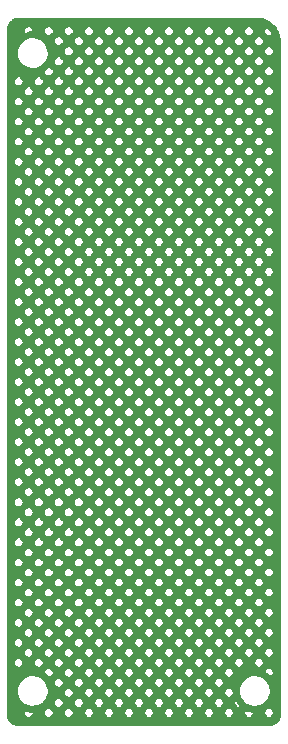
<source format=gtl>
G04 #@! TF.GenerationSoftware,KiCad,Pcbnew,7.0.2*
G04 #@! TF.CreationDate,2023-04-26T23:20:16+03:00*
G04 #@! TF.ProjectId,mriya-mcu-cover,6d726979-612d-46d6-9375-2d636f766572,0.9*
G04 #@! TF.SameCoordinates,Original*
G04 #@! TF.FileFunction,Copper,L1,Top*
G04 #@! TF.FilePolarity,Positive*
%FSLAX46Y46*%
G04 Gerber Fmt 4.6, Leading zero omitted, Abs format (unit mm)*
G04 Created by KiCad (PCBNEW 7.0.2) date 2023-04-26 23:20:16*
%MOMM*%
%LPD*%
G01*
G04 APERTURE LIST*
G04 APERTURE END LIST*
G04 #@! TA.AperFunction,NonConductor*
G36*
X121203233Y-40000711D02*
G01*
X121283743Y-40005988D01*
X121463136Y-40018819D01*
X121475381Y-40020469D01*
X121589462Y-40043161D01*
X121731625Y-40074087D01*
X121742370Y-40077070D01*
X121858092Y-40116352D01*
X121860728Y-40117291D01*
X121989995Y-40165505D01*
X121999174Y-40169469D01*
X122111109Y-40224669D01*
X122114727Y-40226547D01*
X122233463Y-40291382D01*
X122241007Y-40295949D01*
X122345830Y-40365990D01*
X122350137Y-40369038D01*
X122457498Y-40449408D01*
X122463444Y-40454229D01*
X122558578Y-40537659D01*
X122563307Y-40542087D01*
X122657911Y-40636691D01*
X122662339Y-40641420D01*
X122745769Y-40736554D01*
X122750590Y-40742500D01*
X122830960Y-40849861D01*
X122834023Y-40854189D01*
X122904047Y-40958988D01*
X122908621Y-40966543D01*
X122973429Y-41085229D01*
X122975329Y-41088889D01*
X123030529Y-41200824D01*
X123034497Y-41210013D01*
X123082679Y-41339192D01*
X123083666Y-41341964D01*
X123112429Y-41426697D01*
X123122924Y-41457612D01*
X123125916Y-41468391D01*
X123156847Y-41610580D01*
X123179531Y-41724623D01*
X123181179Y-41736861D01*
X123194017Y-41916351D01*
X123199288Y-41996765D01*
X123199500Y-42003239D01*
X123199500Y-98995676D01*
X123199123Y-99004307D01*
X123195523Y-99045445D01*
X123182882Y-99173799D01*
X123179986Y-99189713D01*
X123162019Y-99256769D01*
X123161129Y-99259886D01*
X123132804Y-99353259D01*
X123127791Y-99366359D01*
X123096032Y-99434466D01*
X123093618Y-99439295D01*
X123050283Y-99520369D01*
X123044069Y-99530485D01*
X122999824Y-99593673D01*
X122995256Y-99599693D01*
X122938053Y-99669396D01*
X122931529Y-99676596D01*
X122876596Y-99731529D01*
X122869396Y-99738053D01*
X122799693Y-99795256D01*
X122793673Y-99799824D01*
X122730485Y-99844069D01*
X122720369Y-99850283D01*
X122639295Y-99893618D01*
X122634466Y-99896032D01*
X122566359Y-99927791D01*
X122553259Y-99932804D01*
X122459886Y-99961129D01*
X122456770Y-99962019D01*
X122389716Y-99979986D01*
X122373796Y-99982882D01*
X122245445Y-99995523D01*
X122213912Y-99998282D01*
X122204294Y-99999124D01*
X122195684Y-99999500D01*
X101004323Y-99999500D01*
X100995692Y-99999123D01*
X100954554Y-99995523D01*
X100848097Y-99985038D01*
X100826196Y-99982881D01*
X100810285Y-99979986D01*
X100743229Y-99962019D01*
X100740112Y-99961129D01*
X100646739Y-99932804D01*
X100633639Y-99927791D01*
X100565532Y-99896032D01*
X100560703Y-99893618D01*
X100479629Y-99850283D01*
X100469513Y-99844069D01*
X100406325Y-99799824D01*
X100400305Y-99795256D01*
X100330602Y-99738053D01*
X100323402Y-99731529D01*
X100268469Y-99676596D01*
X100261945Y-99669396D01*
X100204742Y-99599693D01*
X100200174Y-99593673D01*
X100155929Y-99530485D01*
X100149715Y-99520369D01*
X100106380Y-99439295D01*
X100103966Y-99434466D01*
X100072207Y-99366359D01*
X100067194Y-99353259D01*
X100038846Y-99259806D01*
X100038002Y-99256853D01*
X100020008Y-99189696D01*
X100017119Y-99173816D01*
X100004482Y-99045519D01*
X100000875Y-99004294D01*
X100000500Y-98995686D01*
X100000500Y-98849956D01*
X101504096Y-98849956D01*
X101519249Y-98926133D01*
X101567921Y-98998976D01*
X101695557Y-99126612D01*
X101768400Y-99175284D01*
X101844578Y-99190437D01*
X101920756Y-99175284D01*
X101993601Y-99126610D01*
X102121233Y-98998979D01*
X102169907Y-98926133D01*
X102185060Y-98849956D01*
X103201152Y-98849956D01*
X103216305Y-98926133D01*
X103264979Y-98998979D01*
X103392611Y-99126610D01*
X103465457Y-99175284D01*
X103541635Y-99190437D01*
X103617812Y-99175284D01*
X103690655Y-99126612D01*
X103818291Y-98998976D01*
X103866963Y-98926133D01*
X103882116Y-98849956D01*
X103882116Y-98849955D01*
X104898209Y-98849955D01*
X104913362Y-98926133D01*
X104962034Y-98998976D01*
X105089670Y-99126612D01*
X105162513Y-99175284D01*
X105238690Y-99190437D01*
X105314868Y-99175284D01*
X105387711Y-99126612D01*
X105515347Y-98998976D01*
X105564019Y-98926133D01*
X105579172Y-98849956D01*
X106595265Y-98849956D01*
X106610418Y-98926133D01*
X106659090Y-98998976D01*
X106786726Y-99126612D01*
X106859569Y-99175284D01*
X106935747Y-99190437D01*
X107011924Y-99175284D01*
X107084770Y-99126610D01*
X107212401Y-98998980D01*
X107261075Y-98926133D01*
X107276228Y-98849956D01*
X108292321Y-98849956D01*
X108307474Y-98926133D01*
X108356146Y-98998976D01*
X108483782Y-99126612D01*
X108556625Y-99175284D01*
X108632803Y-99190437D01*
X108708982Y-99175284D01*
X108781824Y-99126612D01*
X108909460Y-98998976D01*
X108958132Y-98926133D01*
X108973285Y-98849956D01*
X109989377Y-98849956D01*
X110004530Y-98926133D01*
X110053204Y-98998979D01*
X110180836Y-99126610D01*
X110253682Y-99175284D01*
X110329860Y-99190437D01*
X110406037Y-99175284D01*
X110478880Y-99126612D01*
X110606516Y-98998976D01*
X110655188Y-98926133D01*
X110670341Y-98849956D01*
X111686434Y-98849956D01*
X111701587Y-98926133D01*
X111750259Y-98998976D01*
X111877895Y-99126612D01*
X111950738Y-99175284D01*
X112026916Y-99190437D01*
X112103093Y-99175284D01*
X112175936Y-99126612D01*
X112303572Y-98998976D01*
X112352244Y-98926133D01*
X112367397Y-98849956D01*
X113383490Y-98849956D01*
X113398643Y-98926133D01*
X113447315Y-98998976D01*
X113574951Y-99126612D01*
X113647794Y-99175284D01*
X113723972Y-99190437D01*
X113800149Y-99175284D01*
X113872995Y-99126610D01*
X114000627Y-98998979D01*
X114049301Y-98926133D01*
X114064454Y-98849956D01*
X115080546Y-98849956D01*
X115095699Y-98926133D01*
X115144373Y-98998979D01*
X115272005Y-99126610D01*
X115344850Y-99175284D01*
X115421028Y-99190437D01*
X115497206Y-99175284D01*
X115570049Y-99126612D01*
X115697685Y-98998976D01*
X115746357Y-98926133D01*
X115761510Y-98849956D01*
X116777603Y-98849956D01*
X116792756Y-98926133D01*
X116841430Y-98998980D01*
X116969061Y-99126610D01*
X117041907Y-99175284D01*
X117118084Y-99190437D01*
X117194262Y-99175284D01*
X117267105Y-99126612D01*
X117394741Y-98998976D01*
X117443413Y-98926133D01*
X117458566Y-98849956D01*
X118474659Y-98849956D01*
X118489812Y-98926133D01*
X118538484Y-98998976D01*
X118666120Y-99126612D01*
X118738963Y-99175284D01*
X118815140Y-99190437D01*
X118891318Y-99175284D01*
X118964164Y-99126610D01*
X119091795Y-98998980D01*
X119140469Y-98926133D01*
X119155622Y-98849956D01*
X120171715Y-98849956D01*
X120186868Y-98926133D01*
X120235540Y-98998976D01*
X120363176Y-99126612D01*
X120436019Y-99175284D01*
X120512197Y-99190437D01*
X120588375Y-99175284D01*
X120661220Y-99126610D01*
X120788852Y-98998979D01*
X120837526Y-98926133D01*
X120852679Y-98849956D01*
X121868771Y-98849956D01*
X121883924Y-98926133D01*
X121932598Y-98998979D01*
X122060230Y-99126610D01*
X122133076Y-99175284D01*
X122209254Y-99190437D01*
X122285431Y-99175284D01*
X122358274Y-99126612D01*
X122485910Y-98998976D01*
X122534582Y-98926133D01*
X122549735Y-98849956D01*
X122534582Y-98773778D01*
X122485908Y-98700932D01*
X122358277Y-98573300D01*
X122285431Y-98524626D01*
X122209253Y-98509473D01*
X122133076Y-98524626D01*
X122060233Y-98573298D01*
X121932596Y-98700935D01*
X121883924Y-98773778D01*
X121868771Y-98849956D01*
X120852679Y-98849956D01*
X120852390Y-98848500D01*
X120842542Y-98848500D01*
X120824865Y-98846909D01*
X120515010Y-98790678D01*
X120497901Y-98785956D01*
X120245315Y-98691159D01*
X120235542Y-98700932D01*
X120186868Y-98773778D01*
X120171715Y-98849956D01*
X119155622Y-98849956D01*
X119140469Y-98773778D01*
X119091797Y-98700934D01*
X118964161Y-98573298D01*
X118891318Y-98524626D01*
X118815140Y-98509473D01*
X118738963Y-98524626D01*
X118666117Y-98573300D01*
X118538486Y-98700932D01*
X118489812Y-98773778D01*
X118474659Y-98849956D01*
X117458566Y-98849956D01*
X117443413Y-98773778D01*
X117394739Y-98700932D01*
X117267108Y-98573300D01*
X117194262Y-98524626D01*
X117118085Y-98509473D01*
X117041907Y-98524626D01*
X116969064Y-98573298D01*
X116841428Y-98700934D01*
X116792756Y-98773778D01*
X116777603Y-98849956D01*
X115761510Y-98849956D01*
X115746357Y-98773778D01*
X115697683Y-98700932D01*
X115570052Y-98573300D01*
X115497206Y-98524626D01*
X115421028Y-98509473D01*
X115344850Y-98524626D01*
X115272008Y-98573298D01*
X115144371Y-98700935D01*
X115095699Y-98773778D01*
X115080546Y-98849956D01*
X114064454Y-98849956D01*
X114049301Y-98773778D01*
X114000629Y-98700935D01*
X113872992Y-98573298D01*
X113800149Y-98524626D01*
X113723972Y-98509473D01*
X113647794Y-98524626D01*
X113574948Y-98573300D01*
X113447317Y-98700932D01*
X113398643Y-98773778D01*
X113383490Y-98849956D01*
X112367397Y-98849956D01*
X112352244Y-98773778D01*
X112303570Y-98700932D01*
X112175939Y-98573300D01*
X112103093Y-98524626D01*
X112026915Y-98509473D01*
X111950738Y-98524626D01*
X111877892Y-98573300D01*
X111750261Y-98700932D01*
X111701587Y-98773778D01*
X111686434Y-98849956D01*
X110670341Y-98849956D01*
X110655188Y-98773778D01*
X110606514Y-98700932D01*
X110478883Y-98573300D01*
X110406037Y-98524626D01*
X110329860Y-98509473D01*
X110253682Y-98524626D01*
X110180839Y-98573298D01*
X110053202Y-98700935D01*
X110004530Y-98773778D01*
X109989377Y-98849956D01*
X108973285Y-98849956D01*
X108958132Y-98773778D01*
X108909458Y-98700932D01*
X108781827Y-98573300D01*
X108708982Y-98524626D01*
X108632803Y-98509473D01*
X108556625Y-98524626D01*
X108483779Y-98573300D01*
X108356148Y-98700932D01*
X108307474Y-98773778D01*
X108292321Y-98849956D01*
X107276228Y-98849956D01*
X107261075Y-98773778D01*
X107212403Y-98700934D01*
X107084767Y-98573298D01*
X107011924Y-98524626D01*
X106935747Y-98509473D01*
X106859569Y-98524626D01*
X106786723Y-98573300D01*
X106659092Y-98700932D01*
X106610418Y-98773778D01*
X106595265Y-98849956D01*
X105579172Y-98849956D01*
X105564019Y-98773778D01*
X105515345Y-98700932D01*
X105387714Y-98573300D01*
X105314868Y-98524626D01*
X105238691Y-98509473D01*
X105162513Y-98524626D01*
X105089667Y-98573300D01*
X104962036Y-98700932D01*
X104913362Y-98773778D01*
X104898209Y-98849955D01*
X103882116Y-98849955D01*
X103866963Y-98773778D01*
X103818289Y-98700932D01*
X103690658Y-98573300D01*
X103617812Y-98524626D01*
X103541635Y-98509473D01*
X103465457Y-98524626D01*
X103392614Y-98573298D01*
X103264977Y-98700935D01*
X103216305Y-98773778D01*
X103201152Y-98849956D01*
X102185060Y-98849956D01*
X102184771Y-98848500D01*
X102042542Y-98848500D01*
X102024865Y-98846909D01*
X101715010Y-98790678D01*
X101697901Y-98785956D01*
X101548562Y-98729907D01*
X101519249Y-98773778D01*
X101504096Y-98849956D01*
X100000500Y-98849956D01*
X100000500Y-97056328D01*
X100945709Y-97056328D01*
X100975924Y-97279384D01*
X100975925Y-97279387D01*
X101024717Y-97429554D01*
X101045484Y-97493466D01*
X101152147Y-97691680D01*
X101280323Y-97852407D01*
X101292492Y-97867666D01*
X101462004Y-98015765D01*
X101558620Y-98073490D01*
X101655235Y-98131215D01*
X101773214Y-98175493D01*
X101865976Y-98210307D01*
X102087453Y-98250500D01*
X102253932Y-98250500D01*
X102256155Y-98250500D01*
X102424188Y-98235377D01*
X102641170Y-98175493D01*
X102843973Y-98077829D01*
X102949131Y-98001427D01*
X104049680Y-98001427D01*
X104064833Y-98077605D01*
X104113507Y-98150451D01*
X104241139Y-98278082D01*
X104313985Y-98326756D01*
X104390163Y-98341909D01*
X104466340Y-98326756D01*
X104539183Y-98278084D01*
X104666819Y-98150448D01*
X104715491Y-98077605D01*
X104730644Y-98001427D01*
X105746737Y-98001427D01*
X105761890Y-98077605D01*
X105810562Y-98150448D01*
X105938198Y-98278084D01*
X106011041Y-98326756D01*
X106087219Y-98341909D01*
X106163396Y-98326756D01*
X106236239Y-98278084D01*
X106363875Y-98150448D01*
X106412547Y-98077605D01*
X106427700Y-98001427D01*
X107443793Y-98001427D01*
X107458946Y-98077605D01*
X107507618Y-98150448D01*
X107635254Y-98278084D01*
X107708097Y-98326756D01*
X107784275Y-98341909D01*
X107860452Y-98326756D01*
X107933298Y-98278082D01*
X108060930Y-98150451D01*
X108109604Y-98077605D01*
X108124757Y-98001427D01*
X109140849Y-98001427D01*
X109156002Y-98077605D01*
X109204676Y-98150451D01*
X109332308Y-98278082D01*
X109405153Y-98326756D01*
X109481331Y-98341909D01*
X109557509Y-98326756D01*
X109630352Y-98278084D01*
X109757988Y-98150448D01*
X109806660Y-98077605D01*
X109821813Y-98001427D01*
X110837906Y-98001427D01*
X110853059Y-98077605D01*
X110901731Y-98150448D01*
X111029367Y-98278084D01*
X111102210Y-98326756D01*
X111178388Y-98341909D01*
X111254565Y-98326756D01*
X111327408Y-98278084D01*
X111455044Y-98150448D01*
X111503716Y-98077605D01*
X111518869Y-98001427D01*
X112534962Y-98001427D01*
X112550115Y-98077605D01*
X112598787Y-98150448D01*
X112726423Y-98278084D01*
X112799266Y-98326756D01*
X112875443Y-98341909D01*
X112951621Y-98326756D01*
X113024467Y-98278082D01*
X113152098Y-98150452D01*
X113200772Y-98077605D01*
X113215925Y-98001427D01*
X114232018Y-98001427D01*
X114247171Y-98077605D01*
X114295843Y-98150448D01*
X114423479Y-98278084D01*
X114496322Y-98326756D01*
X114572500Y-98341909D01*
X114648678Y-98326756D01*
X114721523Y-98278082D01*
X114849155Y-98150451D01*
X114897829Y-98077605D01*
X114912982Y-98001427D01*
X115929074Y-98001427D01*
X115944227Y-98077605D01*
X115992901Y-98150451D01*
X116120533Y-98278082D01*
X116193379Y-98326756D01*
X116269556Y-98341909D01*
X116345734Y-98326756D01*
X116418577Y-98278084D01*
X116546213Y-98150448D01*
X116594885Y-98077605D01*
X116610038Y-98001427D01*
X117626131Y-98001427D01*
X117641284Y-98077605D01*
X117689956Y-98150448D01*
X117817592Y-98278084D01*
X117890435Y-98326756D01*
X117966613Y-98341909D01*
X118042790Y-98326756D01*
X118115633Y-98278084D01*
X118243269Y-98150448D01*
X118291941Y-98077605D01*
X118307094Y-98001427D01*
X119323187Y-98001427D01*
X119338340Y-98077605D01*
X119387012Y-98150448D01*
X119514648Y-98278084D01*
X119587491Y-98326756D01*
X119663668Y-98341909D01*
X119714773Y-98331744D01*
X119665224Y-98288454D01*
X119652959Y-98275626D01*
X119456611Y-98029416D01*
X119446833Y-98014603D01*
X119371801Y-97875171D01*
X119338340Y-97925249D01*
X119323187Y-98001427D01*
X118307094Y-98001427D01*
X118291941Y-97925249D01*
X118243267Y-97852404D01*
X118115636Y-97724772D01*
X118042790Y-97676098D01*
X117966612Y-97660945D01*
X117890435Y-97676098D01*
X117817589Y-97724772D01*
X117689958Y-97852404D01*
X117641284Y-97925249D01*
X117626131Y-98001427D01*
X116610038Y-98001427D01*
X116594885Y-97925249D01*
X116546211Y-97852404D01*
X116418580Y-97724772D01*
X116345734Y-97676098D01*
X116269556Y-97660945D01*
X116193379Y-97676098D01*
X116120536Y-97724770D01*
X115992899Y-97852407D01*
X115944227Y-97925249D01*
X115929074Y-98001427D01*
X114912982Y-98001427D01*
X114897829Y-97925249D01*
X114849157Y-97852407D01*
X114721520Y-97724770D01*
X114648678Y-97676098D01*
X114572500Y-97660945D01*
X114496322Y-97676098D01*
X114423476Y-97724772D01*
X114295845Y-97852404D01*
X114247171Y-97925249D01*
X114232018Y-98001427D01*
X113215925Y-98001427D01*
X113200772Y-97925249D01*
X113152100Y-97852406D01*
X113024464Y-97724770D01*
X112951621Y-97676098D01*
X112875444Y-97660945D01*
X112799266Y-97676098D01*
X112726420Y-97724772D01*
X112598789Y-97852404D01*
X112550115Y-97925249D01*
X112534962Y-98001427D01*
X111518869Y-98001427D01*
X111503716Y-97925249D01*
X111455042Y-97852404D01*
X111327411Y-97724772D01*
X111254565Y-97676098D01*
X111178388Y-97660945D01*
X111102210Y-97676098D01*
X111029364Y-97724772D01*
X110901733Y-97852404D01*
X110853059Y-97925249D01*
X110837906Y-98001427D01*
X109821813Y-98001427D01*
X109806660Y-97925249D01*
X109757986Y-97852404D01*
X109630355Y-97724772D01*
X109557509Y-97676098D01*
X109481331Y-97660945D01*
X109405153Y-97676098D01*
X109332311Y-97724770D01*
X109204674Y-97852407D01*
X109156002Y-97925249D01*
X109140849Y-98001427D01*
X108124757Y-98001427D01*
X108109604Y-97925249D01*
X108060932Y-97852407D01*
X107933295Y-97724770D01*
X107860452Y-97676098D01*
X107784274Y-97660945D01*
X107708097Y-97676098D01*
X107635251Y-97724772D01*
X107507620Y-97852404D01*
X107458946Y-97925249D01*
X107443793Y-98001427D01*
X106427700Y-98001427D01*
X106412547Y-97925249D01*
X106363873Y-97852404D01*
X106236242Y-97724772D01*
X106163396Y-97676098D01*
X106087219Y-97660945D01*
X106011041Y-97676098D01*
X105938195Y-97724772D01*
X105810564Y-97852404D01*
X105761890Y-97925249D01*
X105746737Y-98001427D01*
X104730644Y-98001427D01*
X104715491Y-97925249D01*
X104666817Y-97852404D01*
X104539186Y-97724772D01*
X104466340Y-97676098D01*
X104390162Y-97660945D01*
X104313985Y-97676098D01*
X104241142Y-97724770D01*
X104113505Y-97852407D01*
X104064833Y-97925249D01*
X104049680Y-98001427D01*
X102949131Y-98001427D01*
X103026078Y-97945522D01*
X103181632Y-97782825D01*
X103305635Y-97594968D01*
X103394103Y-97387988D01*
X103444191Y-97168537D01*
X103444893Y-97152899D01*
X104898209Y-97152899D01*
X104913362Y-97229077D01*
X104962036Y-97301922D01*
X105089667Y-97429554D01*
X105162513Y-97478228D01*
X105238691Y-97493381D01*
X105314868Y-97478228D01*
X105387714Y-97429554D01*
X105515345Y-97301922D01*
X105564019Y-97229077D01*
X105579172Y-97152899D01*
X106595265Y-97152899D01*
X106610418Y-97229077D01*
X106659092Y-97301922D01*
X106786723Y-97429554D01*
X106859569Y-97478228D01*
X106935747Y-97493381D01*
X107011924Y-97478228D01*
X107084767Y-97429556D01*
X107212403Y-97301920D01*
X107261075Y-97229077D01*
X107276228Y-97152899D01*
X108292321Y-97152899D01*
X108307474Y-97229077D01*
X108356148Y-97301922D01*
X108483779Y-97429554D01*
X108556625Y-97478228D01*
X108632803Y-97493381D01*
X108708982Y-97478228D01*
X108781827Y-97429554D01*
X108909458Y-97301922D01*
X108958132Y-97229077D01*
X108973285Y-97152899D01*
X109989377Y-97152899D01*
X110004530Y-97229077D01*
X110053202Y-97301919D01*
X110180839Y-97429556D01*
X110253682Y-97478228D01*
X110329860Y-97493381D01*
X110406037Y-97478228D01*
X110478883Y-97429554D01*
X110606514Y-97301922D01*
X110655188Y-97229077D01*
X110670341Y-97152899D01*
X111686434Y-97152899D01*
X111701587Y-97229077D01*
X111750261Y-97301922D01*
X111877892Y-97429554D01*
X111950738Y-97478228D01*
X112026916Y-97493381D01*
X112103093Y-97478228D01*
X112175939Y-97429554D01*
X112303570Y-97301922D01*
X112352244Y-97229077D01*
X112367397Y-97152899D01*
X113383490Y-97152899D01*
X113398643Y-97229077D01*
X113447317Y-97301922D01*
X113574948Y-97429554D01*
X113647794Y-97478228D01*
X113723972Y-97493381D01*
X113800149Y-97478228D01*
X113872992Y-97429556D01*
X114000629Y-97301919D01*
X114049301Y-97229077D01*
X114064454Y-97152899D01*
X115080546Y-97152899D01*
X115095699Y-97229077D01*
X115144371Y-97301919D01*
X115272008Y-97429556D01*
X115344850Y-97478228D01*
X115421028Y-97493381D01*
X115497206Y-97478228D01*
X115570052Y-97429554D01*
X115697683Y-97301922D01*
X115746357Y-97229077D01*
X115761510Y-97152899D01*
X116777603Y-97152899D01*
X116792756Y-97229077D01*
X116841428Y-97301920D01*
X116969064Y-97429556D01*
X117041907Y-97478228D01*
X117118084Y-97493381D01*
X117194262Y-97478228D01*
X117267108Y-97429554D01*
X117394739Y-97301922D01*
X117443413Y-97229077D01*
X117458566Y-97152899D01*
X118474659Y-97152899D01*
X118489812Y-97229077D01*
X118538486Y-97301922D01*
X118666117Y-97429554D01*
X118738963Y-97478228D01*
X118815141Y-97493381D01*
X118891318Y-97478228D01*
X118964161Y-97429556D01*
X119091797Y-97301920D01*
X119140469Y-97229077D01*
X119155448Y-97153772D01*
X119154706Y-97148296D01*
X119140469Y-97076721D01*
X119126843Y-97056328D01*
X119745709Y-97056328D01*
X119775924Y-97279384D01*
X119775925Y-97279387D01*
X119824717Y-97429554D01*
X119845484Y-97493466D01*
X119952147Y-97691680D01*
X120080323Y-97852407D01*
X120092492Y-97867666D01*
X120262004Y-98015765D01*
X120358620Y-98073490D01*
X120455235Y-98131215D01*
X120573214Y-98175493D01*
X120665976Y-98210307D01*
X120887453Y-98250500D01*
X121053932Y-98250500D01*
X121056155Y-98250500D01*
X121224188Y-98235377D01*
X121441170Y-98175493D01*
X121643973Y-98077829D01*
X121826078Y-97945522D01*
X121981632Y-97782825D01*
X122105635Y-97594968D01*
X122194103Y-97387988D01*
X122244191Y-97168537D01*
X122254290Y-96943670D01*
X122224075Y-96720613D01*
X122154517Y-96506536D01*
X122047852Y-96308319D01*
X121907508Y-96132334D01*
X121737996Y-95984235D01*
X121634118Y-95922171D01*
X121544764Y-95868784D01*
X121334025Y-95789693D01*
X121112547Y-95749500D01*
X120943845Y-95749500D01*
X120894338Y-95753955D01*
X120775807Y-95764623D01*
X120558830Y-95824506D01*
X120356029Y-95922169D01*
X120270603Y-95984235D01*
X120210760Y-96027714D01*
X120173921Y-96054479D01*
X120018369Y-96217174D01*
X119894364Y-96405033D01*
X119805897Y-96612011D01*
X119755808Y-96831465D01*
X119745709Y-97056328D01*
X119126843Y-97056328D01*
X119091795Y-97003874D01*
X118964164Y-96876244D01*
X118891318Y-96827570D01*
X118815140Y-96812417D01*
X118738963Y-96827570D01*
X118666120Y-96876242D01*
X118538484Y-97003878D01*
X118489812Y-97076721D01*
X118474659Y-97152899D01*
X117458566Y-97152899D01*
X117443413Y-97076721D01*
X117394741Y-97003878D01*
X117267105Y-96876242D01*
X117194262Y-96827570D01*
X117118085Y-96812417D01*
X117041907Y-96827570D01*
X116969061Y-96876244D01*
X116841430Y-97003874D01*
X116792756Y-97076721D01*
X116777603Y-97152899D01*
X115761510Y-97152899D01*
X115746357Y-97076721D01*
X115697685Y-97003878D01*
X115570049Y-96876242D01*
X115497206Y-96827570D01*
X115421028Y-96812417D01*
X115344850Y-96827570D01*
X115272005Y-96876244D01*
X115144373Y-97003875D01*
X115095699Y-97076721D01*
X115080546Y-97152899D01*
X114064454Y-97152899D01*
X114049301Y-97076721D01*
X114000627Y-97003875D01*
X113872995Y-96876244D01*
X113800149Y-96827570D01*
X113723972Y-96812417D01*
X113647794Y-96827570D01*
X113574951Y-96876242D01*
X113447315Y-97003878D01*
X113398643Y-97076721D01*
X113383490Y-97152899D01*
X112367397Y-97152899D01*
X112352244Y-97076721D01*
X112303572Y-97003878D01*
X112175936Y-96876242D01*
X112103093Y-96827570D01*
X112026916Y-96812417D01*
X111950738Y-96827570D01*
X111877895Y-96876242D01*
X111750259Y-97003878D01*
X111701587Y-97076721D01*
X111686434Y-97152899D01*
X110670341Y-97152899D01*
X110655188Y-97076721D01*
X110606516Y-97003878D01*
X110478880Y-96876242D01*
X110406037Y-96827570D01*
X110329860Y-96812417D01*
X110253682Y-96827570D01*
X110180836Y-96876244D01*
X110053204Y-97003875D01*
X110004530Y-97076721D01*
X109989377Y-97152899D01*
X108973285Y-97152899D01*
X108958132Y-97076721D01*
X108909460Y-97003878D01*
X108781824Y-96876242D01*
X108708982Y-96827570D01*
X108632803Y-96812417D01*
X108556625Y-96827570D01*
X108483782Y-96876242D01*
X108356146Y-97003878D01*
X108307474Y-97076721D01*
X108292321Y-97152899D01*
X107276228Y-97152899D01*
X107261075Y-97076721D01*
X107212401Y-97003874D01*
X107084770Y-96876244D01*
X107011924Y-96827570D01*
X106935747Y-96812417D01*
X106859569Y-96827570D01*
X106786726Y-96876242D01*
X106659090Y-97003878D01*
X106610418Y-97076721D01*
X106595265Y-97152899D01*
X105579172Y-97152899D01*
X105564019Y-97076721D01*
X105515347Y-97003878D01*
X105387711Y-96876242D01*
X105314868Y-96827570D01*
X105238691Y-96812417D01*
X105162513Y-96827570D01*
X105089670Y-96876242D01*
X104962034Y-97003878D01*
X104913362Y-97076721D01*
X104898209Y-97152899D01*
X103444893Y-97152899D01*
X103454290Y-96943670D01*
X103424075Y-96720613D01*
X103354517Y-96506536D01*
X103247852Y-96308319D01*
X103244703Y-96304370D01*
X104049680Y-96304370D01*
X104064833Y-96380548D01*
X104113505Y-96453391D01*
X104241142Y-96581028D01*
X104313985Y-96629700D01*
X104390163Y-96644853D01*
X104466340Y-96629700D01*
X104539186Y-96581026D01*
X104666817Y-96453394D01*
X104715491Y-96380548D01*
X104730644Y-96304371D01*
X105746737Y-96304371D01*
X105761890Y-96380548D01*
X105810564Y-96453394D01*
X105938195Y-96581026D01*
X106011041Y-96629700D01*
X106087219Y-96644853D01*
X106163396Y-96629700D01*
X106236242Y-96581026D01*
X106363873Y-96453394D01*
X106412547Y-96380548D01*
X106427700Y-96304371D01*
X107443793Y-96304371D01*
X107458946Y-96380548D01*
X107507620Y-96453394D01*
X107635251Y-96581026D01*
X107708097Y-96629700D01*
X107784275Y-96644853D01*
X107860452Y-96629700D01*
X107933295Y-96581028D01*
X108060932Y-96453391D01*
X108109604Y-96380548D01*
X108124757Y-96304371D01*
X109140849Y-96304371D01*
X109156002Y-96380548D01*
X109204674Y-96453391D01*
X109332311Y-96581028D01*
X109405153Y-96629700D01*
X109481331Y-96644853D01*
X109557509Y-96629700D01*
X109630355Y-96581026D01*
X109757986Y-96453394D01*
X109806660Y-96380548D01*
X109821813Y-96304371D01*
X110837906Y-96304371D01*
X110853059Y-96380548D01*
X110901733Y-96453394D01*
X111029364Y-96581026D01*
X111102210Y-96629700D01*
X111178388Y-96644853D01*
X111254565Y-96629700D01*
X111327411Y-96581026D01*
X111455042Y-96453394D01*
X111503716Y-96380548D01*
X111518869Y-96304371D01*
X112534962Y-96304371D01*
X112550115Y-96380548D01*
X112598789Y-96453394D01*
X112726420Y-96581026D01*
X112799266Y-96629700D01*
X112875444Y-96644853D01*
X112951621Y-96629700D01*
X113024464Y-96581028D01*
X113152100Y-96453392D01*
X113200772Y-96380548D01*
X113215925Y-96304371D01*
X114232018Y-96304371D01*
X114247171Y-96380548D01*
X114295845Y-96453394D01*
X114423476Y-96581026D01*
X114496322Y-96629700D01*
X114572500Y-96644853D01*
X114648678Y-96629700D01*
X114721520Y-96581028D01*
X114849157Y-96453391D01*
X114897829Y-96380548D01*
X114912982Y-96304371D01*
X115929074Y-96304371D01*
X115944227Y-96380548D01*
X115992899Y-96453391D01*
X116120536Y-96581028D01*
X116193379Y-96629700D01*
X116269556Y-96644853D01*
X116345734Y-96629700D01*
X116418580Y-96581026D01*
X116546211Y-96453394D01*
X116594885Y-96380548D01*
X116610038Y-96304371D01*
X117626131Y-96304371D01*
X117641284Y-96380548D01*
X117689958Y-96453394D01*
X117817589Y-96581026D01*
X117890435Y-96629700D01*
X117966613Y-96644853D01*
X118042790Y-96629700D01*
X118115636Y-96581026D01*
X118243267Y-96453394D01*
X118291941Y-96380548D01*
X118307094Y-96304371D01*
X118291941Y-96228193D01*
X118243269Y-96155350D01*
X118115633Y-96027714D01*
X118042790Y-95979042D01*
X117966613Y-95963889D01*
X117890435Y-95979042D01*
X117817592Y-96027714D01*
X117689956Y-96155350D01*
X117641284Y-96228193D01*
X117626131Y-96304371D01*
X116610038Y-96304371D01*
X116594885Y-96228193D01*
X116546213Y-96155350D01*
X116418577Y-96027714D01*
X116345734Y-95979042D01*
X116269556Y-95963889D01*
X116193379Y-95979042D01*
X116120533Y-96027716D01*
X115992901Y-96155347D01*
X115944227Y-96228193D01*
X115929074Y-96304371D01*
X114912982Y-96304371D01*
X114897829Y-96228193D01*
X114849155Y-96155347D01*
X114721523Y-96027716D01*
X114648678Y-95979042D01*
X114572500Y-95963889D01*
X114496322Y-95979042D01*
X114423479Y-96027714D01*
X114295843Y-96155350D01*
X114247171Y-96228193D01*
X114232018Y-96304371D01*
X113215925Y-96304371D01*
X113200772Y-96228193D01*
X113152098Y-96155346D01*
X113024467Y-96027716D01*
X112951621Y-95979042D01*
X112875444Y-95963889D01*
X112799266Y-95979042D01*
X112726423Y-96027714D01*
X112598787Y-96155350D01*
X112550115Y-96228193D01*
X112534962Y-96304371D01*
X111518869Y-96304371D01*
X111503716Y-96228193D01*
X111455044Y-96155350D01*
X111327408Y-96027714D01*
X111254565Y-95979042D01*
X111178388Y-95963889D01*
X111102210Y-95979042D01*
X111029367Y-96027714D01*
X110901731Y-96155350D01*
X110853059Y-96228193D01*
X110837906Y-96304371D01*
X109821813Y-96304371D01*
X109806660Y-96228193D01*
X109757988Y-96155350D01*
X109630352Y-96027714D01*
X109557509Y-95979042D01*
X109481331Y-95963889D01*
X109405153Y-95979042D01*
X109332308Y-96027716D01*
X109204676Y-96155347D01*
X109156002Y-96228193D01*
X109140849Y-96304371D01*
X108124757Y-96304371D01*
X108109604Y-96228193D01*
X108060930Y-96155347D01*
X107933298Y-96027716D01*
X107860452Y-95979042D01*
X107784275Y-95963889D01*
X107708097Y-95979042D01*
X107635254Y-96027714D01*
X107507618Y-96155350D01*
X107458946Y-96228193D01*
X107443793Y-96304371D01*
X106427700Y-96304371D01*
X106412547Y-96228193D01*
X106363875Y-96155350D01*
X106236239Y-96027714D01*
X106163396Y-95979042D01*
X106087219Y-95963889D01*
X106011041Y-95979042D01*
X105938198Y-96027714D01*
X105810562Y-96155350D01*
X105761890Y-96228193D01*
X105746737Y-96304371D01*
X104730644Y-96304371D01*
X104715491Y-96228193D01*
X104666819Y-96155350D01*
X104539183Y-96027714D01*
X104466340Y-95979042D01*
X104390163Y-95963889D01*
X104313985Y-95979042D01*
X104241139Y-96027716D01*
X104113507Y-96155347D01*
X104064833Y-96228193D01*
X104049680Y-96304370D01*
X103244703Y-96304370D01*
X103107508Y-96132334D01*
X102937996Y-95984235D01*
X102834118Y-95922171D01*
X102744764Y-95868784D01*
X102534025Y-95789693D01*
X102312547Y-95749500D01*
X102143845Y-95749500D01*
X102094338Y-95753955D01*
X101975807Y-95764623D01*
X101758830Y-95824506D01*
X101556029Y-95922169D01*
X101470603Y-95984235D01*
X101410760Y-96027714D01*
X101373921Y-96054479D01*
X101218369Y-96217174D01*
X101094364Y-96405033D01*
X101005897Y-96612011D01*
X100955808Y-96831465D01*
X100945709Y-97056328D01*
X100000500Y-97056328D01*
X100000500Y-95446025D01*
X103203105Y-95446025D01*
X103283264Y-95493918D01*
X103297623Y-95504350D01*
X103534776Y-95711546D01*
X103547041Y-95724374D01*
X103595823Y-95785545D01*
X103617812Y-95781171D01*
X103690659Y-95732497D01*
X103818289Y-95604866D01*
X103866963Y-95532020D01*
X103882116Y-95455843D01*
X104898209Y-95455843D01*
X104913362Y-95532020D01*
X104962036Y-95604866D01*
X105089666Y-95732497D01*
X105162513Y-95781171D01*
X105238691Y-95796324D01*
X105314868Y-95781171D01*
X105387715Y-95732497D01*
X105515345Y-95604866D01*
X105564019Y-95532020D01*
X105579172Y-95455843D01*
X106595265Y-95455843D01*
X106610418Y-95532020D01*
X106659092Y-95604866D01*
X106786722Y-95732497D01*
X106859569Y-95781171D01*
X106935747Y-95796324D01*
X107011924Y-95781171D01*
X107084768Y-95732499D01*
X107212403Y-95604864D01*
X107261075Y-95532020D01*
X107276228Y-95455843D01*
X108292321Y-95455843D01*
X108307474Y-95532020D01*
X108356148Y-95604866D01*
X108483778Y-95732497D01*
X108556625Y-95781171D01*
X108632803Y-95796324D01*
X108708981Y-95781171D01*
X108781828Y-95732497D01*
X108909458Y-95604866D01*
X108958132Y-95532020D01*
X108973285Y-95455843D01*
X109989377Y-95455843D01*
X110004530Y-95532020D01*
X110053202Y-95604863D01*
X110180838Y-95732499D01*
X110253682Y-95781171D01*
X110329860Y-95796324D01*
X110406037Y-95781171D01*
X110478884Y-95732497D01*
X110606514Y-95604866D01*
X110655188Y-95532020D01*
X110670341Y-95455843D01*
X111686434Y-95455843D01*
X111701587Y-95532020D01*
X111750261Y-95604866D01*
X111877891Y-95732497D01*
X111950738Y-95781171D01*
X112026915Y-95796324D01*
X112103093Y-95781171D01*
X112175940Y-95732497D01*
X112303570Y-95604866D01*
X112352244Y-95532020D01*
X112367397Y-95455843D01*
X113383490Y-95455843D01*
X113398643Y-95532020D01*
X113447317Y-95604866D01*
X113574947Y-95732497D01*
X113647794Y-95781171D01*
X113723972Y-95796324D01*
X113800149Y-95781171D01*
X113872993Y-95732499D01*
X114000629Y-95604863D01*
X114049301Y-95532020D01*
X114064454Y-95455843D01*
X115080546Y-95455843D01*
X115095699Y-95532020D01*
X115144371Y-95604863D01*
X115272007Y-95732499D01*
X115344850Y-95781171D01*
X115421028Y-95796324D01*
X115497206Y-95781171D01*
X115570053Y-95732497D01*
X115697683Y-95604866D01*
X115746357Y-95532020D01*
X115761510Y-95455843D01*
X116777603Y-95455843D01*
X116792756Y-95532020D01*
X116841428Y-95604864D01*
X116969063Y-95732499D01*
X117041907Y-95781171D01*
X117118085Y-95796324D01*
X117194262Y-95781171D01*
X117267109Y-95732497D01*
X117394739Y-95604866D01*
X117443413Y-95532020D01*
X117458566Y-95455843D01*
X118474659Y-95455843D01*
X118489812Y-95532020D01*
X118538486Y-95604866D01*
X118666116Y-95732497D01*
X118738963Y-95781171D01*
X118815140Y-95796324D01*
X118891318Y-95781171D01*
X118964162Y-95732499D01*
X119091797Y-95604864D01*
X119140469Y-95532020D01*
X119155622Y-95455843D01*
X119140469Y-95379665D01*
X119138154Y-95376201D01*
X121886239Y-95376201D01*
X122083264Y-95493918D01*
X122097623Y-95504350D01*
X122334776Y-95711546D01*
X122347041Y-95724374D01*
X122355173Y-95734572D01*
X122358276Y-95732499D01*
X122485908Y-95604866D01*
X122534582Y-95532020D01*
X122549735Y-95455843D01*
X122534582Y-95379665D01*
X122485910Y-95306822D01*
X122358274Y-95179186D01*
X122285431Y-95130514D01*
X122209254Y-95115361D01*
X122133076Y-95130514D01*
X122060230Y-95179188D01*
X121932598Y-95306819D01*
X121886239Y-95376201D01*
X119138154Y-95376201D01*
X119091795Y-95306818D01*
X118964164Y-95179188D01*
X118891318Y-95130514D01*
X118815140Y-95115361D01*
X118738963Y-95130514D01*
X118666120Y-95179186D01*
X118538484Y-95306822D01*
X118489812Y-95379665D01*
X118474659Y-95455843D01*
X117458566Y-95455843D01*
X117443413Y-95379665D01*
X117394741Y-95306822D01*
X117267105Y-95179186D01*
X117194262Y-95130514D01*
X117118084Y-95115361D01*
X117041907Y-95130514D01*
X116969061Y-95179188D01*
X116841430Y-95306818D01*
X116792756Y-95379665D01*
X116777603Y-95455843D01*
X115761510Y-95455843D01*
X115746357Y-95379665D01*
X115697685Y-95306822D01*
X115570049Y-95179186D01*
X115497206Y-95130514D01*
X115421028Y-95115361D01*
X115344850Y-95130514D01*
X115272005Y-95179188D01*
X115144373Y-95306819D01*
X115095699Y-95379665D01*
X115080546Y-95455843D01*
X114064454Y-95455843D01*
X114049301Y-95379665D01*
X114000627Y-95306819D01*
X113872995Y-95179188D01*
X113800149Y-95130514D01*
X113723972Y-95115361D01*
X113647794Y-95130514D01*
X113574951Y-95179186D01*
X113447315Y-95306822D01*
X113398643Y-95379665D01*
X113383490Y-95455843D01*
X112367397Y-95455843D01*
X112352244Y-95379665D01*
X112303572Y-95306822D01*
X112175936Y-95179186D01*
X112103093Y-95130514D01*
X112026916Y-95115361D01*
X111950738Y-95130514D01*
X111877895Y-95179186D01*
X111750259Y-95306822D01*
X111701587Y-95379665D01*
X111686434Y-95455843D01*
X110670341Y-95455843D01*
X110655188Y-95379665D01*
X110606516Y-95306822D01*
X110478880Y-95179186D01*
X110406037Y-95130514D01*
X110329860Y-95115361D01*
X110253682Y-95130514D01*
X110180836Y-95179188D01*
X110053204Y-95306819D01*
X110004530Y-95379665D01*
X109989377Y-95455843D01*
X108973285Y-95455843D01*
X108958132Y-95379665D01*
X108909460Y-95306822D01*
X108781824Y-95179186D01*
X108708982Y-95130514D01*
X108632803Y-95115361D01*
X108556625Y-95130514D01*
X108483782Y-95179186D01*
X108356146Y-95306822D01*
X108307474Y-95379665D01*
X108292321Y-95455843D01*
X107276228Y-95455843D01*
X107261075Y-95379665D01*
X107212401Y-95306818D01*
X107084770Y-95179188D01*
X107011924Y-95130514D01*
X106935747Y-95115361D01*
X106859569Y-95130514D01*
X106786726Y-95179186D01*
X106659090Y-95306822D01*
X106610418Y-95379665D01*
X106595265Y-95455843D01*
X105579172Y-95455843D01*
X105564019Y-95379665D01*
X105515347Y-95306822D01*
X105387711Y-95179186D01*
X105314868Y-95130514D01*
X105238690Y-95115361D01*
X105162513Y-95130514D01*
X105089670Y-95179186D01*
X104962034Y-95306822D01*
X104913362Y-95379665D01*
X104898209Y-95455843D01*
X103882116Y-95455843D01*
X103866963Y-95379665D01*
X103818291Y-95306822D01*
X103690655Y-95179186D01*
X103617812Y-95130514D01*
X103541635Y-95115361D01*
X103465457Y-95130514D01*
X103392611Y-95179188D01*
X103264979Y-95306819D01*
X103216305Y-95379665D01*
X103203105Y-95446025D01*
X100000500Y-95446025D01*
X100000500Y-94607315D01*
X100655568Y-94607315D01*
X100670721Y-94683492D01*
X100719393Y-94756335D01*
X100847029Y-94883971D01*
X100919872Y-94932643D01*
X100996050Y-94947796D01*
X101072227Y-94932643D01*
X101145073Y-94883969D01*
X101272705Y-94756338D01*
X101321379Y-94683492D01*
X101336532Y-94607315D01*
X102352624Y-94607315D01*
X102367777Y-94683492D01*
X102416449Y-94756335D01*
X102544085Y-94883971D01*
X102616927Y-94932643D01*
X102693106Y-94947796D01*
X102769284Y-94932643D01*
X102842127Y-94883971D01*
X102969763Y-94756335D01*
X103018435Y-94683492D01*
X103033588Y-94607315D01*
X104049680Y-94607315D01*
X104064833Y-94683492D01*
X104113507Y-94756338D01*
X104241139Y-94883969D01*
X104313985Y-94932643D01*
X104390162Y-94947796D01*
X104466340Y-94932643D01*
X104539183Y-94883971D01*
X104666819Y-94756335D01*
X104715491Y-94683492D01*
X104730644Y-94607315D01*
X105746737Y-94607315D01*
X105761890Y-94683492D01*
X105810562Y-94756335D01*
X105938198Y-94883971D01*
X106011041Y-94932643D01*
X106087219Y-94947796D01*
X106163396Y-94932643D01*
X106236239Y-94883971D01*
X106363875Y-94756335D01*
X106412547Y-94683492D01*
X106427700Y-94607315D01*
X107443793Y-94607315D01*
X107458946Y-94683492D01*
X107507618Y-94756335D01*
X107635254Y-94883971D01*
X107708097Y-94932643D01*
X107784274Y-94947796D01*
X107860452Y-94932643D01*
X107933298Y-94883969D01*
X108060930Y-94756338D01*
X108109604Y-94683492D01*
X108124757Y-94607315D01*
X109140849Y-94607315D01*
X109156002Y-94683492D01*
X109204676Y-94756338D01*
X109332308Y-94883969D01*
X109405153Y-94932643D01*
X109481331Y-94947796D01*
X109557509Y-94932643D01*
X109630352Y-94883971D01*
X109757988Y-94756335D01*
X109806660Y-94683492D01*
X109821813Y-94607315D01*
X110837906Y-94607315D01*
X110853059Y-94683492D01*
X110901731Y-94756335D01*
X111029367Y-94883971D01*
X111102210Y-94932643D01*
X111178388Y-94947796D01*
X111254565Y-94932643D01*
X111327408Y-94883971D01*
X111455044Y-94756335D01*
X111503716Y-94683492D01*
X111518869Y-94607315D01*
X112534962Y-94607315D01*
X112550115Y-94683492D01*
X112598787Y-94756335D01*
X112726423Y-94883971D01*
X112799266Y-94932643D01*
X112875444Y-94947796D01*
X112951621Y-94932643D01*
X113024467Y-94883969D01*
X113152098Y-94756339D01*
X113200772Y-94683492D01*
X113215925Y-94607315D01*
X114232018Y-94607315D01*
X114247171Y-94683492D01*
X114295843Y-94756335D01*
X114423479Y-94883971D01*
X114496322Y-94932643D01*
X114572500Y-94947796D01*
X114648678Y-94932643D01*
X114721523Y-94883969D01*
X114849155Y-94756338D01*
X114897829Y-94683492D01*
X114912982Y-94607315D01*
X115929074Y-94607315D01*
X115944227Y-94683492D01*
X115992901Y-94756338D01*
X116120533Y-94883969D01*
X116193379Y-94932643D01*
X116269556Y-94947796D01*
X116345734Y-94932643D01*
X116418577Y-94883971D01*
X116546213Y-94756335D01*
X116594885Y-94683492D01*
X116610038Y-94607315D01*
X117626131Y-94607315D01*
X117641284Y-94683492D01*
X117689956Y-94756335D01*
X117817592Y-94883971D01*
X117890435Y-94932643D01*
X117966612Y-94947796D01*
X118042790Y-94932643D01*
X118115633Y-94883971D01*
X118243269Y-94756335D01*
X118291941Y-94683492D01*
X118307094Y-94607315D01*
X119323187Y-94607315D01*
X119338340Y-94683492D01*
X119387012Y-94756335D01*
X119514648Y-94883971D01*
X119587491Y-94932643D01*
X119663668Y-94947796D01*
X119739846Y-94932643D01*
X119812692Y-94883969D01*
X119940324Y-94756338D01*
X119988998Y-94683492D01*
X120004151Y-94607315D01*
X121020243Y-94607315D01*
X121035396Y-94683492D01*
X121084070Y-94756338D01*
X121211702Y-94883969D01*
X121284547Y-94932643D01*
X121360725Y-94947796D01*
X121436903Y-94932643D01*
X121509746Y-94883971D01*
X121637382Y-94756335D01*
X121686054Y-94683492D01*
X121701207Y-94607315D01*
X121686054Y-94531137D01*
X121637382Y-94458294D01*
X121509746Y-94330658D01*
X121436903Y-94281986D01*
X121360725Y-94266833D01*
X121284547Y-94281986D01*
X121211702Y-94330660D01*
X121084070Y-94458291D01*
X121035396Y-94531137D01*
X121020243Y-94607315D01*
X120004151Y-94607315D01*
X119988998Y-94531137D01*
X119940324Y-94458291D01*
X119812692Y-94330660D01*
X119739846Y-94281986D01*
X119663668Y-94266833D01*
X119587491Y-94281986D01*
X119514648Y-94330658D01*
X119387012Y-94458294D01*
X119338340Y-94531137D01*
X119323187Y-94607315D01*
X118307094Y-94607315D01*
X118291941Y-94531137D01*
X118243269Y-94458294D01*
X118115633Y-94330658D01*
X118042790Y-94281986D01*
X117966613Y-94266833D01*
X117890435Y-94281986D01*
X117817592Y-94330658D01*
X117689956Y-94458294D01*
X117641284Y-94531137D01*
X117626131Y-94607315D01*
X116610038Y-94607315D01*
X116594885Y-94531137D01*
X116546213Y-94458294D01*
X116418577Y-94330658D01*
X116345734Y-94281986D01*
X116269556Y-94266833D01*
X116193379Y-94281986D01*
X116120533Y-94330660D01*
X115992901Y-94458291D01*
X115944227Y-94531137D01*
X115929074Y-94607315D01*
X114912982Y-94607315D01*
X114897829Y-94531137D01*
X114849155Y-94458291D01*
X114721523Y-94330660D01*
X114648678Y-94281986D01*
X114572500Y-94266833D01*
X114496322Y-94281986D01*
X114423479Y-94330658D01*
X114295843Y-94458294D01*
X114247171Y-94531137D01*
X114232018Y-94607315D01*
X113215925Y-94607315D01*
X113200772Y-94531137D01*
X113152098Y-94458290D01*
X113024467Y-94330660D01*
X112951621Y-94281986D01*
X112875443Y-94266833D01*
X112799266Y-94281986D01*
X112726423Y-94330658D01*
X112598787Y-94458294D01*
X112550115Y-94531137D01*
X112534962Y-94607315D01*
X111518869Y-94607315D01*
X111503716Y-94531137D01*
X111455044Y-94458294D01*
X111327408Y-94330658D01*
X111254565Y-94281986D01*
X111178388Y-94266833D01*
X111102210Y-94281986D01*
X111029367Y-94330658D01*
X110901731Y-94458294D01*
X110853059Y-94531137D01*
X110837906Y-94607315D01*
X109821813Y-94607315D01*
X109806660Y-94531137D01*
X109757988Y-94458294D01*
X109630352Y-94330658D01*
X109557509Y-94281986D01*
X109481331Y-94266833D01*
X109405153Y-94281986D01*
X109332308Y-94330660D01*
X109204676Y-94458291D01*
X109156002Y-94531137D01*
X109140849Y-94607315D01*
X108124757Y-94607315D01*
X108109604Y-94531137D01*
X108060930Y-94458291D01*
X107933298Y-94330660D01*
X107860452Y-94281986D01*
X107784275Y-94266833D01*
X107708097Y-94281986D01*
X107635254Y-94330658D01*
X107507618Y-94458294D01*
X107458946Y-94531137D01*
X107443793Y-94607315D01*
X106427700Y-94607315D01*
X106412547Y-94531137D01*
X106363875Y-94458294D01*
X106236239Y-94330658D01*
X106163396Y-94281986D01*
X106087219Y-94266833D01*
X106011041Y-94281986D01*
X105938198Y-94330658D01*
X105810562Y-94458294D01*
X105761890Y-94531137D01*
X105746737Y-94607315D01*
X104730644Y-94607315D01*
X104715491Y-94531137D01*
X104666819Y-94458294D01*
X104539183Y-94330658D01*
X104466340Y-94281986D01*
X104390163Y-94266833D01*
X104313985Y-94281986D01*
X104241139Y-94330660D01*
X104113507Y-94458291D01*
X104064833Y-94531137D01*
X104049680Y-94607315D01*
X103033588Y-94607315D01*
X103018435Y-94531137D01*
X102969763Y-94458294D01*
X102842127Y-94330658D01*
X102769284Y-94281986D01*
X102693106Y-94266833D01*
X102616927Y-94281986D01*
X102544085Y-94330658D01*
X102416449Y-94458294D01*
X102367777Y-94531137D01*
X102352624Y-94607315D01*
X101336532Y-94607315D01*
X101336532Y-94607314D01*
X101321379Y-94531137D01*
X101272705Y-94458291D01*
X101145073Y-94330660D01*
X101072227Y-94281986D01*
X100996049Y-94266833D01*
X100919872Y-94281986D01*
X100847029Y-94330658D01*
X100719393Y-94458294D01*
X100670721Y-94531137D01*
X100655568Y-94607315D01*
X100000500Y-94607315D01*
X100000500Y-93758786D01*
X101504096Y-93758786D01*
X101519249Y-93834964D01*
X101567921Y-93907807D01*
X101695557Y-94035443D01*
X101768400Y-94084115D01*
X101844578Y-94099268D01*
X101920756Y-94084115D01*
X101993601Y-94035441D01*
X102121233Y-93907810D01*
X102169907Y-93834964D01*
X102185060Y-93758787D01*
X103201152Y-93758787D01*
X103216305Y-93834964D01*
X103264979Y-93907810D01*
X103392611Y-94035441D01*
X103465457Y-94084115D01*
X103541635Y-94099268D01*
X103617812Y-94084115D01*
X103690655Y-94035443D01*
X103818291Y-93907807D01*
X103866963Y-93834964D01*
X103882116Y-93758787D01*
X104898209Y-93758787D01*
X104913362Y-93834964D01*
X104962034Y-93907807D01*
X105089670Y-94035443D01*
X105162513Y-94084115D01*
X105238691Y-94099268D01*
X105314868Y-94084115D01*
X105387711Y-94035443D01*
X105515347Y-93907807D01*
X105564019Y-93834964D01*
X105579172Y-93758786D01*
X106595265Y-93758786D01*
X106610418Y-93834964D01*
X106659090Y-93907807D01*
X106786726Y-94035443D01*
X106859569Y-94084115D01*
X106935747Y-94099268D01*
X107011924Y-94084115D01*
X107084770Y-94035441D01*
X107212401Y-93907811D01*
X107261075Y-93834964D01*
X107276228Y-93758786D01*
X108292321Y-93758786D01*
X108307474Y-93834964D01*
X108356146Y-93907807D01*
X108483782Y-94035443D01*
X108556625Y-94084115D01*
X108632803Y-94099268D01*
X108708982Y-94084115D01*
X108781824Y-94035443D01*
X108909460Y-93907807D01*
X108958132Y-93834964D01*
X108973285Y-93758787D01*
X109989377Y-93758787D01*
X110004530Y-93834964D01*
X110053204Y-93907810D01*
X110180836Y-94035441D01*
X110253682Y-94084115D01*
X110329860Y-94099268D01*
X110406037Y-94084115D01*
X110478880Y-94035443D01*
X110606516Y-93907807D01*
X110655188Y-93834964D01*
X110670341Y-93758786D01*
X111686434Y-93758786D01*
X111701587Y-93834964D01*
X111750259Y-93907807D01*
X111877895Y-94035443D01*
X111950738Y-94084115D01*
X112026916Y-94099268D01*
X112103093Y-94084115D01*
X112175936Y-94035443D01*
X112303572Y-93907807D01*
X112352244Y-93834964D01*
X112367397Y-93758786D01*
X113383490Y-93758786D01*
X113398643Y-93834964D01*
X113447315Y-93907807D01*
X113574951Y-94035443D01*
X113647794Y-94084115D01*
X113723972Y-94099268D01*
X113800149Y-94084115D01*
X113872995Y-94035441D01*
X114000627Y-93907810D01*
X114049301Y-93834964D01*
X114064454Y-93758787D01*
X114064454Y-93758786D01*
X115080546Y-93758786D01*
X115095699Y-93834964D01*
X115144373Y-93907810D01*
X115272005Y-94035441D01*
X115344850Y-94084115D01*
X115421028Y-94099268D01*
X115497206Y-94084115D01*
X115570049Y-94035443D01*
X115697685Y-93907807D01*
X115746357Y-93834964D01*
X115761510Y-93758787D01*
X116777603Y-93758787D01*
X116792756Y-93834964D01*
X116841430Y-93907811D01*
X116969061Y-94035441D01*
X117041907Y-94084115D01*
X117118085Y-94099268D01*
X117194262Y-94084115D01*
X117267105Y-94035443D01*
X117394741Y-93907807D01*
X117443413Y-93834964D01*
X117458566Y-93758786D01*
X118474659Y-93758786D01*
X118489812Y-93834964D01*
X118538484Y-93907807D01*
X118666120Y-94035443D01*
X118738963Y-94084115D01*
X118815140Y-94099268D01*
X118891318Y-94084115D01*
X118964164Y-94035441D01*
X119091795Y-93907811D01*
X119140469Y-93834964D01*
X119155622Y-93758786D01*
X120171715Y-93758786D01*
X120186868Y-93834964D01*
X120235540Y-93907807D01*
X120363176Y-94035443D01*
X120436019Y-94084115D01*
X120512197Y-94099268D01*
X120588375Y-94084115D01*
X120661220Y-94035441D01*
X120788852Y-93907810D01*
X120837526Y-93834964D01*
X120852679Y-93758787D01*
X120852679Y-93758786D01*
X121868771Y-93758786D01*
X121883924Y-93834964D01*
X121932598Y-93907810D01*
X122060230Y-94035441D01*
X122133076Y-94084115D01*
X122209254Y-94099268D01*
X122285431Y-94084115D01*
X122358274Y-94035443D01*
X122485910Y-93907807D01*
X122534582Y-93834964D01*
X122549735Y-93758786D01*
X122534582Y-93682609D01*
X122485908Y-93609763D01*
X122358278Y-93482132D01*
X122285431Y-93433458D01*
X122209254Y-93418305D01*
X122133076Y-93433458D01*
X122060232Y-93482130D01*
X121932596Y-93609766D01*
X121883924Y-93682609D01*
X121868771Y-93758786D01*
X120852679Y-93758786D01*
X120837526Y-93682609D01*
X120788854Y-93609766D01*
X120661218Y-93482130D01*
X120588375Y-93433458D01*
X120512197Y-93418305D01*
X120436019Y-93433458D01*
X120363172Y-93482132D01*
X120235542Y-93609763D01*
X120186868Y-93682609D01*
X120171715Y-93758786D01*
X119155622Y-93758786D01*
X119140469Y-93682609D01*
X119091797Y-93609765D01*
X118964162Y-93482130D01*
X118891318Y-93433458D01*
X118815141Y-93418305D01*
X118738963Y-93433458D01*
X118666116Y-93482132D01*
X118538486Y-93609763D01*
X118489812Y-93682609D01*
X118474659Y-93758786D01*
X117458566Y-93758786D01*
X117443413Y-93682609D01*
X117394739Y-93609763D01*
X117267109Y-93482132D01*
X117194262Y-93433458D01*
X117118084Y-93418305D01*
X117041907Y-93433458D01*
X116969063Y-93482130D01*
X116841428Y-93609765D01*
X116792756Y-93682609D01*
X116777603Y-93758787D01*
X115761510Y-93758787D01*
X115761510Y-93758786D01*
X115746357Y-93682609D01*
X115697683Y-93609763D01*
X115570053Y-93482132D01*
X115497206Y-93433458D01*
X115421028Y-93418305D01*
X115344850Y-93433458D01*
X115272007Y-93482130D01*
X115144371Y-93609766D01*
X115095699Y-93682609D01*
X115080546Y-93758786D01*
X114064454Y-93758786D01*
X114049301Y-93682609D01*
X114000629Y-93609766D01*
X113872993Y-93482130D01*
X113800149Y-93433458D01*
X113723972Y-93418305D01*
X113647794Y-93433458D01*
X113574947Y-93482132D01*
X113447317Y-93609763D01*
X113398643Y-93682609D01*
X113383490Y-93758786D01*
X112367397Y-93758786D01*
X112352244Y-93682609D01*
X112303570Y-93609763D01*
X112175940Y-93482132D01*
X112103093Y-93433458D01*
X112026916Y-93418305D01*
X111950738Y-93433458D01*
X111877891Y-93482132D01*
X111750261Y-93609763D01*
X111701587Y-93682609D01*
X111686434Y-93758786D01*
X110670341Y-93758786D01*
X110655188Y-93682609D01*
X110606514Y-93609763D01*
X110478884Y-93482132D01*
X110406037Y-93433458D01*
X110329860Y-93418305D01*
X110253682Y-93433458D01*
X110180838Y-93482130D01*
X110053202Y-93609766D01*
X110004530Y-93682609D01*
X109989377Y-93758787D01*
X108973285Y-93758787D01*
X108973285Y-93758786D01*
X108958132Y-93682609D01*
X108909458Y-93609763D01*
X108781828Y-93482132D01*
X108708981Y-93433458D01*
X108632803Y-93418305D01*
X108556625Y-93433458D01*
X108483778Y-93482132D01*
X108356148Y-93609763D01*
X108307474Y-93682609D01*
X108292321Y-93758786D01*
X107276228Y-93758786D01*
X107261075Y-93682609D01*
X107212403Y-93609765D01*
X107084768Y-93482130D01*
X107011924Y-93433458D01*
X106935747Y-93418305D01*
X106859569Y-93433458D01*
X106786722Y-93482132D01*
X106659092Y-93609763D01*
X106610418Y-93682609D01*
X106595265Y-93758786D01*
X105579172Y-93758786D01*
X105564019Y-93682609D01*
X105515345Y-93609763D01*
X105387715Y-93482132D01*
X105314868Y-93433458D01*
X105238691Y-93418305D01*
X105162513Y-93433458D01*
X105089666Y-93482132D01*
X104962036Y-93609763D01*
X104913362Y-93682609D01*
X104898209Y-93758787D01*
X103882116Y-93758787D01*
X103882116Y-93758786D01*
X103866963Y-93682609D01*
X103818289Y-93609763D01*
X103690659Y-93482132D01*
X103617812Y-93433458D01*
X103541635Y-93418305D01*
X103465457Y-93433458D01*
X103392613Y-93482130D01*
X103264977Y-93609766D01*
X103216305Y-93682609D01*
X103201152Y-93758787D01*
X102185060Y-93758787D01*
X102169907Y-93682609D01*
X102121235Y-93609766D01*
X101993599Y-93482130D01*
X101920756Y-93433458D01*
X101844578Y-93418305D01*
X101768400Y-93433458D01*
X101695553Y-93482132D01*
X101567923Y-93609763D01*
X101519249Y-93682609D01*
X101504096Y-93758786D01*
X100000500Y-93758786D01*
X100000500Y-92910259D01*
X100655568Y-92910259D01*
X100670721Y-92986436D01*
X100719393Y-93059279D01*
X100847029Y-93186915D01*
X100919872Y-93235587D01*
X100996050Y-93250740D01*
X101072227Y-93235587D01*
X101145073Y-93186913D01*
X101272705Y-93059282D01*
X101321379Y-92986436D01*
X101336532Y-92910259D01*
X102352624Y-92910259D01*
X102367777Y-92986436D01*
X102416449Y-93059279D01*
X102544085Y-93186915D01*
X102616927Y-93235587D01*
X102693106Y-93250740D01*
X102769284Y-93235587D01*
X102842127Y-93186915D01*
X102969763Y-93059279D01*
X103018435Y-92986436D01*
X103033588Y-92910259D01*
X103033588Y-92910258D01*
X104049680Y-92910258D01*
X104064833Y-92986436D01*
X104113507Y-93059282D01*
X104241139Y-93186913D01*
X104313985Y-93235587D01*
X104390163Y-93250740D01*
X104466340Y-93235587D01*
X104539183Y-93186915D01*
X104666819Y-93059279D01*
X104715491Y-92986436D01*
X104730644Y-92910259D01*
X105746737Y-92910259D01*
X105761890Y-92986436D01*
X105810562Y-93059279D01*
X105938198Y-93186915D01*
X106011041Y-93235587D01*
X106087219Y-93250740D01*
X106163396Y-93235587D01*
X106236239Y-93186915D01*
X106363875Y-93059279D01*
X106412547Y-92986436D01*
X106427700Y-92910259D01*
X107443793Y-92910259D01*
X107458946Y-92986436D01*
X107507618Y-93059279D01*
X107635254Y-93186915D01*
X107708097Y-93235587D01*
X107784275Y-93250740D01*
X107860452Y-93235587D01*
X107933298Y-93186913D01*
X108060930Y-93059282D01*
X108109604Y-92986436D01*
X108124757Y-92910259D01*
X109140849Y-92910259D01*
X109156002Y-92986436D01*
X109204676Y-93059282D01*
X109332308Y-93186913D01*
X109405153Y-93235587D01*
X109481331Y-93250740D01*
X109557509Y-93235587D01*
X109630352Y-93186915D01*
X109757988Y-93059279D01*
X109806660Y-92986436D01*
X109821813Y-92910259D01*
X110837906Y-92910259D01*
X110853059Y-92986436D01*
X110901731Y-93059279D01*
X111029367Y-93186915D01*
X111102210Y-93235587D01*
X111178388Y-93250740D01*
X111254565Y-93235587D01*
X111327408Y-93186915D01*
X111455044Y-93059279D01*
X111503716Y-92986436D01*
X111518869Y-92910259D01*
X112534962Y-92910259D01*
X112550115Y-92986436D01*
X112598787Y-93059279D01*
X112726423Y-93186915D01*
X112799266Y-93235587D01*
X112875444Y-93250740D01*
X112951621Y-93235587D01*
X113024467Y-93186913D01*
X113152098Y-93059283D01*
X113200772Y-92986436D01*
X113215925Y-92910259D01*
X114232018Y-92910259D01*
X114247171Y-92986436D01*
X114295843Y-93059279D01*
X114423479Y-93186915D01*
X114496322Y-93235587D01*
X114572500Y-93250740D01*
X114648678Y-93235587D01*
X114721523Y-93186913D01*
X114849155Y-93059282D01*
X114897829Y-92986436D01*
X114912982Y-92910259D01*
X115929074Y-92910259D01*
X115944227Y-92986436D01*
X115992901Y-93059282D01*
X116120533Y-93186913D01*
X116193379Y-93235587D01*
X116269556Y-93250740D01*
X116345734Y-93235587D01*
X116418577Y-93186915D01*
X116546213Y-93059279D01*
X116594885Y-92986436D01*
X116610038Y-92910259D01*
X117626131Y-92910259D01*
X117641284Y-92986436D01*
X117689956Y-93059279D01*
X117817592Y-93186915D01*
X117890435Y-93235587D01*
X117966613Y-93250740D01*
X118042790Y-93235587D01*
X118115633Y-93186915D01*
X118243269Y-93059279D01*
X118291941Y-92986436D01*
X118307094Y-92910259D01*
X119323187Y-92910259D01*
X119338340Y-92986436D01*
X119387012Y-93059279D01*
X119514648Y-93186915D01*
X119587491Y-93235587D01*
X119663668Y-93250740D01*
X119739846Y-93235587D01*
X119812692Y-93186913D01*
X119940324Y-93059282D01*
X119988998Y-92986436D01*
X120004151Y-92910259D01*
X121020243Y-92910259D01*
X121035396Y-92986436D01*
X121084070Y-93059282D01*
X121211702Y-93186913D01*
X121284547Y-93235587D01*
X121360725Y-93250740D01*
X121436903Y-93235587D01*
X121509746Y-93186915D01*
X121637382Y-93059279D01*
X121686054Y-92986436D01*
X121701207Y-92910259D01*
X121686054Y-92834081D01*
X121637380Y-92761235D01*
X121509749Y-92633603D01*
X121436903Y-92584929D01*
X121360725Y-92569776D01*
X121284547Y-92584929D01*
X121211705Y-92633601D01*
X121084068Y-92761238D01*
X121035396Y-92834081D01*
X121020243Y-92910259D01*
X120004151Y-92910259D01*
X119988998Y-92834081D01*
X119940326Y-92761238D01*
X119812689Y-92633601D01*
X119739846Y-92584929D01*
X119663669Y-92569776D01*
X119587491Y-92584929D01*
X119514645Y-92633603D01*
X119387014Y-92761235D01*
X119338340Y-92834081D01*
X119323187Y-92910259D01*
X118307094Y-92910259D01*
X118291941Y-92834081D01*
X118243267Y-92761235D01*
X118115636Y-92633603D01*
X118042790Y-92584929D01*
X117966612Y-92569776D01*
X117890435Y-92584929D01*
X117817589Y-92633603D01*
X117689958Y-92761235D01*
X117641284Y-92834081D01*
X117626131Y-92910259D01*
X116610038Y-92910259D01*
X116594885Y-92834081D01*
X116546211Y-92761235D01*
X116418580Y-92633603D01*
X116345734Y-92584929D01*
X116269557Y-92569776D01*
X116193379Y-92584929D01*
X116120536Y-92633601D01*
X115992899Y-92761238D01*
X115944227Y-92834081D01*
X115929074Y-92910259D01*
X114912982Y-92910259D01*
X114897829Y-92834081D01*
X114849157Y-92761238D01*
X114721520Y-92633601D01*
X114648678Y-92584929D01*
X114572500Y-92569776D01*
X114496322Y-92584929D01*
X114423476Y-92633603D01*
X114295845Y-92761235D01*
X114247171Y-92834081D01*
X114232018Y-92910259D01*
X113215925Y-92910259D01*
X113200772Y-92834081D01*
X113152100Y-92761237D01*
X113024464Y-92633601D01*
X112951621Y-92584929D01*
X112875444Y-92569776D01*
X112799266Y-92584929D01*
X112726420Y-92633603D01*
X112598789Y-92761235D01*
X112550115Y-92834081D01*
X112534962Y-92910259D01*
X111518869Y-92910259D01*
X111503716Y-92834081D01*
X111455042Y-92761235D01*
X111327411Y-92633603D01*
X111254565Y-92584929D01*
X111178388Y-92569776D01*
X111102210Y-92584929D01*
X111029364Y-92633603D01*
X110901733Y-92761235D01*
X110853059Y-92834081D01*
X110837906Y-92910259D01*
X109821813Y-92910259D01*
X109806660Y-92834081D01*
X109757986Y-92761235D01*
X109630355Y-92633603D01*
X109557509Y-92584929D01*
X109481331Y-92569776D01*
X109405153Y-92584929D01*
X109332311Y-92633601D01*
X109204674Y-92761238D01*
X109156002Y-92834081D01*
X109140849Y-92910259D01*
X108124757Y-92910259D01*
X108109604Y-92834081D01*
X108060932Y-92761238D01*
X107933295Y-92633601D01*
X107860452Y-92584929D01*
X107784275Y-92569776D01*
X107708097Y-92584929D01*
X107635251Y-92633603D01*
X107507620Y-92761235D01*
X107458946Y-92834081D01*
X107443793Y-92910259D01*
X106427700Y-92910259D01*
X106412547Y-92834081D01*
X106363873Y-92761235D01*
X106236242Y-92633603D01*
X106163396Y-92584929D01*
X106087219Y-92569776D01*
X106011041Y-92584929D01*
X105938195Y-92633603D01*
X105810564Y-92761235D01*
X105761890Y-92834081D01*
X105746737Y-92910259D01*
X104730644Y-92910259D01*
X104715491Y-92834081D01*
X104666817Y-92761235D01*
X104539186Y-92633603D01*
X104466340Y-92584929D01*
X104390163Y-92569776D01*
X104313985Y-92584929D01*
X104241142Y-92633601D01*
X104113505Y-92761238D01*
X104064833Y-92834081D01*
X104049680Y-92910258D01*
X103033588Y-92910258D01*
X103018435Y-92834081D01*
X102969761Y-92761235D01*
X102842130Y-92633603D01*
X102769284Y-92584929D01*
X102693106Y-92569776D01*
X102616927Y-92584929D01*
X102544082Y-92633603D01*
X102416451Y-92761235D01*
X102367777Y-92834081D01*
X102352624Y-92910259D01*
X101336532Y-92910259D01*
X101321379Y-92834081D01*
X101272707Y-92761238D01*
X101145070Y-92633601D01*
X101072227Y-92584929D01*
X100996050Y-92569776D01*
X100919872Y-92584929D01*
X100847026Y-92633603D01*
X100719395Y-92761235D01*
X100670721Y-92834081D01*
X100655568Y-92910259D01*
X100000500Y-92910259D01*
X100000500Y-92061730D01*
X101504096Y-92061730D01*
X101519249Y-92137908D01*
X101567921Y-92210751D01*
X101695557Y-92338387D01*
X101768400Y-92387059D01*
X101844578Y-92402212D01*
X101920756Y-92387059D01*
X101993601Y-92338385D01*
X102121233Y-92210754D01*
X102169907Y-92137908D01*
X102185060Y-92061730D01*
X103201152Y-92061730D01*
X103216305Y-92137908D01*
X103264979Y-92210754D01*
X103392611Y-92338385D01*
X103465457Y-92387059D01*
X103541635Y-92402212D01*
X103617812Y-92387059D01*
X103690655Y-92338387D01*
X103818291Y-92210751D01*
X103866963Y-92137908D01*
X103882116Y-92061730D01*
X104898209Y-92061730D01*
X104913362Y-92137908D01*
X104962034Y-92210751D01*
X105089670Y-92338387D01*
X105162513Y-92387059D01*
X105238690Y-92402212D01*
X105314868Y-92387059D01*
X105387711Y-92338387D01*
X105515347Y-92210751D01*
X105564019Y-92137908D01*
X105579172Y-92061730D01*
X106595265Y-92061730D01*
X106610418Y-92137908D01*
X106659090Y-92210751D01*
X106786726Y-92338387D01*
X106859569Y-92387059D01*
X106935747Y-92402212D01*
X107011924Y-92387059D01*
X107084770Y-92338385D01*
X107212401Y-92210755D01*
X107261075Y-92137908D01*
X107276228Y-92061730D01*
X108292321Y-92061730D01*
X108307474Y-92137908D01*
X108356146Y-92210751D01*
X108483782Y-92338387D01*
X108556625Y-92387059D01*
X108632803Y-92402212D01*
X108708982Y-92387059D01*
X108781824Y-92338387D01*
X108909460Y-92210751D01*
X108958132Y-92137908D01*
X108973285Y-92061730D01*
X109989377Y-92061730D01*
X110004530Y-92137908D01*
X110053204Y-92210754D01*
X110180836Y-92338385D01*
X110253682Y-92387059D01*
X110329860Y-92402212D01*
X110406037Y-92387059D01*
X110478880Y-92338387D01*
X110606516Y-92210751D01*
X110655188Y-92137908D01*
X110670341Y-92061730D01*
X111686434Y-92061730D01*
X111701587Y-92137908D01*
X111750259Y-92210751D01*
X111877895Y-92338387D01*
X111950738Y-92387059D01*
X112026916Y-92402212D01*
X112103093Y-92387059D01*
X112175936Y-92338387D01*
X112303572Y-92210751D01*
X112352244Y-92137908D01*
X112367397Y-92061730D01*
X113383490Y-92061730D01*
X113398643Y-92137908D01*
X113447315Y-92210751D01*
X113574951Y-92338387D01*
X113647794Y-92387059D01*
X113723972Y-92402212D01*
X113800149Y-92387059D01*
X113872995Y-92338385D01*
X114000627Y-92210754D01*
X114049301Y-92137908D01*
X114064454Y-92061730D01*
X115080546Y-92061730D01*
X115095699Y-92137908D01*
X115144373Y-92210754D01*
X115272005Y-92338385D01*
X115344850Y-92387059D01*
X115421028Y-92402212D01*
X115497206Y-92387059D01*
X115570049Y-92338387D01*
X115697685Y-92210751D01*
X115746357Y-92137908D01*
X115761510Y-92061730D01*
X116777603Y-92061730D01*
X116792756Y-92137908D01*
X116841430Y-92210755D01*
X116969061Y-92338385D01*
X117041907Y-92387059D01*
X117118085Y-92402212D01*
X117194262Y-92387059D01*
X117267105Y-92338387D01*
X117394741Y-92210751D01*
X117443413Y-92137908D01*
X117458566Y-92061730D01*
X118474659Y-92061730D01*
X118489812Y-92137908D01*
X118538484Y-92210751D01*
X118666120Y-92338387D01*
X118738963Y-92387059D01*
X118815140Y-92402212D01*
X118891318Y-92387059D01*
X118964164Y-92338385D01*
X119091795Y-92210755D01*
X119140469Y-92137908D01*
X119155622Y-92061730D01*
X120171715Y-92061730D01*
X120186868Y-92137908D01*
X120235540Y-92210751D01*
X120363176Y-92338387D01*
X120436019Y-92387059D01*
X120512197Y-92402212D01*
X120588375Y-92387059D01*
X120661220Y-92338385D01*
X120788852Y-92210754D01*
X120837526Y-92137908D01*
X120852679Y-92061730D01*
X121868771Y-92061730D01*
X121883924Y-92137908D01*
X121932598Y-92210754D01*
X122060230Y-92338385D01*
X122133076Y-92387059D01*
X122209254Y-92402212D01*
X122285431Y-92387059D01*
X122358274Y-92338387D01*
X122485910Y-92210751D01*
X122534582Y-92137908D01*
X122549735Y-92061730D01*
X122534582Y-91985552D01*
X122485908Y-91912707D01*
X122358277Y-91785075D01*
X122285431Y-91736401D01*
X122209253Y-91721248D01*
X122133076Y-91736401D01*
X122060233Y-91785073D01*
X121932596Y-91912710D01*
X121883924Y-91985552D01*
X121868771Y-92061730D01*
X120852679Y-92061730D01*
X120837526Y-91985552D01*
X120788854Y-91912710D01*
X120661217Y-91785073D01*
X120588375Y-91736401D01*
X120512197Y-91721248D01*
X120436019Y-91736401D01*
X120363173Y-91785075D01*
X120235542Y-91912707D01*
X120186868Y-91985552D01*
X120171715Y-92061730D01*
X119155622Y-92061730D01*
X119140469Y-91985552D01*
X119091797Y-91912709D01*
X118964161Y-91785073D01*
X118891318Y-91736401D01*
X118815140Y-91721248D01*
X118738963Y-91736401D01*
X118666117Y-91785075D01*
X118538486Y-91912707D01*
X118489812Y-91985552D01*
X118474659Y-92061730D01*
X117458566Y-92061730D01*
X117443413Y-91985552D01*
X117394739Y-91912707D01*
X117267108Y-91785075D01*
X117194262Y-91736401D01*
X117118085Y-91721248D01*
X117041907Y-91736401D01*
X116969064Y-91785073D01*
X116841428Y-91912709D01*
X116792756Y-91985552D01*
X116777603Y-92061730D01*
X115761510Y-92061730D01*
X115746357Y-91985552D01*
X115697683Y-91912707D01*
X115570052Y-91785075D01*
X115497206Y-91736401D01*
X115421028Y-91721248D01*
X115344850Y-91736401D01*
X115272008Y-91785073D01*
X115144371Y-91912710D01*
X115095699Y-91985552D01*
X115080546Y-92061730D01*
X114064454Y-92061730D01*
X114049301Y-91985552D01*
X114000629Y-91912710D01*
X113872992Y-91785073D01*
X113800149Y-91736401D01*
X113723972Y-91721248D01*
X113647794Y-91736401D01*
X113574948Y-91785075D01*
X113447317Y-91912707D01*
X113398643Y-91985552D01*
X113383490Y-92061730D01*
X112367397Y-92061730D01*
X112352244Y-91985552D01*
X112303570Y-91912707D01*
X112175939Y-91785075D01*
X112103093Y-91736401D01*
X112026915Y-91721248D01*
X111950738Y-91736401D01*
X111877892Y-91785075D01*
X111750261Y-91912707D01*
X111701587Y-91985552D01*
X111686434Y-92061730D01*
X110670341Y-92061730D01*
X110655188Y-91985552D01*
X110606514Y-91912707D01*
X110478883Y-91785075D01*
X110406037Y-91736401D01*
X110329860Y-91721248D01*
X110253682Y-91736401D01*
X110180839Y-91785073D01*
X110053202Y-91912710D01*
X110004530Y-91985552D01*
X109989377Y-92061730D01*
X108973285Y-92061730D01*
X108958132Y-91985552D01*
X108909458Y-91912707D01*
X108781827Y-91785075D01*
X108708982Y-91736401D01*
X108632803Y-91721248D01*
X108556625Y-91736401D01*
X108483779Y-91785075D01*
X108356148Y-91912707D01*
X108307474Y-91985552D01*
X108292321Y-92061730D01*
X107276228Y-92061730D01*
X107261075Y-91985552D01*
X107212403Y-91912709D01*
X107084767Y-91785073D01*
X107011924Y-91736401D01*
X106935747Y-91721248D01*
X106859569Y-91736401D01*
X106786723Y-91785075D01*
X106659092Y-91912707D01*
X106610418Y-91985552D01*
X106595265Y-92061730D01*
X105579172Y-92061730D01*
X105564019Y-91985552D01*
X105515345Y-91912707D01*
X105387714Y-91785075D01*
X105314868Y-91736401D01*
X105238691Y-91721248D01*
X105162513Y-91736401D01*
X105089667Y-91785075D01*
X104962036Y-91912707D01*
X104913362Y-91985552D01*
X104898209Y-92061730D01*
X103882116Y-92061730D01*
X103866963Y-91985552D01*
X103818289Y-91912707D01*
X103690658Y-91785075D01*
X103617812Y-91736401D01*
X103541635Y-91721248D01*
X103465457Y-91736401D01*
X103392614Y-91785073D01*
X103264977Y-91912710D01*
X103216305Y-91985552D01*
X103201152Y-92061730D01*
X102185060Y-92061730D01*
X102169907Y-91985552D01*
X102121235Y-91912710D01*
X101993598Y-91785073D01*
X101920756Y-91736401D01*
X101844578Y-91721248D01*
X101768400Y-91736401D01*
X101695554Y-91785075D01*
X101567923Y-91912707D01*
X101519249Y-91985552D01*
X101504096Y-92061730D01*
X100000500Y-92061730D01*
X100000500Y-91213202D01*
X100655568Y-91213202D01*
X100670721Y-91289381D01*
X100719393Y-91362223D01*
X100847029Y-91489859D01*
X100919872Y-91538531D01*
X100996049Y-91553684D01*
X101072227Y-91538531D01*
X101145073Y-91489857D01*
X101272705Y-91362226D01*
X101321379Y-91289381D01*
X101336532Y-91213202D01*
X102352624Y-91213202D01*
X102367777Y-91289381D01*
X102416449Y-91362223D01*
X102544085Y-91489859D01*
X102616927Y-91538531D01*
X102693106Y-91553684D01*
X102769284Y-91538531D01*
X102842127Y-91489859D01*
X102969763Y-91362223D01*
X103018435Y-91289381D01*
X103033588Y-91213202D01*
X104049680Y-91213202D01*
X104064833Y-91289381D01*
X104113507Y-91362226D01*
X104241139Y-91489857D01*
X104313985Y-91538531D01*
X104390163Y-91553684D01*
X104466340Y-91538531D01*
X104539183Y-91489859D01*
X104666819Y-91362223D01*
X104715491Y-91289381D01*
X104730644Y-91213202D01*
X105746737Y-91213202D01*
X105761890Y-91289381D01*
X105810562Y-91362223D01*
X105938198Y-91489859D01*
X106011041Y-91538531D01*
X106087219Y-91553684D01*
X106163396Y-91538531D01*
X106236239Y-91489859D01*
X106363875Y-91362223D01*
X106412547Y-91289381D01*
X106427700Y-91213202D01*
X107443793Y-91213202D01*
X107458946Y-91289381D01*
X107507618Y-91362223D01*
X107635254Y-91489859D01*
X107708097Y-91538531D01*
X107784275Y-91553684D01*
X107860452Y-91538531D01*
X107933298Y-91489857D01*
X108060930Y-91362226D01*
X108109604Y-91289381D01*
X108124757Y-91213202D01*
X109140849Y-91213202D01*
X109156002Y-91289381D01*
X109204676Y-91362226D01*
X109332308Y-91489857D01*
X109405153Y-91538531D01*
X109481331Y-91553684D01*
X109557509Y-91538531D01*
X109630352Y-91489859D01*
X109757988Y-91362223D01*
X109806660Y-91289381D01*
X109821813Y-91213202D01*
X110837906Y-91213202D01*
X110853059Y-91289381D01*
X110901731Y-91362223D01*
X111029367Y-91489859D01*
X111102210Y-91538531D01*
X111178388Y-91553684D01*
X111254565Y-91538531D01*
X111327408Y-91489859D01*
X111455044Y-91362223D01*
X111503716Y-91289381D01*
X111518869Y-91213202D01*
X112534962Y-91213202D01*
X112550115Y-91289381D01*
X112598787Y-91362223D01*
X112726423Y-91489859D01*
X112799266Y-91538531D01*
X112875443Y-91553684D01*
X112951621Y-91538531D01*
X113024467Y-91489857D01*
X113152098Y-91362227D01*
X113200772Y-91289380D01*
X113215925Y-91213202D01*
X114232018Y-91213202D01*
X114247171Y-91289381D01*
X114295843Y-91362223D01*
X114423479Y-91489859D01*
X114496322Y-91538531D01*
X114572500Y-91553684D01*
X114648678Y-91538531D01*
X114721523Y-91489857D01*
X114849155Y-91362226D01*
X114897829Y-91289381D01*
X114912982Y-91213202D01*
X115929074Y-91213202D01*
X115944227Y-91289381D01*
X115992901Y-91362226D01*
X116120533Y-91489857D01*
X116193379Y-91538531D01*
X116269556Y-91553684D01*
X116345734Y-91538531D01*
X116418577Y-91489859D01*
X116546213Y-91362223D01*
X116594885Y-91289381D01*
X116610038Y-91213202D01*
X117626131Y-91213202D01*
X117641284Y-91289381D01*
X117689956Y-91362223D01*
X117817592Y-91489859D01*
X117890435Y-91538531D01*
X117966613Y-91553684D01*
X118042790Y-91538531D01*
X118115633Y-91489859D01*
X118243269Y-91362223D01*
X118291941Y-91289381D01*
X118307094Y-91213202D01*
X119323187Y-91213202D01*
X119338340Y-91289381D01*
X119387012Y-91362223D01*
X119514648Y-91489859D01*
X119587491Y-91538531D01*
X119663668Y-91553684D01*
X119739846Y-91538531D01*
X119812692Y-91489857D01*
X119940324Y-91362226D01*
X119988998Y-91289381D01*
X120004151Y-91213202D01*
X121020243Y-91213202D01*
X121035396Y-91289381D01*
X121084070Y-91362226D01*
X121211702Y-91489857D01*
X121284547Y-91538531D01*
X121360725Y-91553684D01*
X121436903Y-91538531D01*
X121509746Y-91489859D01*
X121637382Y-91362223D01*
X121686054Y-91289381D01*
X121701207Y-91213202D01*
X121686054Y-91137024D01*
X121637382Y-91064181D01*
X121509746Y-90936545D01*
X121436903Y-90887873D01*
X121360725Y-90872720D01*
X121284547Y-90887873D01*
X121211702Y-90936547D01*
X121084070Y-91064178D01*
X121035396Y-91137024D01*
X121020243Y-91213202D01*
X120004151Y-91213202D01*
X119988998Y-91137024D01*
X119940324Y-91064178D01*
X119812692Y-90936547D01*
X119739846Y-90887873D01*
X119663668Y-90872720D01*
X119587491Y-90887873D01*
X119514648Y-90936545D01*
X119387012Y-91064181D01*
X119338340Y-91137024D01*
X119323187Y-91213202D01*
X118307094Y-91213202D01*
X118291941Y-91137024D01*
X118243269Y-91064181D01*
X118115633Y-90936545D01*
X118042790Y-90887873D01*
X117966612Y-90872720D01*
X117890435Y-90887873D01*
X117817592Y-90936545D01*
X117689956Y-91064181D01*
X117641284Y-91137024D01*
X117626131Y-91213202D01*
X116610038Y-91213202D01*
X116594885Y-91137024D01*
X116546213Y-91064181D01*
X116418577Y-90936545D01*
X116345734Y-90887873D01*
X116269556Y-90872720D01*
X116193379Y-90887873D01*
X116120533Y-90936547D01*
X115992901Y-91064178D01*
X115944227Y-91137024D01*
X115929074Y-91213202D01*
X114912982Y-91213202D01*
X114897829Y-91137024D01*
X114849155Y-91064178D01*
X114721523Y-90936547D01*
X114648678Y-90887873D01*
X114572500Y-90872720D01*
X114496322Y-90887873D01*
X114423479Y-90936545D01*
X114295843Y-91064181D01*
X114247171Y-91137024D01*
X114232018Y-91213202D01*
X113215925Y-91213202D01*
X113200772Y-91137024D01*
X113152098Y-91064177D01*
X113024467Y-90936547D01*
X112951621Y-90887873D01*
X112875444Y-90872720D01*
X112799266Y-90887873D01*
X112726423Y-90936545D01*
X112598787Y-91064181D01*
X112550115Y-91137024D01*
X112534962Y-91213202D01*
X111518869Y-91213202D01*
X111503716Y-91137024D01*
X111455044Y-91064181D01*
X111327408Y-90936545D01*
X111254565Y-90887873D01*
X111178388Y-90872720D01*
X111102210Y-90887873D01*
X111029367Y-90936545D01*
X110901731Y-91064181D01*
X110853059Y-91137024D01*
X110837906Y-91213202D01*
X109821813Y-91213202D01*
X109806660Y-91137024D01*
X109757988Y-91064181D01*
X109630352Y-90936545D01*
X109557509Y-90887873D01*
X109481331Y-90872720D01*
X109405153Y-90887873D01*
X109332308Y-90936547D01*
X109204676Y-91064178D01*
X109156002Y-91137024D01*
X109140849Y-91213202D01*
X108124757Y-91213202D01*
X108109604Y-91137024D01*
X108060930Y-91064178D01*
X107933298Y-90936547D01*
X107860452Y-90887873D01*
X107784274Y-90872720D01*
X107708097Y-90887873D01*
X107635254Y-90936545D01*
X107507618Y-91064181D01*
X107458946Y-91137024D01*
X107443793Y-91213202D01*
X106427700Y-91213202D01*
X106412547Y-91137024D01*
X106363875Y-91064181D01*
X106236239Y-90936545D01*
X106163396Y-90887873D01*
X106087219Y-90872720D01*
X106011041Y-90887873D01*
X105938198Y-90936545D01*
X105810562Y-91064181D01*
X105761890Y-91137024D01*
X105746737Y-91213202D01*
X104730644Y-91213202D01*
X104715491Y-91137024D01*
X104666819Y-91064181D01*
X104539183Y-90936545D01*
X104466340Y-90887873D01*
X104390162Y-90872720D01*
X104313985Y-90887873D01*
X104241139Y-90936547D01*
X104113507Y-91064178D01*
X104064833Y-91137024D01*
X104049680Y-91213202D01*
X103033588Y-91213202D01*
X103018435Y-91137024D01*
X102969763Y-91064181D01*
X102842127Y-90936545D01*
X102769284Y-90887873D01*
X102693106Y-90872720D01*
X102616927Y-90887873D01*
X102544085Y-90936545D01*
X102416449Y-91064181D01*
X102367777Y-91137024D01*
X102352624Y-91213202D01*
X101336532Y-91213202D01*
X101321379Y-91137024D01*
X101272705Y-91064178D01*
X101145073Y-90936547D01*
X101072227Y-90887873D01*
X100996050Y-90872720D01*
X100919872Y-90887873D01*
X100847029Y-90936545D01*
X100719393Y-91064181D01*
X100670721Y-91137024D01*
X100655568Y-91213202D01*
X100000500Y-91213202D01*
X100000500Y-90364674D01*
X101504096Y-90364674D01*
X101519249Y-90440851D01*
X101567923Y-90513697D01*
X101695554Y-90641329D01*
X101768400Y-90690003D01*
X101844578Y-90705156D01*
X101920756Y-90690003D01*
X101993598Y-90641331D01*
X102121235Y-90513694D01*
X102169907Y-90440851D01*
X102185060Y-90364674D01*
X103201152Y-90364674D01*
X103216305Y-90440851D01*
X103264977Y-90513694D01*
X103392614Y-90641331D01*
X103465457Y-90690003D01*
X103541635Y-90705156D01*
X103617812Y-90690003D01*
X103690658Y-90641329D01*
X103818289Y-90513697D01*
X103866963Y-90440851D01*
X103882116Y-90364674D01*
X103882116Y-90364673D01*
X104898209Y-90364673D01*
X104913362Y-90440851D01*
X104962036Y-90513697D01*
X105089667Y-90641329D01*
X105162513Y-90690003D01*
X105238690Y-90705156D01*
X105314868Y-90690003D01*
X105387714Y-90641329D01*
X105515345Y-90513697D01*
X105564019Y-90440851D01*
X105579172Y-90364674D01*
X106595265Y-90364674D01*
X106610418Y-90440851D01*
X106659092Y-90513697D01*
X106786723Y-90641329D01*
X106859569Y-90690003D01*
X106935747Y-90705156D01*
X107011924Y-90690003D01*
X107084767Y-90641331D01*
X107212403Y-90513695D01*
X107261075Y-90440851D01*
X107276228Y-90364674D01*
X108292321Y-90364674D01*
X108307474Y-90440851D01*
X108356148Y-90513697D01*
X108483779Y-90641329D01*
X108556625Y-90690003D01*
X108632803Y-90705156D01*
X108708982Y-90690003D01*
X108781827Y-90641329D01*
X108909458Y-90513697D01*
X108958132Y-90440851D01*
X108973285Y-90364674D01*
X109989377Y-90364674D01*
X110004530Y-90440851D01*
X110053202Y-90513694D01*
X110180839Y-90641331D01*
X110253682Y-90690003D01*
X110329860Y-90705156D01*
X110406037Y-90690003D01*
X110478883Y-90641329D01*
X110606514Y-90513697D01*
X110655188Y-90440851D01*
X110670341Y-90364674D01*
X111686434Y-90364674D01*
X111701587Y-90440851D01*
X111750261Y-90513697D01*
X111877892Y-90641329D01*
X111950738Y-90690003D01*
X112026916Y-90705156D01*
X112103093Y-90690003D01*
X112175939Y-90641329D01*
X112303570Y-90513697D01*
X112352244Y-90440851D01*
X112367397Y-90364674D01*
X113383490Y-90364674D01*
X113398643Y-90440851D01*
X113447317Y-90513697D01*
X113574948Y-90641329D01*
X113647794Y-90690003D01*
X113723972Y-90705156D01*
X113800149Y-90690003D01*
X113872992Y-90641331D01*
X114000629Y-90513694D01*
X114049301Y-90440851D01*
X114064454Y-90364674D01*
X115080546Y-90364674D01*
X115095699Y-90440851D01*
X115144371Y-90513694D01*
X115272008Y-90641331D01*
X115344850Y-90690003D01*
X115421028Y-90705156D01*
X115497206Y-90690003D01*
X115570052Y-90641329D01*
X115697683Y-90513697D01*
X115746357Y-90440851D01*
X115761510Y-90364674D01*
X116777603Y-90364674D01*
X116792756Y-90440851D01*
X116841428Y-90513695D01*
X116969064Y-90641331D01*
X117041907Y-90690003D01*
X117118084Y-90705156D01*
X117194262Y-90690003D01*
X117267108Y-90641329D01*
X117394739Y-90513697D01*
X117443413Y-90440851D01*
X117458566Y-90364674D01*
X118474659Y-90364674D01*
X118489812Y-90440851D01*
X118538486Y-90513697D01*
X118666117Y-90641329D01*
X118738963Y-90690003D01*
X118815141Y-90705156D01*
X118891318Y-90690003D01*
X118964161Y-90641331D01*
X119091797Y-90513695D01*
X119140469Y-90440851D01*
X119155622Y-90364674D01*
X120171715Y-90364674D01*
X120186868Y-90440851D01*
X120235542Y-90513697D01*
X120363173Y-90641329D01*
X120436019Y-90690003D01*
X120512197Y-90705156D01*
X120588375Y-90690003D01*
X120661217Y-90641331D01*
X120788854Y-90513694D01*
X120837526Y-90440851D01*
X120852679Y-90364674D01*
X121868771Y-90364674D01*
X121883924Y-90440851D01*
X121932596Y-90513694D01*
X122060233Y-90641331D01*
X122133076Y-90690003D01*
X122209254Y-90705156D01*
X122285431Y-90690003D01*
X122358277Y-90641329D01*
X122485908Y-90513697D01*
X122534582Y-90440851D01*
X122549735Y-90364674D01*
X122534582Y-90288496D01*
X122485910Y-90215653D01*
X122358274Y-90088017D01*
X122285431Y-90039345D01*
X122209254Y-90024192D01*
X122133076Y-90039345D01*
X122060230Y-90088019D01*
X121932598Y-90215650D01*
X121883924Y-90288496D01*
X121868771Y-90364674D01*
X120852679Y-90364674D01*
X120837526Y-90288496D01*
X120788852Y-90215650D01*
X120661220Y-90088019D01*
X120588375Y-90039345D01*
X120512197Y-90024192D01*
X120436019Y-90039345D01*
X120363176Y-90088017D01*
X120235540Y-90215653D01*
X120186868Y-90288496D01*
X120171715Y-90364674D01*
X119155622Y-90364674D01*
X119140469Y-90288496D01*
X119091795Y-90215649D01*
X118964164Y-90088019D01*
X118891318Y-90039345D01*
X118815140Y-90024192D01*
X118738963Y-90039345D01*
X118666120Y-90088017D01*
X118538484Y-90215653D01*
X118489812Y-90288496D01*
X118474659Y-90364674D01*
X117458566Y-90364674D01*
X117443413Y-90288496D01*
X117394741Y-90215653D01*
X117267105Y-90088017D01*
X117194262Y-90039345D01*
X117118085Y-90024192D01*
X117041907Y-90039345D01*
X116969061Y-90088019D01*
X116841430Y-90215649D01*
X116792756Y-90288496D01*
X116777603Y-90364674D01*
X115761510Y-90364674D01*
X115746357Y-90288496D01*
X115697685Y-90215653D01*
X115570049Y-90088017D01*
X115497206Y-90039345D01*
X115421028Y-90024192D01*
X115344850Y-90039345D01*
X115272005Y-90088019D01*
X115144373Y-90215650D01*
X115095699Y-90288496D01*
X115080546Y-90364674D01*
X114064454Y-90364674D01*
X114049301Y-90288496D01*
X114000627Y-90215650D01*
X113872995Y-90088019D01*
X113800149Y-90039345D01*
X113723972Y-90024192D01*
X113647794Y-90039345D01*
X113574951Y-90088017D01*
X113447315Y-90215653D01*
X113398643Y-90288496D01*
X113383490Y-90364674D01*
X112367397Y-90364674D01*
X112352244Y-90288496D01*
X112303572Y-90215653D01*
X112175936Y-90088017D01*
X112103093Y-90039345D01*
X112026916Y-90024192D01*
X111950738Y-90039345D01*
X111877895Y-90088017D01*
X111750259Y-90215653D01*
X111701587Y-90288496D01*
X111686434Y-90364674D01*
X110670341Y-90364674D01*
X110655188Y-90288496D01*
X110606516Y-90215653D01*
X110478880Y-90088017D01*
X110406037Y-90039345D01*
X110329860Y-90024192D01*
X110253682Y-90039345D01*
X110180836Y-90088019D01*
X110053204Y-90215650D01*
X110004530Y-90288496D01*
X109989377Y-90364674D01*
X108973285Y-90364674D01*
X108958132Y-90288496D01*
X108909460Y-90215653D01*
X108781824Y-90088017D01*
X108708982Y-90039345D01*
X108632803Y-90024192D01*
X108556625Y-90039345D01*
X108483782Y-90088017D01*
X108356146Y-90215653D01*
X108307474Y-90288496D01*
X108292321Y-90364674D01*
X107276228Y-90364674D01*
X107261075Y-90288496D01*
X107212401Y-90215649D01*
X107084770Y-90088019D01*
X107011924Y-90039345D01*
X106935747Y-90024192D01*
X106859569Y-90039345D01*
X106786726Y-90088017D01*
X106659090Y-90215653D01*
X106610418Y-90288496D01*
X106595265Y-90364674D01*
X105579172Y-90364674D01*
X105564019Y-90288496D01*
X105515347Y-90215653D01*
X105387711Y-90088017D01*
X105314868Y-90039345D01*
X105238691Y-90024192D01*
X105162513Y-90039345D01*
X105089670Y-90088017D01*
X104962034Y-90215653D01*
X104913362Y-90288496D01*
X104898209Y-90364673D01*
X103882116Y-90364673D01*
X103866963Y-90288496D01*
X103818291Y-90215653D01*
X103690655Y-90088017D01*
X103617812Y-90039345D01*
X103541635Y-90024192D01*
X103465457Y-90039345D01*
X103392611Y-90088019D01*
X103264979Y-90215650D01*
X103216305Y-90288496D01*
X103201152Y-90364674D01*
X102185060Y-90364674D01*
X102185060Y-90364673D01*
X102169907Y-90288496D01*
X102121233Y-90215650D01*
X101993601Y-90088019D01*
X101920756Y-90039345D01*
X101844578Y-90024192D01*
X101768400Y-90039345D01*
X101695557Y-90088017D01*
X101567921Y-90215653D01*
X101519249Y-90288496D01*
X101504096Y-90364674D01*
X100000500Y-90364674D01*
X100000500Y-89516145D01*
X100655568Y-89516145D01*
X100670721Y-89592323D01*
X100719395Y-89665169D01*
X100847025Y-89792800D01*
X100919872Y-89841474D01*
X100996050Y-89856627D01*
X101072227Y-89841474D01*
X101145071Y-89792802D01*
X101272707Y-89665166D01*
X101321379Y-89592323D01*
X101336532Y-89516146D01*
X102352624Y-89516146D01*
X102367777Y-89592323D01*
X102416451Y-89665169D01*
X102544081Y-89792800D01*
X102616928Y-89841474D01*
X102693106Y-89856627D01*
X102769284Y-89841474D01*
X102842131Y-89792800D01*
X102969761Y-89665169D01*
X103018435Y-89592323D01*
X103033588Y-89516146D01*
X104049680Y-89516146D01*
X104064833Y-89592323D01*
X104113505Y-89665166D01*
X104241141Y-89792802D01*
X104313985Y-89841474D01*
X104390162Y-89856627D01*
X104466340Y-89841474D01*
X104539187Y-89792800D01*
X104666817Y-89665169D01*
X104715491Y-89592323D01*
X104730644Y-89516145D01*
X105746737Y-89516145D01*
X105761890Y-89592323D01*
X105810564Y-89665169D01*
X105938194Y-89792800D01*
X106011041Y-89841474D01*
X106087219Y-89856627D01*
X106163396Y-89841474D01*
X106236243Y-89792800D01*
X106363873Y-89665169D01*
X106412547Y-89592323D01*
X106427700Y-89516146D01*
X106427700Y-89516145D01*
X107443793Y-89516145D01*
X107458946Y-89592323D01*
X107507620Y-89665169D01*
X107635250Y-89792800D01*
X107708097Y-89841474D01*
X107784275Y-89856627D01*
X107860452Y-89841474D01*
X107933296Y-89792802D01*
X108060932Y-89665166D01*
X108109604Y-89592323D01*
X108124757Y-89516146D01*
X109140849Y-89516146D01*
X109156002Y-89592323D01*
X109204674Y-89665166D01*
X109332310Y-89792802D01*
X109405153Y-89841474D01*
X109481331Y-89856627D01*
X109557509Y-89841474D01*
X109630356Y-89792800D01*
X109757986Y-89665169D01*
X109806660Y-89592323D01*
X109821813Y-89516145D01*
X110837906Y-89516145D01*
X110853059Y-89592323D01*
X110901733Y-89665169D01*
X111029363Y-89792800D01*
X111102210Y-89841474D01*
X111178388Y-89856627D01*
X111254565Y-89841474D01*
X111327412Y-89792800D01*
X111455042Y-89665169D01*
X111503716Y-89592323D01*
X111518869Y-89516145D01*
X112534962Y-89516145D01*
X112550115Y-89592323D01*
X112598789Y-89665169D01*
X112726419Y-89792800D01*
X112799266Y-89841474D01*
X112875443Y-89856627D01*
X112951621Y-89841474D01*
X113024465Y-89792802D01*
X113152100Y-89665167D01*
X113200772Y-89592323D01*
X113215925Y-89516145D01*
X114232018Y-89516145D01*
X114247171Y-89592323D01*
X114295845Y-89665169D01*
X114423475Y-89792800D01*
X114496322Y-89841474D01*
X114572500Y-89856627D01*
X114648678Y-89841474D01*
X114721521Y-89792802D01*
X114849157Y-89665166D01*
X114897829Y-89592323D01*
X114912982Y-89516145D01*
X115929074Y-89516145D01*
X115944227Y-89592323D01*
X115992899Y-89665166D01*
X116120535Y-89792802D01*
X116193379Y-89841474D01*
X116269557Y-89856627D01*
X116345734Y-89841474D01*
X116418581Y-89792800D01*
X116546211Y-89665169D01*
X116594885Y-89592323D01*
X116610038Y-89516145D01*
X117626131Y-89516145D01*
X117641284Y-89592323D01*
X117689958Y-89665169D01*
X117817588Y-89792800D01*
X117890435Y-89841474D01*
X117966613Y-89856627D01*
X118042790Y-89841474D01*
X118115637Y-89792800D01*
X118243267Y-89665169D01*
X118291941Y-89592323D01*
X118307094Y-89516145D01*
X119323187Y-89516145D01*
X119338340Y-89592323D01*
X119387014Y-89665169D01*
X119514644Y-89792800D01*
X119587491Y-89841474D01*
X119663669Y-89856627D01*
X119739846Y-89841474D01*
X119812690Y-89792802D01*
X119940326Y-89665166D01*
X119988998Y-89592323D01*
X120004151Y-89516146D01*
X120004151Y-89516145D01*
X121020243Y-89516145D01*
X121035396Y-89592323D01*
X121084068Y-89665166D01*
X121211704Y-89792802D01*
X121284547Y-89841474D01*
X121360725Y-89856627D01*
X121436903Y-89841474D01*
X121509750Y-89792800D01*
X121637380Y-89665169D01*
X121686054Y-89592323D01*
X121701207Y-89516145D01*
X121686054Y-89439968D01*
X121637382Y-89367125D01*
X121509746Y-89239489D01*
X121436903Y-89190817D01*
X121360725Y-89175664D01*
X121284547Y-89190817D01*
X121211702Y-89239491D01*
X121084070Y-89367122D01*
X121035396Y-89439968D01*
X121020243Y-89516145D01*
X120004151Y-89516145D01*
X119988998Y-89439968D01*
X119940324Y-89367122D01*
X119812692Y-89239491D01*
X119739846Y-89190817D01*
X119663668Y-89175664D01*
X119587491Y-89190817D01*
X119514648Y-89239489D01*
X119387012Y-89367125D01*
X119338340Y-89439968D01*
X119323187Y-89516145D01*
X118307094Y-89516145D01*
X118291941Y-89439968D01*
X118243269Y-89367125D01*
X118115633Y-89239489D01*
X118042790Y-89190817D01*
X117966613Y-89175664D01*
X117890435Y-89190817D01*
X117817592Y-89239489D01*
X117689956Y-89367125D01*
X117641284Y-89439968D01*
X117626131Y-89516145D01*
X116610038Y-89516145D01*
X116594885Y-89439968D01*
X116546213Y-89367125D01*
X116418577Y-89239489D01*
X116345734Y-89190817D01*
X116269556Y-89175664D01*
X116193379Y-89190817D01*
X116120533Y-89239491D01*
X115992901Y-89367122D01*
X115944227Y-89439968D01*
X115929074Y-89516145D01*
X114912982Y-89516145D01*
X114897829Y-89439968D01*
X114849155Y-89367122D01*
X114721523Y-89239491D01*
X114648678Y-89190817D01*
X114572500Y-89175664D01*
X114496322Y-89190817D01*
X114423479Y-89239489D01*
X114295843Y-89367125D01*
X114247171Y-89439968D01*
X114232018Y-89516145D01*
X113215925Y-89516145D01*
X113200772Y-89439968D01*
X113152098Y-89367121D01*
X113024467Y-89239491D01*
X112951621Y-89190817D01*
X112875444Y-89175664D01*
X112799266Y-89190817D01*
X112726423Y-89239489D01*
X112598787Y-89367125D01*
X112550115Y-89439968D01*
X112534962Y-89516145D01*
X111518869Y-89516145D01*
X111503716Y-89439968D01*
X111455044Y-89367125D01*
X111327408Y-89239489D01*
X111254565Y-89190817D01*
X111178388Y-89175664D01*
X111102210Y-89190817D01*
X111029367Y-89239489D01*
X110901731Y-89367125D01*
X110853059Y-89439968D01*
X110837906Y-89516145D01*
X109821813Y-89516145D01*
X109806660Y-89439968D01*
X109757988Y-89367125D01*
X109630352Y-89239489D01*
X109557509Y-89190817D01*
X109481331Y-89175664D01*
X109405153Y-89190817D01*
X109332308Y-89239491D01*
X109204676Y-89367122D01*
X109156002Y-89439968D01*
X109140849Y-89516146D01*
X108124757Y-89516146D01*
X108124757Y-89516145D01*
X108109604Y-89439968D01*
X108060930Y-89367122D01*
X107933298Y-89239491D01*
X107860452Y-89190817D01*
X107784275Y-89175664D01*
X107708097Y-89190817D01*
X107635254Y-89239489D01*
X107507618Y-89367125D01*
X107458946Y-89439968D01*
X107443793Y-89516145D01*
X106427700Y-89516145D01*
X106412547Y-89439968D01*
X106363875Y-89367125D01*
X106236239Y-89239489D01*
X106163396Y-89190817D01*
X106087219Y-89175664D01*
X106011041Y-89190817D01*
X105938198Y-89239489D01*
X105810562Y-89367125D01*
X105761890Y-89439968D01*
X105746737Y-89516145D01*
X104730644Y-89516145D01*
X104715491Y-89439968D01*
X104666819Y-89367125D01*
X104539183Y-89239489D01*
X104466340Y-89190817D01*
X104390163Y-89175664D01*
X104313985Y-89190817D01*
X104241139Y-89239491D01*
X104113507Y-89367122D01*
X104064833Y-89439968D01*
X104049680Y-89516146D01*
X103033588Y-89516146D01*
X103018435Y-89439968D01*
X102969763Y-89367125D01*
X102842127Y-89239489D01*
X102769284Y-89190817D01*
X102693106Y-89175664D01*
X102616927Y-89190817D01*
X102544085Y-89239489D01*
X102416449Y-89367125D01*
X102367777Y-89439968D01*
X102352624Y-89516146D01*
X101336532Y-89516146D01*
X101321379Y-89439968D01*
X101272705Y-89367122D01*
X101145073Y-89239491D01*
X101072227Y-89190817D01*
X100996050Y-89175664D01*
X100919872Y-89190817D01*
X100847029Y-89239489D01*
X100719393Y-89367125D01*
X100670721Y-89439968D01*
X100655568Y-89516145D01*
X100000500Y-89516145D01*
X100000500Y-88667618D01*
X101504096Y-88667618D01*
X101519249Y-88743795D01*
X101567921Y-88816638D01*
X101695557Y-88944274D01*
X101768400Y-88992946D01*
X101844578Y-89008099D01*
X101920756Y-88992946D01*
X101993601Y-88944272D01*
X102121233Y-88816641D01*
X102169907Y-88743795D01*
X102185060Y-88667618D01*
X102185060Y-88667617D01*
X103201152Y-88667617D01*
X103216305Y-88743795D01*
X103264979Y-88816641D01*
X103392611Y-88944272D01*
X103465457Y-88992946D01*
X103541635Y-89008099D01*
X103617812Y-88992946D01*
X103690655Y-88944274D01*
X103818291Y-88816638D01*
X103866963Y-88743795D01*
X103882116Y-88667618D01*
X104898209Y-88667618D01*
X104913362Y-88743795D01*
X104962034Y-88816638D01*
X105089670Y-88944274D01*
X105162513Y-88992946D01*
X105238691Y-89008099D01*
X105314868Y-88992946D01*
X105387711Y-88944274D01*
X105515347Y-88816638D01*
X105564019Y-88743795D01*
X105579172Y-88667618D01*
X106595265Y-88667618D01*
X106610418Y-88743795D01*
X106659090Y-88816638D01*
X106786726Y-88944274D01*
X106859569Y-88992946D01*
X106935747Y-89008099D01*
X107011924Y-88992946D01*
X107084770Y-88944272D01*
X107212401Y-88816642D01*
X107261075Y-88743795D01*
X107276228Y-88667618D01*
X108292321Y-88667618D01*
X108307474Y-88743795D01*
X108356146Y-88816638D01*
X108483782Y-88944274D01*
X108556625Y-88992946D01*
X108632803Y-89008099D01*
X108708982Y-88992946D01*
X108781824Y-88944274D01*
X108909460Y-88816638D01*
X108958132Y-88743795D01*
X108973285Y-88667618D01*
X109989377Y-88667618D01*
X110004530Y-88743795D01*
X110053204Y-88816641D01*
X110180836Y-88944272D01*
X110253682Y-88992946D01*
X110329860Y-89008099D01*
X110406037Y-88992946D01*
X110478880Y-88944274D01*
X110606516Y-88816638D01*
X110655188Y-88743795D01*
X110670341Y-88667618D01*
X111686434Y-88667618D01*
X111701587Y-88743795D01*
X111750259Y-88816638D01*
X111877895Y-88944274D01*
X111950738Y-88992946D01*
X112026916Y-89008099D01*
X112103093Y-88992946D01*
X112175936Y-88944274D01*
X112303572Y-88816638D01*
X112352244Y-88743795D01*
X112367397Y-88667618D01*
X113383490Y-88667618D01*
X113398643Y-88743795D01*
X113447315Y-88816638D01*
X113574951Y-88944274D01*
X113647794Y-88992946D01*
X113723972Y-89008099D01*
X113800149Y-88992946D01*
X113872995Y-88944272D01*
X114000627Y-88816641D01*
X114049301Y-88743795D01*
X114064454Y-88667618D01*
X115080546Y-88667618D01*
X115095699Y-88743795D01*
X115144373Y-88816641D01*
X115272005Y-88944272D01*
X115344850Y-88992946D01*
X115421028Y-89008099D01*
X115497206Y-88992946D01*
X115570049Y-88944274D01*
X115697685Y-88816638D01*
X115746357Y-88743795D01*
X115761510Y-88667618D01*
X116777603Y-88667618D01*
X116792756Y-88743795D01*
X116841430Y-88816642D01*
X116969061Y-88944272D01*
X117041907Y-88992946D01*
X117118085Y-89008099D01*
X117194262Y-88992946D01*
X117267105Y-88944274D01*
X117394741Y-88816638D01*
X117443413Y-88743795D01*
X117458566Y-88667618D01*
X118474659Y-88667618D01*
X118489812Y-88743795D01*
X118538484Y-88816638D01*
X118666120Y-88944274D01*
X118738963Y-88992946D01*
X118815140Y-89008099D01*
X118891318Y-88992946D01*
X118964164Y-88944272D01*
X119091795Y-88816642D01*
X119140469Y-88743795D01*
X119155622Y-88667618D01*
X120171715Y-88667618D01*
X120186868Y-88743795D01*
X120235540Y-88816638D01*
X120363176Y-88944274D01*
X120436019Y-88992946D01*
X120512197Y-89008099D01*
X120588375Y-88992946D01*
X120661220Y-88944272D01*
X120788852Y-88816641D01*
X120837526Y-88743795D01*
X120852679Y-88667618D01*
X121868771Y-88667618D01*
X121883924Y-88743795D01*
X121932598Y-88816641D01*
X122060230Y-88944272D01*
X122133076Y-88992946D01*
X122209253Y-89008099D01*
X122285431Y-88992946D01*
X122358274Y-88944274D01*
X122485910Y-88816638D01*
X122534582Y-88743795D01*
X122549735Y-88667618D01*
X122534582Y-88591440D01*
X122485910Y-88518597D01*
X122358274Y-88390961D01*
X122285431Y-88342289D01*
X122209254Y-88327136D01*
X122133076Y-88342289D01*
X122060230Y-88390963D01*
X121932598Y-88518594D01*
X121883924Y-88591440D01*
X121868771Y-88667618D01*
X120852679Y-88667618D01*
X120837526Y-88591440D01*
X120788852Y-88518594D01*
X120661220Y-88390963D01*
X120588375Y-88342289D01*
X120512197Y-88327136D01*
X120436019Y-88342289D01*
X120363176Y-88390961D01*
X120235540Y-88518597D01*
X120186868Y-88591440D01*
X120171715Y-88667618D01*
X119155622Y-88667618D01*
X119140469Y-88591440D01*
X119091795Y-88518593D01*
X118964164Y-88390963D01*
X118891318Y-88342289D01*
X118815140Y-88327136D01*
X118738963Y-88342289D01*
X118666120Y-88390961D01*
X118538484Y-88518597D01*
X118489812Y-88591440D01*
X118474659Y-88667618D01*
X117458566Y-88667618D01*
X117443413Y-88591440D01*
X117394741Y-88518597D01*
X117267105Y-88390961D01*
X117194262Y-88342289D01*
X117118085Y-88327136D01*
X117041907Y-88342289D01*
X116969061Y-88390963D01*
X116841430Y-88518593D01*
X116792756Y-88591440D01*
X116777603Y-88667618D01*
X115761510Y-88667618D01*
X115746357Y-88591440D01*
X115697685Y-88518597D01*
X115570049Y-88390961D01*
X115497206Y-88342289D01*
X115421028Y-88327136D01*
X115344850Y-88342289D01*
X115272005Y-88390963D01*
X115144373Y-88518594D01*
X115095699Y-88591440D01*
X115080546Y-88667618D01*
X114064454Y-88667618D01*
X114049301Y-88591440D01*
X114000627Y-88518594D01*
X113872995Y-88390963D01*
X113800149Y-88342289D01*
X113723972Y-88327136D01*
X113647794Y-88342289D01*
X113574951Y-88390961D01*
X113447315Y-88518597D01*
X113398643Y-88591440D01*
X113383490Y-88667618D01*
X112367397Y-88667618D01*
X112352244Y-88591440D01*
X112303572Y-88518597D01*
X112175936Y-88390961D01*
X112103093Y-88342289D01*
X112026916Y-88327136D01*
X111950738Y-88342289D01*
X111877895Y-88390961D01*
X111750259Y-88518597D01*
X111701587Y-88591440D01*
X111686434Y-88667618D01*
X110670341Y-88667618D01*
X110655188Y-88591440D01*
X110606516Y-88518597D01*
X110478880Y-88390961D01*
X110406037Y-88342289D01*
X110329860Y-88327136D01*
X110253682Y-88342289D01*
X110180836Y-88390963D01*
X110053204Y-88518594D01*
X110004530Y-88591440D01*
X109989377Y-88667618D01*
X108973285Y-88667618D01*
X108958132Y-88591440D01*
X108909460Y-88518597D01*
X108781824Y-88390961D01*
X108708982Y-88342289D01*
X108632803Y-88327136D01*
X108556625Y-88342289D01*
X108483782Y-88390961D01*
X108356146Y-88518597D01*
X108307474Y-88591440D01*
X108292321Y-88667618D01*
X107276228Y-88667618D01*
X107261075Y-88591440D01*
X107212401Y-88518593D01*
X107084770Y-88390963D01*
X107011924Y-88342289D01*
X106935747Y-88327136D01*
X106859569Y-88342289D01*
X106786726Y-88390961D01*
X106659090Y-88518597D01*
X106610418Y-88591440D01*
X106595265Y-88667618D01*
X105579172Y-88667618D01*
X105564019Y-88591440D01*
X105515347Y-88518597D01*
X105387711Y-88390961D01*
X105314868Y-88342289D01*
X105238690Y-88327136D01*
X105162513Y-88342289D01*
X105089670Y-88390961D01*
X104962034Y-88518597D01*
X104913362Y-88591440D01*
X104898209Y-88667618D01*
X103882116Y-88667618D01*
X103866963Y-88591440D01*
X103818291Y-88518597D01*
X103690655Y-88390961D01*
X103617812Y-88342289D01*
X103541635Y-88327136D01*
X103465457Y-88342289D01*
X103392611Y-88390963D01*
X103264979Y-88518594D01*
X103216305Y-88591440D01*
X103201152Y-88667617D01*
X102185060Y-88667617D01*
X102169907Y-88591440D01*
X102121233Y-88518594D01*
X101993601Y-88390963D01*
X101920756Y-88342289D01*
X101844578Y-88327136D01*
X101768400Y-88342289D01*
X101695557Y-88390961D01*
X101567921Y-88518597D01*
X101519249Y-88591440D01*
X101504096Y-88667618D01*
X100000500Y-88667618D01*
X100000500Y-87819090D01*
X100655568Y-87819090D01*
X100670721Y-87895267D01*
X100719393Y-87968110D01*
X100847029Y-88095746D01*
X100919872Y-88144418D01*
X100996050Y-88159571D01*
X101072227Y-88144418D01*
X101145073Y-88095744D01*
X101272705Y-87968113D01*
X101321379Y-87895267D01*
X101336532Y-87819090D01*
X102352624Y-87819090D01*
X102367777Y-87895267D01*
X102416449Y-87968110D01*
X102544085Y-88095746D01*
X102616927Y-88144418D01*
X102693106Y-88159571D01*
X102769284Y-88144418D01*
X102842127Y-88095746D01*
X102969763Y-87968110D01*
X103018435Y-87895267D01*
X103033588Y-87819090D01*
X104049680Y-87819090D01*
X104064833Y-87895267D01*
X104113507Y-87968113D01*
X104241139Y-88095744D01*
X104313985Y-88144418D01*
X104390162Y-88159571D01*
X104466340Y-88144418D01*
X104539183Y-88095746D01*
X104666819Y-87968110D01*
X104715491Y-87895267D01*
X104730644Y-87819090D01*
X105746737Y-87819090D01*
X105761890Y-87895267D01*
X105810562Y-87968110D01*
X105938198Y-88095746D01*
X106011041Y-88144418D01*
X106087219Y-88159571D01*
X106163396Y-88144418D01*
X106236239Y-88095746D01*
X106363875Y-87968110D01*
X106412547Y-87895267D01*
X106427700Y-87819090D01*
X107443793Y-87819090D01*
X107458946Y-87895267D01*
X107507618Y-87968110D01*
X107635254Y-88095746D01*
X107708097Y-88144418D01*
X107784274Y-88159571D01*
X107860452Y-88144418D01*
X107933298Y-88095744D01*
X108060930Y-87968113D01*
X108109604Y-87895267D01*
X108124757Y-87819090D01*
X109140849Y-87819090D01*
X109156002Y-87895267D01*
X109204676Y-87968113D01*
X109332308Y-88095744D01*
X109405153Y-88144418D01*
X109481331Y-88159571D01*
X109557509Y-88144418D01*
X109630352Y-88095746D01*
X109757988Y-87968110D01*
X109806660Y-87895267D01*
X109821813Y-87819090D01*
X110837906Y-87819090D01*
X110853059Y-87895267D01*
X110901731Y-87968110D01*
X111029367Y-88095746D01*
X111102210Y-88144418D01*
X111178388Y-88159571D01*
X111254565Y-88144418D01*
X111327408Y-88095746D01*
X111455044Y-87968110D01*
X111503716Y-87895267D01*
X111518869Y-87819090D01*
X112534962Y-87819090D01*
X112550115Y-87895267D01*
X112598787Y-87968110D01*
X112726423Y-88095746D01*
X112799266Y-88144418D01*
X112875444Y-88159571D01*
X112951621Y-88144418D01*
X113024467Y-88095744D01*
X113152098Y-87968114D01*
X113200772Y-87895267D01*
X113215925Y-87819090D01*
X114232018Y-87819090D01*
X114247171Y-87895267D01*
X114295843Y-87968110D01*
X114423479Y-88095746D01*
X114496322Y-88144418D01*
X114572500Y-88159571D01*
X114648678Y-88144418D01*
X114721523Y-88095744D01*
X114849155Y-87968113D01*
X114897829Y-87895267D01*
X114912982Y-87819090D01*
X115929074Y-87819090D01*
X115944227Y-87895267D01*
X115992901Y-87968113D01*
X116120533Y-88095744D01*
X116193379Y-88144418D01*
X116269556Y-88159571D01*
X116345734Y-88144418D01*
X116418577Y-88095746D01*
X116546213Y-87968110D01*
X116594885Y-87895267D01*
X116610038Y-87819090D01*
X117626131Y-87819090D01*
X117641284Y-87895267D01*
X117689956Y-87968110D01*
X117817592Y-88095746D01*
X117890435Y-88144418D01*
X117966612Y-88159571D01*
X118042790Y-88144418D01*
X118115633Y-88095746D01*
X118243269Y-87968110D01*
X118291941Y-87895267D01*
X118307094Y-87819090D01*
X119323187Y-87819090D01*
X119338340Y-87895267D01*
X119387012Y-87968110D01*
X119514648Y-88095746D01*
X119587491Y-88144418D01*
X119663668Y-88159571D01*
X119739846Y-88144418D01*
X119812692Y-88095744D01*
X119940324Y-87968113D01*
X119988998Y-87895267D01*
X120004151Y-87819090D01*
X121020243Y-87819090D01*
X121035396Y-87895267D01*
X121084070Y-87968113D01*
X121211702Y-88095744D01*
X121284547Y-88144418D01*
X121360725Y-88159571D01*
X121436903Y-88144418D01*
X121509746Y-88095746D01*
X121637382Y-87968110D01*
X121686054Y-87895267D01*
X121701207Y-87819090D01*
X121686054Y-87742912D01*
X121637382Y-87670069D01*
X121509746Y-87542433D01*
X121436903Y-87493761D01*
X121360725Y-87478608D01*
X121284547Y-87493761D01*
X121211702Y-87542435D01*
X121084070Y-87670066D01*
X121035396Y-87742912D01*
X121020243Y-87819090D01*
X120004151Y-87819090D01*
X120004151Y-87819089D01*
X119988998Y-87742912D01*
X119940324Y-87670066D01*
X119812692Y-87542435D01*
X119739846Y-87493761D01*
X119663668Y-87478608D01*
X119587491Y-87493761D01*
X119514648Y-87542433D01*
X119387012Y-87670069D01*
X119338340Y-87742912D01*
X119323187Y-87819090D01*
X118307094Y-87819090D01*
X118291941Y-87742912D01*
X118243269Y-87670069D01*
X118115633Y-87542433D01*
X118042790Y-87493761D01*
X117966613Y-87478608D01*
X117890435Y-87493761D01*
X117817592Y-87542433D01*
X117689956Y-87670069D01*
X117641284Y-87742912D01*
X117626131Y-87819090D01*
X116610038Y-87819090D01*
X116594885Y-87742912D01*
X116546213Y-87670069D01*
X116418577Y-87542433D01*
X116345734Y-87493761D01*
X116269556Y-87478608D01*
X116193379Y-87493761D01*
X116120533Y-87542435D01*
X115992901Y-87670066D01*
X115944227Y-87742912D01*
X115929074Y-87819090D01*
X114912982Y-87819090D01*
X114897829Y-87742912D01*
X114849155Y-87670066D01*
X114721523Y-87542435D01*
X114648678Y-87493761D01*
X114572500Y-87478608D01*
X114496322Y-87493761D01*
X114423479Y-87542433D01*
X114295843Y-87670069D01*
X114247171Y-87742912D01*
X114232018Y-87819090D01*
X113215925Y-87819090D01*
X113200772Y-87742912D01*
X113152098Y-87670065D01*
X113024467Y-87542435D01*
X112951621Y-87493761D01*
X112875443Y-87478608D01*
X112799266Y-87493761D01*
X112726423Y-87542433D01*
X112598787Y-87670069D01*
X112550115Y-87742912D01*
X112534962Y-87819090D01*
X111518869Y-87819090D01*
X111503716Y-87742912D01*
X111455044Y-87670069D01*
X111327408Y-87542433D01*
X111254565Y-87493761D01*
X111178388Y-87478608D01*
X111102210Y-87493761D01*
X111029367Y-87542433D01*
X110901731Y-87670069D01*
X110853059Y-87742912D01*
X110837906Y-87819090D01*
X109821813Y-87819090D01*
X109806660Y-87742912D01*
X109757988Y-87670069D01*
X109630352Y-87542433D01*
X109557509Y-87493761D01*
X109481331Y-87478608D01*
X109405153Y-87493761D01*
X109332308Y-87542435D01*
X109204676Y-87670066D01*
X109156002Y-87742912D01*
X109140849Y-87819090D01*
X108124757Y-87819090D01*
X108109604Y-87742912D01*
X108060930Y-87670066D01*
X107933298Y-87542435D01*
X107860452Y-87493761D01*
X107784275Y-87478608D01*
X107708097Y-87493761D01*
X107635254Y-87542433D01*
X107507618Y-87670069D01*
X107458946Y-87742912D01*
X107443793Y-87819090D01*
X106427700Y-87819090D01*
X106412547Y-87742912D01*
X106363875Y-87670069D01*
X106236239Y-87542433D01*
X106163396Y-87493761D01*
X106087219Y-87478608D01*
X106011041Y-87493761D01*
X105938198Y-87542433D01*
X105810562Y-87670069D01*
X105761890Y-87742912D01*
X105746737Y-87819090D01*
X104730644Y-87819090D01*
X104715491Y-87742912D01*
X104666819Y-87670069D01*
X104539183Y-87542433D01*
X104466340Y-87493761D01*
X104390163Y-87478608D01*
X104313985Y-87493761D01*
X104241139Y-87542435D01*
X104113507Y-87670066D01*
X104064833Y-87742912D01*
X104049680Y-87819090D01*
X103033588Y-87819090D01*
X103018435Y-87742912D01*
X102969763Y-87670069D01*
X102842127Y-87542433D01*
X102769284Y-87493761D01*
X102693106Y-87478608D01*
X102616927Y-87493761D01*
X102544085Y-87542433D01*
X102416449Y-87670069D01*
X102367777Y-87742912D01*
X102352624Y-87819090D01*
X101336532Y-87819090D01*
X101321379Y-87742912D01*
X101272705Y-87670066D01*
X101145073Y-87542435D01*
X101072227Y-87493761D01*
X100996049Y-87478608D01*
X100919872Y-87493761D01*
X100847029Y-87542433D01*
X100719393Y-87670069D01*
X100670721Y-87742912D01*
X100655568Y-87819090D01*
X100000500Y-87819090D01*
X100000500Y-86970562D01*
X101504096Y-86970562D01*
X101519249Y-87046739D01*
X101567921Y-87119582D01*
X101695557Y-87247218D01*
X101768400Y-87295890D01*
X101844578Y-87311043D01*
X101920756Y-87295890D01*
X101993601Y-87247216D01*
X102121233Y-87119585D01*
X102169907Y-87046739D01*
X102185060Y-86970562D01*
X103201152Y-86970562D01*
X103216305Y-87046739D01*
X103264979Y-87119585D01*
X103392611Y-87247216D01*
X103465457Y-87295890D01*
X103541635Y-87311043D01*
X103617812Y-87295890D01*
X103690655Y-87247218D01*
X103818291Y-87119582D01*
X103866963Y-87046739D01*
X103882116Y-86970562D01*
X104898209Y-86970562D01*
X104913362Y-87046739D01*
X104962034Y-87119582D01*
X105089670Y-87247218D01*
X105162513Y-87295890D01*
X105238691Y-87311043D01*
X105314868Y-87295890D01*
X105387711Y-87247218D01*
X105515347Y-87119582D01*
X105564019Y-87046739D01*
X105579172Y-86970562D01*
X106595265Y-86970562D01*
X106610418Y-87046739D01*
X106659090Y-87119582D01*
X106786726Y-87247218D01*
X106859569Y-87295890D01*
X106935747Y-87311043D01*
X107011924Y-87295890D01*
X107084770Y-87247216D01*
X107212401Y-87119586D01*
X107261075Y-87046739D01*
X107276228Y-86970562D01*
X108292321Y-86970562D01*
X108307474Y-87046739D01*
X108356146Y-87119582D01*
X108483782Y-87247218D01*
X108556625Y-87295890D01*
X108632803Y-87311043D01*
X108708982Y-87295890D01*
X108781824Y-87247218D01*
X108909460Y-87119582D01*
X108958132Y-87046739D01*
X108973285Y-86970562D01*
X109989377Y-86970562D01*
X110004530Y-87046739D01*
X110053204Y-87119585D01*
X110180836Y-87247216D01*
X110253682Y-87295890D01*
X110329860Y-87311043D01*
X110406037Y-87295890D01*
X110478880Y-87247218D01*
X110606516Y-87119582D01*
X110655188Y-87046739D01*
X110670341Y-86970562D01*
X111686434Y-86970562D01*
X111701587Y-87046739D01*
X111750259Y-87119582D01*
X111877895Y-87247218D01*
X111950738Y-87295890D01*
X112026915Y-87311043D01*
X112103093Y-87295890D01*
X112175936Y-87247218D01*
X112303572Y-87119582D01*
X112352244Y-87046739D01*
X112367397Y-86970562D01*
X113383490Y-86970562D01*
X113398643Y-87046739D01*
X113447315Y-87119582D01*
X113574951Y-87247218D01*
X113647794Y-87295890D01*
X113723972Y-87311043D01*
X113800149Y-87295890D01*
X113872995Y-87247216D01*
X114000627Y-87119585D01*
X114049301Y-87046739D01*
X114064454Y-86970562D01*
X115080546Y-86970562D01*
X115095699Y-87046739D01*
X115144373Y-87119585D01*
X115272005Y-87247216D01*
X115344850Y-87295890D01*
X115421028Y-87311043D01*
X115497206Y-87295890D01*
X115570049Y-87247218D01*
X115697685Y-87119582D01*
X115746357Y-87046739D01*
X115761510Y-86970562D01*
X116777603Y-86970562D01*
X116792756Y-87046739D01*
X116841430Y-87119586D01*
X116969061Y-87247216D01*
X117041907Y-87295890D01*
X117118085Y-87311043D01*
X117194262Y-87295890D01*
X117267105Y-87247218D01*
X117394741Y-87119582D01*
X117443413Y-87046739D01*
X117458566Y-86970562D01*
X118474659Y-86970562D01*
X118489812Y-87046739D01*
X118538484Y-87119582D01*
X118666120Y-87247218D01*
X118738963Y-87295890D01*
X118815140Y-87311043D01*
X118891318Y-87295890D01*
X118964164Y-87247216D01*
X119091795Y-87119586D01*
X119140469Y-87046739D01*
X119155622Y-86970562D01*
X120171715Y-86970562D01*
X120186868Y-87046739D01*
X120235540Y-87119582D01*
X120363176Y-87247218D01*
X120436019Y-87295890D01*
X120512197Y-87311043D01*
X120588375Y-87295890D01*
X120661220Y-87247216D01*
X120788852Y-87119585D01*
X120837526Y-87046739D01*
X120852679Y-86970562D01*
X121868771Y-86970562D01*
X121883924Y-87046739D01*
X121932598Y-87119585D01*
X122060230Y-87247216D01*
X122133076Y-87295890D01*
X122209254Y-87311043D01*
X122285431Y-87295890D01*
X122358274Y-87247218D01*
X122485910Y-87119582D01*
X122534582Y-87046739D01*
X122549735Y-86970562D01*
X122534582Y-86894384D01*
X122485908Y-86821538D01*
X122358277Y-86693906D01*
X122285431Y-86645232D01*
X122209253Y-86630079D01*
X122133076Y-86645232D01*
X122060233Y-86693904D01*
X121932596Y-86821541D01*
X121883924Y-86894384D01*
X121868771Y-86970562D01*
X120852679Y-86970562D01*
X120837526Y-86894384D01*
X120788854Y-86821541D01*
X120661217Y-86693904D01*
X120588375Y-86645232D01*
X120512197Y-86630079D01*
X120436019Y-86645232D01*
X120363173Y-86693906D01*
X120235542Y-86821538D01*
X120186868Y-86894384D01*
X120171715Y-86970562D01*
X119155622Y-86970562D01*
X119140469Y-86894384D01*
X119091797Y-86821540D01*
X118964161Y-86693904D01*
X118891318Y-86645232D01*
X118815140Y-86630079D01*
X118738963Y-86645232D01*
X118666117Y-86693906D01*
X118538486Y-86821538D01*
X118489812Y-86894384D01*
X118474659Y-86970562D01*
X117458566Y-86970562D01*
X117443413Y-86894384D01*
X117394739Y-86821538D01*
X117267108Y-86693906D01*
X117194262Y-86645232D01*
X117118084Y-86630079D01*
X117041907Y-86645232D01*
X116969064Y-86693904D01*
X116841428Y-86821540D01*
X116792756Y-86894384D01*
X116777603Y-86970562D01*
X115761510Y-86970562D01*
X115746357Y-86894384D01*
X115697683Y-86821538D01*
X115570052Y-86693906D01*
X115497206Y-86645232D01*
X115421028Y-86630079D01*
X115344850Y-86645232D01*
X115272008Y-86693904D01*
X115144371Y-86821541D01*
X115095699Y-86894384D01*
X115080546Y-86970562D01*
X114064454Y-86970562D01*
X114049301Y-86894384D01*
X114000629Y-86821541D01*
X113872992Y-86693904D01*
X113800149Y-86645232D01*
X113723972Y-86630079D01*
X113647794Y-86645232D01*
X113574948Y-86693906D01*
X113447317Y-86821538D01*
X113398643Y-86894384D01*
X113383490Y-86970562D01*
X112367397Y-86970562D01*
X112352244Y-86894384D01*
X112303570Y-86821538D01*
X112175939Y-86693906D01*
X112103093Y-86645232D01*
X112026916Y-86630079D01*
X111950738Y-86645232D01*
X111877892Y-86693906D01*
X111750261Y-86821538D01*
X111701587Y-86894384D01*
X111686434Y-86970562D01*
X110670341Y-86970562D01*
X110655188Y-86894384D01*
X110606514Y-86821538D01*
X110478883Y-86693906D01*
X110406037Y-86645232D01*
X110329860Y-86630079D01*
X110253682Y-86645232D01*
X110180839Y-86693904D01*
X110053202Y-86821541D01*
X110004530Y-86894384D01*
X109989377Y-86970562D01*
X108973285Y-86970562D01*
X108958132Y-86894384D01*
X108909458Y-86821538D01*
X108781827Y-86693906D01*
X108708982Y-86645232D01*
X108632803Y-86630079D01*
X108556625Y-86645232D01*
X108483779Y-86693906D01*
X108356148Y-86821538D01*
X108307474Y-86894384D01*
X108292321Y-86970562D01*
X107276228Y-86970562D01*
X107261075Y-86894384D01*
X107212403Y-86821540D01*
X107084767Y-86693904D01*
X107011924Y-86645232D01*
X106935746Y-86630079D01*
X106859569Y-86645232D01*
X106786723Y-86693906D01*
X106659092Y-86821538D01*
X106610418Y-86894384D01*
X106595265Y-86970562D01*
X105579172Y-86970562D01*
X105564019Y-86894384D01*
X105515345Y-86821538D01*
X105387714Y-86693906D01*
X105314868Y-86645232D01*
X105238691Y-86630079D01*
X105162513Y-86645232D01*
X105089667Y-86693906D01*
X104962036Y-86821538D01*
X104913362Y-86894384D01*
X104898209Y-86970562D01*
X103882116Y-86970562D01*
X103866963Y-86894384D01*
X103818289Y-86821538D01*
X103690658Y-86693906D01*
X103617812Y-86645232D01*
X103541634Y-86630079D01*
X103465457Y-86645232D01*
X103392614Y-86693904D01*
X103264977Y-86821541D01*
X103216305Y-86894384D01*
X103201152Y-86970562D01*
X102185060Y-86970562D01*
X102185060Y-86970561D01*
X102169907Y-86894384D01*
X102121235Y-86821541D01*
X101993598Y-86693904D01*
X101920756Y-86645232D01*
X101844578Y-86630079D01*
X101768400Y-86645232D01*
X101695554Y-86693906D01*
X101567923Y-86821538D01*
X101519249Y-86894384D01*
X101504096Y-86970562D01*
X100000500Y-86970562D01*
X100000500Y-86122033D01*
X100655568Y-86122033D01*
X100670721Y-86198211D01*
X100719393Y-86271054D01*
X100847029Y-86398690D01*
X100919872Y-86447362D01*
X100996050Y-86462515D01*
X101072227Y-86447362D01*
X101145073Y-86398688D01*
X101272705Y-86271057D01*
X101321379Y-86198211D01*
X101336532Y-86122033D01*
X102352624Y-86122033D01*
X102367777Y-86198211D01*
X102416449Y-86271054D01*
X102544085Y-86398690D01*
X102616927Y-86447362D01*
X102693106Y-86462515D01*
X102769284Y-86447362D01*
X102842127Y-86398690D01*
X102969763Y-86271054D01*
X103018435Y-86198211D01*
X103033588Y-86122033D01*
X104049680Y-86122033D01*
X104064833Y-86198211D01*
X104113507Y-86271057D01*
X104241139Y-86398688D01*
X104313985Y-86447362D01*
X104390163Y-86462515D01*
X104466340Y-86447362D01*
X104539183Y-86398690D01*
X104666819Y-86271054D01*
X104715491Y-86198211D01*
X104730644Y-86122033D01*
X105746737Y-86122033D01*
X105761890Y-86198211D01*
X105810562Y-86271054D01*
X105938198Y-86398690D01*
X106011041Y-86447362D01*
X106087219Y-86462515D01*
X106163396Y-86447362D01*
X106236239Y-86398690D01*
X106363875Y-86271054D01*
X106412547Y-86198211D01*
X106427700Y-86122033D01*
X107443793Y-86122033D01*
X107458946Y-86198211D01*
X107507618Y-86271054D01*
X107635254Y-86398690D01*
X107708097Y-86447362D01*
X107784275Y-86462515D01*
X107860452Y-86447362D01*
X107933298Y-86398688D01*
X108060930Y-86271057D01*
X108109604Y-86198211D01*
X108124757Y-86122033D01*
X109140849Y-86122033D01*
X109156002Y-86198211D01*
X109204676Y-86271057D01*
X109332308Y-86398688D01*
X109405153Y-86447362D01*
X109481331Y-86462515D01*
X109557509Y-86447362D01*
X109630352Y-86398690D01*
X109757988Y-86271054D01*
X109806660Y-86198211D01*
X109821813Y-86122033D01*
X110837906Y-86122033D01*
X110853059Y-86198211D01*
X110901731Y-86271054D01*
X111029367Y-86398690D01*
X111102210Y-86447362D01*
X111178388Y-86462515D01*
X111254565Y-86447362D01*
X111327408Y-86398690D01*
X111455044Y-86271054D01*
X111503716Y-86198211D01*
X111518869Y-86122033D01*
X112534962Y-86122033D01*
X112550115Y-86198211D01*
X112598787Y-86271054D01*
X112726423Y-86398690D01*
X112799266Y-86447362D01*
X112875444Y-86462515D01*
X112951621Y-86447362D01*
X113024467Y-86398688D01*
X113152098Y-86271058D01*
X113200772Y-86198211D01*
X113215925Y-86122033D01*
X114232018Y-86122033D01*
X114247171Y-86198211D01*
X114295843Y-86271054D01*
X114423479Y-86398690D01*
X114496322Y-86447362D01*
X114572500Y-86462515D01*
X114648678Y-86447362D01*
X114721523Y-86398688D01*
X114849155Y-86271057D01*
X114897829Y-86198211D01*
X114912982Y-86122033D01*
X115929074Y-86122033D01*
X115944227Y-86198211D01*
X115992901Y-86271057D01*
X116120533Y-86398688D01*
X116193379Y-86447362D01*
X116269556Y-86462515D01*
X116345734Y-86447362D01*
X116418577Y-86398690D01*
X116546213Y-86271054D01*
X116594885Y-86198211D01*
X116610038Y-86122033D01*
X117626131Y-86122033D01*
X117641284Y-86198211D01*
X117689956Y-86271054D01*
X117817592Y-86398690D01*
X117890435Y-86447362D01*
X117966613Y-86462515D01*
X118042790Y-86447362D01*
X118115633Y-86398690D01*
X118243269Y-86271054D01*
X118291941Y-86198211D01*
X118307094Y-86122033D01*
X119323187Y-86122033D01*
X119338340Y-86198211D01*
X119387012Y-86271054D01*
X119514648Y-86398690D01*
X119587491Y-86447362D01*
X119663668Y-86462515D01*
X119739846Y-86447362D01*
X119812692Y-86398688D01*
X119940324Y-86271057D01*
X119988998Y-86198211D01*
X120004151Y-86122033D01*
X121020243Y-86122033D01*
X121035396Y-86198211D01*
X121084070Y-86271057D01*
X121211702Y-86398688D01*
X121284547Y-86447362D01*
X121360725Y-86462515D01*
X121436903Y-86447362D01*
X121509746Y-86398690D01*
X121637382Y-86271054D01*
X121686054Y-86198211D01*
X121701207Y-86122033D01*
X121686054Y-86045855D01*
X121637380Y-85973010D01*
X121509749Y-85845378D01*
X121436903Y-85796704D01*
X121360725Y-85781551D01*
X121284547Y-85796704D01*
X121211705Y-85845376D01*
X121084068Y-85973013D01*
X121035396Y-86045855D01*
X121020243Y-86122033D01*
X120004151Y-86122033D01*
X119988998Y-86045855D01*
X119940326Y-85973013D01*
X119812689Y-85845376D01*
X119739846Y-85796704D01*
X119663669Y-85781551D01*
X119587491Y-85796704D01*
X119514645Y-85845378D01*
X119387014Y-85973010D01*
X119338340Y-86045855D01*
X119323187Y-86122033D01*
X118307094Y-86122033D01*
X118291941Y-86045855D01*
X118243267Y-85973010D01*
X118115636Y-85845378D01*
X118042790Y-85796704D01*
X117966612Y-85781551D01*
X117890435Y-85796704D01*
X117817589Y-85845378D01*
X117689958Y-85973010D01*
X117641284Y-86045855D01*
X117626131Y-86122033D01*
X116610038Y-86122033D01*
X116594885Y-86045855D01*
X116546211Y-85973010D01*
X116418580Y-85845378D01*
X116345734Y-85796704D01*
X116269557Y-85781551D01*
X116193379Y-85796704D01*
X116120536Y-85845376D01*
X115992899Y-85973013D01*
X115944227Y-86045855D01*
X115929074Y-86122033D01*
X114912982Y-86122033D01*
X114897829Y-86045855D01*
X114849157Y-85973013D01*
X114721520Y-85845376D01*
X114648678Y-85796704D01*
X114572500Y-85781551D01*
X114496322Y-85796704D01*
X114423476Y-85845378D01*
X114295845Y-85973010D01*
X114247171Y-86045855D01*
X114232018Y-86122033D01*
X113215925Y-86122033D01*
X113200772Y-86045855D01*
X113152100Y-85973012D01*
X113024464Y-85845376D01*
X112951621Y-85796704D01*
X112875444Y-85781551D01*
X112799266Y-85796704D01*
X112726420Y-85845378D01*
X112598789Y-85973010D01*
X112550115Y-86045855D01*
X112534962Y-86122033D01*
X111518869Y-86122033D01*
X111503716Y-86045855D01*
X111455042Y-85973010D01*
X111327411Y-85845378D01*
X111254565Y-85796704D01*
X111178388Y-85781551D01*
X111102210Y-85796704D01*
X111029364Y-85845378D01*
X110901733Y-85973010D01*
X110853059Y-86045855D01*
X110837906Y-86122033D01*
X109821813Y-86122033D01*
X109806660Y-86045855D01*
X109757986Y-85973010D01*
X109630355Y-85845378D01*
X109557509Y-85796704D01*
X109481331Y-85781551D01*
X109405153Y-85796704D01*
X109332311Y-85845376D01*
X109204674Y-85973013D01*
X109156002Y-86045855D01*
X109140849Y-86122033D01*
X108124757Y-86122033D01*
X108109604Y-86045855D01*
X108060932Y-85973013D01*
X107933295Y-85845376D01*
X107860452Y-85796704D01*
X107784275Y-85781551D01*
X107708097Y-85796704D01*
X107635251Y-85845378D01*
X107507620Y-85973010D01*
X107458946Y-86045855D01*
X107443793Y-86122033D01*
X106427700Y-86122033D01*
X106412547Y-86045855D01*
X106363873Y-85973010D01*
X106236242Y-85845378D01*
X106163396Y-85796704D01*
X106087219Y-85781551D01*
X106011041Y-85796704D01*
X105938195Y-85845378D01*
X105810564Y-85973010D01*
X105761890Y-86045855D01*
X105746737Y-86122033D01*
X104730644Y-86122033D01*
X104715491Y-86045855D01*
X104666817Y-85973010D01*
X104539186Y-85845378D01*
X104466340Y-85796704D01*
X104390163Y-85781551D01*
X104313985Y-85796704D01*
X104241142Y-85845376D01*
X104113505Y-85973013D01*
X104064833Y-86045855D01*
X104049680Y-86122033D01*
X103033588Y-86122033D01*
X103018435Y-86045855D01*
X102969761Y-85973010D01*
X102842130Y-85845378D01*
X102769284Y-85796704D01*
X102693106Y-85781551D01*
X102616927Y-85796704D01*
X102544082Y-85845378D01*
X102416451Y-85973010D01*
X102367777Y-86045855D01*
X102352624Y-86122033D01*
X101336532Y-86122033D01*
X101321379Y-86045855D01*
X101272707Y-85973013D01*
X101145070Y-85845376D01*
X101072227Y-85796704D01*
X100996050Y-85781551D01*
X100919872Y-85796704D01*
X100847026Y-85845378D01*
X100719395Y-85973010D01*
X100670721Y-86045855D01*
X100655568Y-86122033D01*
X100000500Y-86122033D01*
X100000500Y-85273505D01*
X101504096Y-85273505D01*
X101519249Y-85349683D01*
X101567921Y-85422526D01*
X101695557Y-85550162D01*
X101768400Y-85598834D01*
X101844578Y-85613987D01*
X101920756Y-85598834D01*
X101993601Y-85550160D01*
X102121233Y-85422529D01*
X102169907Y-85349683D01*
X102185060Y-85273505D01*
X103201152Y-85273505D01*
X103216305Y-85349683D01*
X103264979Y-85422529D01*
X103392611Y-85550160D01*
X103465457Y-85598834D01*
X103541635Y-85613987D01*
X103617812Y-85598834D01*
X103690655Y-85550162D01*
X103818291Y-85422526D01*
X103866963Y-85349683D01*
X103882116Y-85273505D01*
X104898209Y-85273505D01*
X104913362Y-85349683D01*
X104962034Y-85422526D01*
X105089670Y-85550162D01*
X105162513Y-85598834D01*
X105238691Y-85613987D01*
X105314868Y-85598834D01*
X105387711Y-85550162D01*
X105515347Y-85422526D01*
X105564019Y-85349683D01*
X105579172Y-85273505D01*
X106595265Y-85273505D01*
X106610418Y-85349683D01*
X106659090Y-85422526D01*
X106786726Y-85550162D01*
X106859569Y-85598834D01*
X106935747Y-85613987D01*
X107011924Y-85598834D01*
X107084770Y-85550160D01*
X107212401Y-85422530D01*
X107261075Y-85349683D01*
X107276228Y-85273505D01*
X108292321Y-85273505D01*
X108307474Y-85349683D01*
X108356146Y-85422526D01*
X108483782Y-85550162D01*
X108556625Y-85598834D01*
X108632803Y-85613987D01*
X108708982Y-85598834D01*
X108781824Y-85550162D01*
X108909460Y-85422526D01*
X108958132Y-85349683D01*
X108973285Y-85273505D01*
X109989377Y-85273505D01*
X110004530Y-85349683D01*
X110053204Y-85422529D01*
X110180836Y-85550160D01*
X110253682Y-85598834D01*
X110329860Y-85613987D01*
X110406037Y-85598834D01*
X110478880Y-85550162D01*
X110606516Y-85422526D01*
X110655188Y-85349683D01*
X110670341Y-85273505D01*
X111686434Y-85273505D01*
X111701587Y-85349683D01*
X111750259Y-85422526D01*
X111877895Y-85550162D01*
X111950738Y-85598834D01*
X112026916Y-85613987D01*
X112103093Y-85598834D01*
X112175936Y-85550162D01*
X112303572Y-85422526D01*
X112352244Y-85349683D01*
X112367397Y-85273505D01*
X113383490Y-85273505D01*
X113398643Y-85349683D01*
X113447315Y-85422526D01*
X113574951Y-85550162D01*
X113647794Y-85598834D01*
X113723972Y-85613987D01*
X113800149Y-85598834D01*
X113872995Y-85550160D01*
X114000627Y-85422529D01*
X114049301Y-85349683D01*
X114064454Y-85273505D01*
X115080546Y-85273505D01*
X115095699Y-85349683D01*
X115144373Y-85422529D01*
X115272005Y-85550160D01*
X115344850Y-85598834D01*
X115421028Y-85613987D01*
X115497206Y-85598834D01*
X115570049Y-85550162D01*
X115697685Y-85422526D01*
X115746357Y-85349683D01*
X115761510Y-85273505D01*
X116777603Y-85273505D01*
X116792756Y-85349683D01*
X116841430Y-85422530D01*
X116969061Y-85550160D01*
X117041907Y-85598834D01*
X117118085Y-85613987D01*
X117194262Y-85598834D01*
X117267105Y-85550162D01*
X117394741Y-85422526D01*
X117443413Y-85349683D01*
X117458566Y-85273505D01*
X118474659Y-85273505D01*
X118489812Y-85349683D01*
X118538484Y-85422526D01*
X118666120Y-85550162D01*
X118738963Y-85598834D01*
X118815140Y-85613987D01*
X118891318Y-85598834D01*
X118964164Y-85550160D01*
X119091795Y-85422530D01*
X119140469Y-85349683D01*
X119155622Y-85273505D01*
X120171715Y-85273505D01*
X120186868Y-85349683D01*
X120235540Y-85422526D01*
X120363176Y-85550162D01*
X120436019Y-85598834D01*
X120512197Y-85613987D01*
X120588375Y-85598834D01*
X120661220Y-85550160D01*
X120788852Y-85422529D01*
X120837526Y-85349683D01*
X120852679Y-85273505D01*
X121868771Y-85273505D01*
X121883924Y-85349683D01*
X121932598Y-85422529D01*
X122060230Y-85550160D01*
X122133076Y-85598834D01*
X122209254Y-85613987D01*
X122285431Y-85598834D01*
X122358274Y-85550162D01*
X122485910Y-85422526D01*
X122534582Y-85349683D01*
X122549735Y-85273505D01*
X122534582Y-85197326D01*
X122485910Y-85124484D01*
X122358274Y-84996848D01*
X122285431Y-84948176D01*
X122209253Y-84933023D01*
X122133076Y-84948176D01*
X122060230Y-84996850D01*
X121932598Y-85124481D01*
X121883924Y-85197326D01*
X121868771Y-85273505D01*
X120852679Y-85273505D01*
X120837526Y-85197326D01*
X120788852Y-85124481D01*
X120661220Y-84996850D01*
X120588375Y-84948176D01*
X120512197Y-84933023D01*
X120436019Y-84948176D01*
X120363176Y-84996848D01*
X120235540Y-85124484D01*
X120186868Y-85197326D01*
X120171715Y-85273505D01*
X119155622Y-85273505D01*
X119140469Y-85197327D01*
X119091795Y-85124480D01*
X118964164Y-84996850D01*
X118891318Y-84948176D01*
X118815140Y-84933023D01*
X118738963Y-84948176D01*
X118666120Y-84996848D01*
X118538484Y-85124484D01*
X118489812Y-85197326D01*
X118474659Y-85273505D01*
X117458566Y-85273505D01*
X117443413Y-85197326D01*
X117394741Y-85124484D01*
X117267105Y-84996848D01*
X117194262Y-84948176D01*
X117118085Y-84933023D01*
X117041907Y-84948176D01*
X116969061Y-84996850D01*
X116841430Y-85124480D01*
X116792756Y-85197327D01*
X116777603Y-85273505D01*
X115761510Y-85273505D01*
X115746357Y-85197326D01*
X115697685Y-85124484D01*
X115570049Y-84996848D01*
X115497206Y-84948176D01*
X115421028Y-84933023D01*
X115344850Y-84948176D01*
X115272005Y-84996850D01*
X115144373Y-85124481D01*
X115095699Y-85197326D01*
X115080546Y-85273505D01*
X114064454Y-85273505D01*
X114049301Y-85197326D01*
X114000627Y-85124481D01*
X113872995Y-84996850D01*
X113800149Y-84948176D01*
X113723972Y-84933023D01*
X113647794Y-84948176D01*
X113574951Y-84996848D01*
X113447315Y-85124484D01*
X113398643Y-85197326D01*
X113383490Y-85273505D01*
X112367397Y-85273505D01*
X112352244Y-85197326D01*
X112303572Y-85124484D01*
X112175936Y-84996848D01*
X112103093Y-84948176D01*
X112026916Y-84933023D01*
X111950738Y-84948176D01*
X111877895Y-84996848D01*
X111750259Y-85124484D01*
X111701587Y-85197326D01*
X111686434Y-85273505D01*
X110670341Y-85273505D01*
X110655188Y-85197326D01*
X110606516Y-85124484D01*
X110478880Y-84996848D01*
X110406037Y-84948176D01*
X110329860Y-84933023D01*
X110253682Y-84948176D01*
X110180836Y-84996850D01*
X110053204Y-85124481D01*
X110004530Y-85197326D01*
X109989377Y-85273505D01*
X108973285Y-85273505D01*
X108958132Y-85197326D01*
X108909460Y-85124484D01*
X108781824Y-84996848D01*
X108708982Y-84948176D01*
X108632803Y-84933023D01*
X108556625Y-84948176D01*
X108483782Y-84996848D01*
X108356146Y-85124484D01*
X108307474Y-85197326D01*
X108292321Y-85273505D01*
X107276228Y-85273505D01*
X107261075Y-85197327D01*
X107212401Y-85124480D01*
X107084770Y-84996850D01*
X107011924Y-84948176D01*
X106935747Y-84933023D01*
X106859569Y-84948176D01*
X106786726Y-84996848D01*
X106659090Y-85124484D01*
X106610418Y-85197326D01*
X106595265Y-85273505D01*
X105579172Y-85273505D01*
X105564019Y-85197326D01*
X105515347Y-85124484D01*
X105387711Y-84996848D01*
X105314868Y-84948176D01*
X105238691Y-84933023D01*
X105162513Y-84948176D01*
X105089670Y-84996848D01*
X104962034Y-85124484D01*
X104913362Y-85197326D01*
X104898209Y-85273505D01*
X103882116Y-85273505D01*
X103866963Y-85197326D01*
X103818291Y-85124484D01*
X103690655Y-84996848D01*
X103617812Y-84948176D01*
X103541635Y-84933023D01*
X103465457Y-84948176D01*
X103392611Y-84996850D01*
X103264979Y-85124481D01*
X103216305Y-85197326D01*
X103201152Y-85273505D01*
X102185060Y-85273505D01*
X102169907Y-85197326D01*
X102121233Y-85124481D01*
X101993601Y-84996850D01*
X101920756Y-84948176D01*
X101844578Y-84933023D01*
X101768400Y-84948176D01*
X101695557Y-84996848D01*
X101567921Y-85124484D01*
X101519249Y-85197326D01*
X101504096Y-85273505D01*
X100000500Y-85273505D01*
X100000500Y-84424977D01*
X100655568Y-84424977D01*
X100670721Y-84501155D01*
X100719395Y-84574000D01*
X100847026Y-84701632D01*
X100919872Y-84750306D01*
X100996049Y-84765459D01*
X101072227Y-84750306D01*
X101145070Y-84701634D01*
X101272707Y-84573997D01*
X101321379Y-84501155D01*
X101336532Y-84424977D01*
X102352624Y-84424977D01*
X102367777Y-84501155D01*
X102416451Y-84574000D01*
X102544082Y-84701632D01*
X102616927Y-84750306D01*
X102693106Y-84765459D01*
X102769284Y-84750306D01*
X102842130Y-84701632D01*
X102969761Y-84574000D01*
X103018435Y-84501155D01*
X103033588Y-84424977D01*
X104049680Y-84424977D01*
X104064833Y-84501155D01*
X104113505Y-84573997D01*
X104241142Y-84701634D01*
X104313985Y-84750306D01*
X104390163Y-84765459D01*
X104466340Y-84750306D01*
X104539186Y-84701632D01*
X104666817Y-84574000D01*
X104715491Y-84501155D01*
X104730644Y-84424977D01*
X105746737Y-84424977D01*
X105761890Y-84501155D01*
X105810564Y-84574000D01*
X105938195Y-84701632D01*
X106011041Y-84750306D01*
X106087219Y-84765459D01*
X106163396Y-84750306D01*
X106236242Y-84701632D01*
X106363873Y-84574000D01*
X106412547Y-84501155D01*
X106427700Y-84424977D01*
X107443793Y-84424977D01*
X107458946Y-84501155D01*
X107507620Y-84574000D01*
X107635251Y-84701632D01*
X107708097Y-84750306D01*
X107784275Y-84765459D01*
X107860452Y-84750306D01*
X107933295Y-84701634D01*
X108060932Y-84573997D01*
X108109604Y-84501155D01*
X108124757Y-84424977D01*
X109140849Y-84424977D01*
X109156002Y-84501155D01*
X109204674Y-84573997D01*
X109332311Y-84701634D01*
X109405153Y-84750306D01*
X109481331Y-84765459D01*
X109557509Y-84750306D01*
X109630355Y-84701632D01*
X109757986Y-84574000D01*
X109806660Y-84501155D01*
X109821813Y-84424977D01*
X110837906Y-84424977D01*
X110853059Y-84501155D01*
X110901733Y-84574000D01*
X111029364Y-84701632D01*
X111102210Y-84750306D01*
X111178388Y-84765459D01*
X111254565Y-84750306D01*
X111327411Y-84701632D01*
X111455042Y-84574000D01*
X111503716Y-84501155D01*
X111518869Y-84424977D01*
X112534962Y-84424977D01*
X112550115Y-84501155D01*
X112598789Y-84574000D01*
X112726420Y-84701632D01*
X112799266Y-84750306D01*
X112875443Y-84765459D01*
X112951621Y-84750306D01*
X113024464Y-84701634D01*
X113152100Y-84573998D01*
X113200772Y-84501155D01*
X113215925Y-84424977D01*
X114232018Y-84424977D01*
X114247171Y-84501155D01*
X114295845Y-84574000D01*
X114423476Y-84701632D01*
X114496322Y-84750306D01*
X114572500Y-84765459D01*
X114648678Y-84750306D01*
X114721520Y-84701634D01*
X114849157Y-84573997D01*
X114897829Y-84501155D01*
X114912982Y-84424977D01*
X115929074Y-84424977D01*
X115944227Y-84501155D01*
X115992899Y-84573997D01*
X116120536Y-84701634D01*
X116193379Y-84750306D01*
X116269556Y-84765459D01*
X116345734Y-84750306D01*
X116418580Y-84701632D01*
X116546211Y-84574000D01*
X116594885Y-84501155D01*
X116610038Y-84424977D01*
X117626131Y-84424977D01*
X117641284Y-84501155D01*
X117689958Y-84574000D01*
X117817589Y-84701632D01*
X117890435Y-84750306D01*
X117966613Y-84765459D01*
X118042790Y-84750306D01*
X118115636Y-84701632D01*
X118243267Y-84574000D01*
X118291941Y-84501155D01*
X118307094Y-84424977D01*
X119323187Y-84424977D01*
X119338340Y-84501155D01*
X119387014Y-84574000D01*
X119514645Y-84701632D01*
X119587491Y-84750306D01*
X119663668Y-84765459D01*
X119739846Y-84750306D01*
X119812689Y-84701634D01*
X119940326Y-84573997D01*
X119988998Y-84501155D01*
X120004151Y-84424977D01*
X121020243Y-84424977D01*
X121035396Y-84501155D01*
X121084068Y-84573997D01*
X121211705Y-84701634D01*
X121284547Y-84750306D01*
X121360725Y-84765459D01*
X121436903Y-84750306D01*
X121509749Y-84701632D01*
X121637380Y-84574000D01*
X121686054Y-84501155D01*
X121701207Y-84424977D01*
X121686054Y-84348799D01*
X121637382Y-84275956D01*
X121509746Y-84148320D01*
X121436903Y-84099648D01*
X121360725Y-84084495D01*
X121284547Y-84099648D01*
X121211702Y-84148322D01*
X121084070Y-84275953D01*
X121035396Y-84348799D01*
X121020243Y-84424977D01*
X120004151Y-84424977D01*
X119988998Y-84348799D01*
X119940324Y-84275953D01*
X119812692Y-84148322D01*
X119739846Y-84099648D01*
X119663668Y-84084495D01*
X119587491Y-84099648D01*
X119514648Y-84148320D01*
X119387012Y-84275956D01*
X119338340Y-84348799D01*
X119323187Y-84424977D01*
X118307094Y-84424977D01*
X118291941Y-84348799D01*
X118243269Y-84275956D01*
X118115633Y-84148320D01*
X118042790Y-84099648D01*
X117966612Y-84084495D01*
X117890435Y-84099648D01*
X117817592Y-84148320D01*
X117689956Y-84275956D01*
X117641284Y-84348799D01*
X117626131Y-84424977D01*
X116610038Y-84424977D01*
X116594885Y-84348799D01*
X116546213Y-84275956D01*
X116418577Y-84148320D01*
X116345734Y-84099648D01*
X116269556Y-84084495D01*
X116193379Y-84099648D01*
X116120533Y-84148322D01*
X115992901Y-84275953D01*
X115944227Y-84348799D01*
X115929074Y-84424977D01*
X114912982Y-84424977D01*
X114897829Y-84348799D01*
X114849155Y-84275953D01*
X114721523Y-84148322D01*
X114648678Y-84099648D01*
X114572500Y-84084495D01*
X114496322Y-84099648D01*
X114423479Y-84148320D01*
X114295843Y-84275956D01*
X114247171Y-84348799D01*
X114232018Y-84424977D01*
X113215925Y-84424977D01*
X113200772Y-84348799D01*
X113152098Y-84275952D01*
X113024467Y-84148322D01*
X112951621Y-84099648D01*
X112875444Y-84084495D01*
X112799266Y-84099648D01*
X112726423Y-84148320D01*
X112598787Y-84275956D01*
X112550115Y-84348799D01*
X112534962Y-84424977D01*
X111518869Y-84424977D01*
X111503716Y-84348799D01*
X111455044Y-84275956D01*
X111327408Y-84148320D01*
X111254565Y-84099648D01*
X111178388Y-84084495D01*
X111102210Y-84099648D01*
X111029367Y-84148320D01*
X110901731Y-84275956D01*
X110853059Y-84348799D01*
X110837906Y-84424977D01*
X109821813Y-84424977D01*
X109806660Y-84348799D01*
X109757988Y-84275956D01*
X109630352Y-84148320D01*
X109557509Y-84099648D01*
X109481331Y-84084495D01*
X109405153Y-84099648D01*
X109332308Y-84148322D01*
X109204676Y-84275953D01*
X109156002Y-84348799D01*
X109140849Y-84424977D01*
X108124757Y-84424977D01*
X108109604Y-84348799D01*
X108060930Y-84275953D01*
X107933298Y-84148322D01*
X107860452Y-84099648D01*
X107784274Y-84084495D01*
X107708097Y-84099648D01*
X107635254Y-84148320D01*
X107507618Y-84275956D01*
X107458946Y-84348799D01*
X107443793Y-84424977D01*
X106427700Y-84424977D01*
X106412547Y-84348799D01*
X106363875Y-84275956D01*
X106236239Y-84148320D01*
X106163396Y-84099648D01*
X106087219Y-84084495D01*
X106011041Y-84099648D01*
X105938198Y-84148320D01*
X105810562Y-84275956D01*
X105761890Y-84348799D01*
X105746737Y-84424977D01*
X104730644Y-84424977D01*
X104715491Y-84348799D01*
X104666819Y-84275956D01*
X104539183Y-84148320D01*
X104466340Y-84099648D01*
X104390162Y-84084495D01*
X104313985Y-84099648D01*
X104241139Y-84148322D01*
X104113507Y-84275953D01*
X104064833Y-84348799D01*
X104049680Y-84424977D01*
X103033588Y-84424977D01*
X103018435Y-84348799D01*
X102969763Y-84275956D01*
X102842127Y-84148320D01*
X102769284Y-84099648D01*
X102693106Y-84084495D01*
X102616927Y-84099648D01*
X102544085Y-84148320D01*
X102416449Y-84275956D01*
X102367777Y-84348799D01*
X102352624Y-84424977D01*
X101336532Y-84424977D01*
X101321379Y-84348799D01*
X101272705Y-84275953D01*
X101145073Y-84148322D01*
X101072227Y-84099648D01*
X100996050Y-84084495D01*
X100919872Y-84099648D01*
X100847029Y-84148320D01*
X100719393Y-84275956D01*
X100670721Y-84348799D01*
X100655568Y-84424977D01*
X100000500Y-84424977D01*
X100000500Y-83576449D01*
X101504096Y-83576449D01*
X101519249Y-83652626D01*
X101567923Y-83725472D01*
X101695554Y-83853104D01*
X101768400Y-83901778D01*
X101844578Y-83916931D01*
X101920756Y-83901778D01*
X101993598Y-83853106D01*
X102121235Y-83725469D01*
X102169907Y-83652626D01*
X102185060Y-83576449D01*
X103201152Y-83576449D01*
X103216305Y-83652626D01*
X103264977Y-83725469D01*
X103392614Y-83853106D01*
X103465457Y-83901778D01*
X103541635Y-83916931D01*
X103617812Y-83901778D01*
X103690658Y-83853104D01*
X103818289Y-83725472D01*
X103866963Y-83652626D01*
X103882116Y-83576449D01*
X104898209Y-83576449D01*
X104913362Y-83652626D01*
X104962036Y-83725472D01*
X105089667Y-83853104D01*
X105162513Y-83901778D01*
X105238690Y-83916931D01*
X105314868Y-83901778D01*
X105387714Y-83853104D01*
X105515345Y-83725472D01*
X105564019Y-83652626D01*
X105579172Y-83576449D01*
X106595265Y-83576449D01*
X106610418Y-83652626D01*
X106659092Y-83725472D01*
X106786723Y-83853104D01*
X106859569Y-83901778D01*
X106935747Y-83916931D01*
X107011924Y-83901778D01*
X107084767Y-83853106D01*
X107212403Y-83725470D01*
X107261075Y-83652626D01*
X107276228Y-83576449D01*
X108292321Y-83576449D01*
X108307474Y-83652626D01*
X108356148Y-83725472D01*
X108483779Y-83853104D01*
X108556625Y-83901778D01*
X108632803Y-83916931D01*
X108708982Y-83901778D01*
X108781827Y-83853104D01*
X108909458Y-83725472D01*
X108958132Y-83652626D01*
X108973285Y-83576449D01*
X108973285Y-83576448D01*
X109989377Y-83576448D01*
X110004530Y-83652626D01*
X110053202Y-83725469D01*
X110180839Y-83853106D01*
X110253682Y-83901778D01*
X110329860Y-83916931D01*
X110406037Y-83901778D01*
X110478883Y-83853104D01*
X110606514Y-83725472D01*
X110655188Y-83652626D01*
X110670341Y-83576449D01*
X111686434Y-83576449D01*
X111701587Y-83652626D01*
X111750261Y-83725472D01*
X111877892Y-83853104D01*
X111950738Y-83901778D01*
X112026916Y-83916931D01*
X112103093Y-83901778D01*
X112175939Y-83853104D01*
X112303570Y-83725472D01*
X112352244Y-83652626D01*
X112367397Y-83576449D01*
X113383490Y-83576449D01*
X113398643Y-83652626D01*
X113447317Y-83725472D01*
X113574948Y-83853104D01*
X113647794Y-83901778D01*
X113723972Y-83916931D01*
X113800149Y-83901778D01*
X113872992Y-83853106D01*
X114000629Y-83725469D01*
X114049301Y-83652626D01*
X114064454Y-83576449D01*
X115080546Y-83576449D01*
X115095699Y-83652626D01*
X115144371Y-83725469D01*
X115272008Y-83853106D01*
X115344850Y-83901778D01*
X115421028Y-83916931D01*
X115497206Y-83901778D01*
X115570052Y-83853104D01*
X115697683Y-83725472D01*
X115746357Y-83652626D01*
X115761510Y-83576449D01*
X115761510Y-83576448D01*
X116777603Y-83576448D01*
X116792756Y-83652626D01*
X116841428Y-83725470D01*
X116969064Y-83853106D01*
X117041907Y-83901778D01*
X117118084Y-83916931D01*
X117194262Y-83901778D01*
X117267108Y-83853104D01*
X117394739Y-83725472D01*
X117443413Y-83652626D01*
X117458566Y-83576449D01*
X118474659Y-83576449D01*
X118489812Y-83652626D01*
X118538486Y-83725472D01*
X118666117Y-83853104D01*
X118738963Y-83901778D01*
X118815140Y-83916931D01*
X118891318Y-83901778D01*
X118964161Y-83853106D01*
X119091797Y-83725470D01*
X119140469Y-83652626D01*
X119155622Y-83576449D01*
X120171715Y-83576449D01*
X120186868Y-83652626D01*
X120235542Y-83725472D01*
X120363173Y-83853104D01*
X120436019Y-83901778D01*
X120512197Y-83916931D01*
X120588375Y-83901778D01*
X120661217Y-83853106D01*
X120788854Y-83725469D01*
X120837526Y-83652626D01*
X120852679Y-83576449D01*
X121868771Y-83576449D01*
X121883924Y-83652626D01*
X121932596Y-83725469D01*
X122060233Y-83853106D01*
X122133076Y-83901778D01*
X122209254Y-83916931D01*
X122285431Y-83901778D01*
X122358277Y-83853104D01*
X122485908Y-83725472D01*
X122534582Y-83652626D01*
X122549735Y-83576449D01*
X122534582Y-83500271D01*
X122485910Y-83427428D01*
X122358274Y-83299792D01*
X122285431Y-83251120D01*
X122209254Y-83235967D01*
X122133076Y-83251120D01*
X122060230Y-83299794D01*
X121932598Y-83427425D01*
X121883924Y-83500271D01*
X121868771Y-83576449D01*
X120852679Y-83576449D01*
X120852679Y-83576448D01*
X120837526Y-83500271D01*
X120788852Y-83427425D01*
X120661220Y-83299794D01*
X120588375Y-83251120D01*
X120512197Y-83235967D01*
X120436019Y-83251120D01*
X120363176Y-83299792D01*
X120235540Y-83427428D01*
X120186868Y-83500271D01*
X120171715Y-83576449D01*
X119155622Y-83576449D01*
X119140469Y-83500271D01*
X119091795Y-83427424D01*
X118964164Y-83299794D01*
X118891318Y-83251120D01*
X118815140Y-83235967D01*
X118738963Y-83251120D01*
X118666120Y-83299792D01*
X118538484Y-83427428D01*
X118489812Y-83500271D01*
X118474659Y-83576449D01*
X117458566Y-83576449D01*
X117443413Y-83500271D01*
X117394741Y-83427428D01*
X117267105Y-83299792D01*
X117194262Y-83251120D01*
X117118085Y-83235967D01*
X117041907Y-83251120D01*
X116969061Y-83299794D01*
X116841430Y-83427424D01*
X116792756Y-83500271D01*
X116777603Y-83576448D01*
X115761510Y-83576448D01*
X115746357Y-83500271D01*
X115697685Y-83427428D01*
X115570049Y-83299792D01*
X115497206Y-83251120D01*
X115421028Y-83235967D01*
X115344850Y-83251120D01*
X115272005Y-83299794D01*
X115144373Y-83427425D01*
X115095699Y-83500271D01*
X115080546Y-83576449D01*
X114064454Y-83576449D01*
X114049301Y-83500271D01*
X114000627Y-83427425D01*
X113872995Y-83299794D01*
X113800149Y-83251120D01*
X113723972Y-83235967D01*
X113647794Y-83251120D01*
X113574951Y-83299792D01*
X113447315Y-83427428D01*
X113398643Y-83500271D01*
X113383490Y-83576449D01*
X112367397Y-83576449D01*
X112352244Y-83500271D01*
X112303572Y-83427428D01*
X112175936Y-83299792D01*
X112103093Y-83251120D01*
X112026915Y-83235967D01*
X111950738Y-83251120D01*
X111877895Y-83299792D01*
X111750259Y-83427428D01*
X111701587Y-83500271D01*
X111686434Y-83576449D01*
X110670341Y-83576449D01*
X110655188Y-83500271D01*
X110606516Y-83427428D01*
X110478880Y-83299792D01*
X110406037Y-83251120D01*
X110329860Y-83235967D01*
X110253682Y-83251120D01*
X110180836Y-83299794D01*
X110053204Y-83427425D01*
X110004530Y-83500271D01*
X109989377Y-83576448D01*
X108973285Y-83576448D01*
X108958132Y-83500271D01*
X108909460Y-83427428D01*
X108781824Y-83299792D01*
X108708982Y-83251120D01*
X108632803Y-83235967D01*
X108556625Y-83251120D01*
X108483782Y-83299792D01*
X108356146Y-83427428D01*
X108307474Y-83500271D01*
X108292321Y-83576449D01*
X107276228Y-83576449D01*
X107276228Y-83576448D01*
X107261075Y-83500271D01*
X107212401Y-83427424D01*
X107084770Y-83299794D01*
X107011924Y-83251120D01*
X106935747Y-83235967D01*
X106859569Y-83251120D01*
X106786726Y-83299792D01*
X106659090Y-83427428D01*
X106610418Y-83500271D01*
X106595265Y-83576449D01*
X105579172Y-83576449D01*
X105564019Y-83500271D01*
X105515347Y-83427428D01*
X105387711Y-83299792D01*
X105314868Y-83251120D01*
X105238691Y-83235967D01*
X105162513Y-83251120D01*
X105089670Y-83299792D01*
X104962034Y-83427428D01*
X104913362Y-83500271D01*
X104898209Y-83576449D01*
X103882116Y-83576449D01*
X103866963Y-83500271D01*
X103818291Y-83427428D01*
X103690655Y-83299792D01*
X103617812Y-83251120D01*
X103541635Y-83235967D01*
X103465457Y-83251120D01*
X103392611Y-83299794D01*
X103264979Y-83427425D01*
X103216305Y-83500271D01*
X103201152Y-83576449D01*
X102185060Y-83576449D01*
X102169907Y-83500271D01*
X102121233Y-83427425D01*
X101993601Y-83299794D01*
X101920756Y-83251120D01*
X101844578Y-83235967D01*
X101768400Y-83251120D01*
X101695557Y-83299792D01*
X101567921Y-83427428D01*
X101519249Y-83500271D01*
X101504096Y-83576449D01*
X100000500Y-83576449D01*
X100000500Y-82727921D01*
X100655568Y-82727921D01*
X100670721Y-82804098D01*
X100719393Y-82876941D01*
X100847029Y-83004577D01*
X100919872Y-83053249D01*
X100996050Y-83068402D01*
X101072227Y-83053249D01*
X101145073Y-83004575D01*
X101272705Y-82876944D01*
X101321379Y-82804098D01*
X101336532Y-82727921D01*
X102352624Y-82727921D01*
X102367777Y-82804098D01*
X102416449Y-82876941D01*
X102544085Y-83004577D01*
X102616927Y-83053249D01*
X102693106Y-83068402D01*
X102769284Y-83053249D01*
X102842127Y-83004577D01*
X102969763Y-82876941D01*
X103018435Y-82804098D01*
X103033588Y-82727921D01*
X104049680Y-82727921D01*
X104064833Y-82804098D01*
X104113507Y-82876944D01*
X104241139Y-83004575D01*
X104313985Y-83053249D01*
X104390163Y-83068402D01*
X104466340Y-83053249D01*
X104539183Y-83004577D01*
X104666819Y-82876941D01*
X104715491Y-82804098D01*
X104730644Y-82727921D01*
X105746737Y-82727921D01*
X105761890Y-82804098D01*
X105810562Y-82876941D01*
X105938198Y-83004577D01*
X106011041Y-83053249D01*
X106087219Y-83068402D01*
X106163396Y-83053249D01*
X106236239Y-83004577D01*
X106363875Y-82876941D01*
X106412547Y-82804098D01*
X106427700Y-82727921D01*
X107443793Y-82727921D01*
X107458946Y-82804098D01*
X107507618Y-82876941D01*
X107635254Y-83004577D01*
X107708097Y-83053249D01*
X107784275Y-83068402D01*
X107860452Y-83053249D01*
X107933298Y-83004575D01*
X108060930Y-82876944D01*
X108109604Y-82804098D01*
X108124757Y-82727921D01*
X109140849Y-82727921D01*
X109156002Y-82804098D01*
X109204676Y-82876944D01*
X109332308Y-83004575D01*
X109405153Y-83053249D01*
X109481331Y-83068402D01*
X109557509Y-83053249D01*
X109630352Y-83004577D01*
X109757988Y-82876941D01*
X109806660Y-82804098D01*
X109821813Y-82727921D01*
X110837906Y-82727921D01*
X110853059Y-82804098D01*
X110901731Y-82876941D01*
X111029367Y-83004577D01*
X111102210Y-83053249D01*
X111178388Y-83068402D01*
X111254565Y-83053249D01*
X111327408Y-83004577D01*
X111455044Y-82876941D01*
X111503716Y-82804098D01*
X111518869Y-82727921D01*
X112534962Y-82727921D01*
X112550115Y-82804098D01*
X112598787Y-82876941D01*
X112726423Y-83004577D01*
X112799266Y-83053249D01*
X112875444Y-83068402D01*
X112951621Y-83053249D01*
X113024467Y-83004575D01*
X113152098Y-82876945D01*
X113200772Y-82804098D01*
X113215925Y-82727921D01*
X114232018Y-82727921D01*
X114247171Y-82804098D01*
X114295843Y-82876941D01*
X114423479Y-83004577D01*
X114496322Y-83053249D01*
X114572500Y-83068402D01*
X114648678Y-83053249D01*
X114721523Y-83004575D01*
X114849155Y-82876944D01*
X114897829Y-82804098D01*
X114912982Y-82727921D01*
X115929074Y-82727921D01*
X115944227Y-82804098D01*
X115992901Y-82876944D01*
X116120533Y-83004575D01*
X116193379Y-83053249D01*
X116269557Y-83068402D01*
X116345734Y-83053249D01*
X116418577Y-83004577D01*
X116546213Y-82876941D01*
X116594885Y-82804098D01*
X116610038Y-82727921D01*
X117626131Y-82727921D01*
X117641284Y-82804098D01*
X117689956Y-82876941D01*
X117817592Y-83004577D01*
X117890435Y-83053249D01*
X117966612Y-83068402D01*
X118042790Y-83053249D01*
X118115633Y-83004577D01*
X118243269Y-82876941D01*
X118291941Y-82804098D01*
X118307094Y-82727921D01*
X119323187Y-82727921D01*
X119338340Y-82804098D01*
X119387012Y-82876941D01*
X119514648Y-83004577D01*
X119587491Y-83053249D01*
X119663669Y-83068402D01*
X119739846Y-83053249D01*
X119812692Y-83004575D01*
X119940324Y-82876944D01*
X119988998Y-82804098D01*
X120004151Y-82727921D01*
X121020243Y-82727921D01*
X121035396Y-82804098D01*
X121084070Y-82876944D01*
X121211702Y-83004575D01*
X121284547Y-83053249D01*
X121360725Y-83068402D01*
X121436903Y-83053249D01*
X121509746Y-83004577D01*
X121637382Y-82876941D01*
X121686054Y-82804098D01*
X121701207Y-82727921D01*
X121686054Y-82651743D01*
X121637382Y-82578900D01*
X121509746Y-82451264D01*
X121436903Y-82402592D01*
X121360725Y-82387439D01*
X121284547Y-82402592D01*
X121211702Y-82451266D01*
X121084070Y-82578897D01*
X121035396Y-82651743D01*
X121020243Y-82727921D01*
X120004151Y-82727921D01*
X119988998Y-82651743D01*
X119940324Y-82578897D01*
X119812692Y-82451266D01*
X119739846Y-82402592D01*
X119663668Y-82387439D01*
X119587491Y-82402592D01*
X119514648Y-82451264D01*
X119387012Y-82578900D01*
X119338340Y-82651743D01*
X119323187Y-82727921D01*
X118307094Y-82727921D01*
X118291941Y-82651743D01*
X118243269Y-82578900D01*
X118115633Y-82451264D01*
X118042790Y-82402592D01*
X117966613Y-82387439D01*
X117890435Y-82402592D01*
X117817592Y-82451264D01*
X117689956Y-82578900D01*
X117641284Y-82651743D01*
X117626131Y-82727921D01*
X116610038Y-82727921D01*
X116594885Y-82651743D01*
X116546213Y-82578900D01*
X116418577Y-82451264D01*
X116345734Y-82402592D01*
X116269556Y-82387439D01*
X116193379Y-82402592D01*
X116120533Y-82451266D01*
X115992901Y-82578897D01*
X115944227Y-82651743D01*
X115929074Y-82727921D01*
X114912982Y-82727921D01*
X114897829Y-82651743D01*
X114849155Y-82578897D01*
X114721523Y-82451266D01*
X114648678Y-82402592D01*
X114572500Y-82387439D01*
X114496322Y-82402592D01*
X114423479Y-82451264D01*
X114295843Y-82578900D01*
X114247171Y-82651743D01*
X114232018Y-82727921D01*
X113215925Y-82727921D01*
X113200772Y-82651743D01*
X113152098Y-82578896D01*
X113024467Y-82451266D01*
X112951621Y-82402592D01*
X112875444Y-82387439D01*
X112799266Y-82402592D01*
X112726423Y-82451264D01*
X112598787Y-82578900D01*
X112550115Y-82651743D01*
X112534962Y-82727921D01*
X111518869Y-82727921D01*
X111503716Y-82651743D01*
X111455044Y-82578900D01*
X111327408Y-82451264D01*
X111254565Y-82402592D01*
X111178388Y-82387439D01*
X111102210Y-82402592D01*
X111029367Y-82451264D01*
X110901731Y-82578900D01*
X110853059Y-82651743D01*
X110837906Y-82727921D01*
X109821813Y-82727921D01*
X109806660Y-82651743D01*
X109757988Y-82578900D01*
X109630352Y-82451264D01*
X109557509Y-82402592D01*
X109481331Y-82387439D01*
X109405153Y-82402592D01*
X109332308Y-82451266D01*
X109204676Y-82578897D01*
X109156002Y-82651743D01*
X109140849Y-82727921D01*
X108124757Y-82727921D01*
X108109604Y-82651743D01*
X108060930Y-82578897D01*
X107933298Y-82451266D01*
X107860452Y-82402592D01*
X107784275Y-82387439D01*
X107708097Y-82402592D01*
X107635254Y-82451264D01*
X107507618Y-82578900D01*
X107458946Y-82651743D01*
X107443793Y-82727921D01*
X106427700Y-82727921D01*
X106412547Y-82651743D01*
X106363875Y-82578900D01*
X106236239Y-82451264D01*
X106163396Y-82402592D01*
X106087219Y-82387439D01*
X106011041Y-82402592D01*
X105938198Y-82451264D01*
X105810562Y-82578900D01*
X105761890Y-82651743D01*
X105746737Y-82727921D01*
X104730644Y-82727921D01*
X104715491Y-82651743D01*
X104666819Y-82578900D01*
X104539183Y-82451264D01*
X104466340Y-82402592D01*
X104390163Y-82387439D01*
X104313985Y-82402592D01*
X104241139Y-82451266D01*
X104113507Y-82578897D01*
X104064833Y-82651743D01*
X104049680Y-82727921D01*
X103033588Y-82727921D01*
X103018435Y-82651743D01*
X102969763Y-82578900D01*
X102842127Y-82451264D01*
X102769284Y-82402592D01*
X102693106Y-82387439D01*
X102616927Y-82402592D01*
X102544085Y-82451264D01*
X102416449Y-82578900D01*
X102367777Y-82651743D01*
X102352624Y-82727921D01*
X101336532Y-82727921D01*
X101336532Y-82727920D01*
X101321379Y-82651743D01*
X101272705Y-82578897D01*
X101145073Y-82451266D01*
X101072227Y-82402592D01*
X100996050Y-82387439D01*
X100919872Y-82402592D01*
X100847029Y-82451264D01*
X100719393Y-82578900D01*
X100670721Y-82651743D01*
X100655568Y-82727921D01*
X100000500Y-82727921D01*
X100000500Y-81879392D01*
X101504096Y-81879392D01*
X101519249Y-81955570D01*
X101567921Y-82028413D01*
X101695557Y-82156049D01*
X101768400Y-82204721D01*
X101844578Y-82219874D01*
X101920756Y-82204721D01*
X101993601Y-82156047D01*
X102121233Y-82028416D01*
X102169907Y-81955570D01*
X102185060Y-81879393D01*
X103201152Y-81879393D01*
X103216305Y-81955570D01*
X103264979Y-82028416D01*
X103392611Y-82156047D01*
X103465457Y-82204721D01*
X103541635Y-82219874D01*
X103617812Y-82204721D01*
X103690655Y-82156049D01*
X103818291Y-82028413D01*
X103866963Y-81955570D01*
X103882116Y-81879392D01*
X104898209Y-81879392D01*
X104913362Y-81955570D01*
X104962034Y-82028413D01*
X105089670Y-82156049D01*
X105162513Y-82204721D01*
X105238691Y-82219874D01*
X105314868Y-82204721D01*
X105387711Y-82156049D01*
X105515347Y-82028413D01*
X105564019Y-81955570D01*
X105579172Y-81879392D01*
X106595265Y-81879392D01*
X106610418Y-81955570D01*
X106659090Y-82028413D01*
X106786726Y-82156049D01*
X106859569Y-82204721D01*
X106935747Y-82219874D01*
X107011924Y-82204721D01*
X107084770Y-82156047D01*
X107212401Y-82028417D01*
X107261075Y-81955570D01*
X107276228Y-81879392D01*
X108292321Y-81879392D01*
X108307474Y-81955570D01*
X108356146Y-82028413D01*
X108483782Y-82156049D01*
X108556625Y-82204721D01*
X108632803Y-82219874D01*
X108708982Y-82204721D01*
X108781824Y-82156049D01*
X108909460Y-82028413D01*
X108958132Y-81955570D01*
X108973285Y-81879393D01*
X109989377Y-81879393D01*
X110004530Y-81955570D01*
X110053204Y-82028416D01*
X110180836Y-82156047D01*
X110253682Y-82204721D01*
X110329860Y-82219874D01*
X110406037Y-82204721D01*
X110478880Y-82156049D01*
X110606516Y-82028413D01*
X110655188Y-81955570D01*
X110670341Y-81879392D01*
X111686434Y-81879392D01*
X111701587Y-81955570D01*
X111750259Y-82028413D01*
X111877895Y-82156049D01*
X111950738Y-82204721D01*
X112026916Y-82219874D01*
X112103093Y-82204721D01*
X112175936Y-82156049D01*
X112303572Y-82028413D01*
X112352244Y-81955570D01*
X112367397Y-81879392D01*
X113383490Y-81879392D01*
X113398643Y-81955570D01*
X113447315Y-82028413D01*
X113574951Y-82156049D01*
X113647794Y-82204721D01*
X113723972Y-82219874D01*
X113800149Y-82204721D01*
X113872995Y-82156047D01*
X114000627Y-82028416D01*
X114049301Y-81955570D01*
X114064454Y-81879393D01*
X114064454Y-81879392D01*
X115080546Y-81879392D01*
X115095699Y-81955570D01*
X115144373Y-82028416D01*
X115272005Y-82156047D01*
X115344850Y-82204721D01*
X115421028Y-82219874D01*
X115497206Y-82204721D01*
X115570049Y-82156049D01*
X115697685Y-82028413D01*
X115746357Y-81955570D01*
X115761510Y-81879393D01*
X116777603Y-81879393D01*
X116792756Y-81955570D01*
X116841430Y-82028417D01*
X116969061Y-82156047D01*
X117041907Y-82204721D01*
X117118085Y-82219874D01*
X117194262Y-82204721D01*
X117267105Y-82156049D01*
X117394741Y-82028413D01*
X117443413Y-81955570D01*
X117458566Y-81879392D01*
X118474659Y-81879392D01*
X118489812Y-81955570D01*
X118538484Y-82028413D01*
X118666120Y-82156049D01*
X118738963Y-82204721D01*
X118815140Y-82219874D01*
X118891318Y-82204721D01*
X118964164Y-82156047D01*
X119091795Y-82028417D01*
X119140469Y-81955570D01*
X119155622Y-81879392D01*
X120171715Y-81879392D01*
X120186868Y-81955570D01*
X120235540Y-82028413D01*
X120363176Y-82156049D01*
X120436019Y-82204721D01*
X120512197Y-82219874D01*
X120588375Y-82204721D01*
X120661220Y-82156047D01*
X120788852Y-82028416D01*
X120837526Y-81955570D01*
X120852679Y-81879393D01*
X120852679Y-81879392D01*
X121868771Y-81879392D01*
X121883924Y-81955570D01*
X121932598Y-82028416D01*
X122060230Y-82156047D01*
X122133076Y-82204721D01*
X122209253Y-82219874D01*
X122285431Y-82204721D01*
X122358274Y-82156049D01*
X122485910Y-82028413D01*
X122534582Y-81955570D01*
X122549735Y-81879392D01*
X122534582Y-81803215D01*
X122485910Y-81730372D01*
X122358274Y-81602736D01*
X122285431Y-81554064D01*
X122209254Y-81538911D01*
X122133076Y-81554064D01*
X122060230Y-81602738D01*
X121932598Y-81730369D01*
X121883924Y-81803215D01*
X121868771Y-81879392D01*
X120852679Y-81879392D01*
X120837526Y-81803215D01*
X120788852Y-81730369D01*
X120661220Y-81602738D01*
X120588375Y-81554064D01*
X120512197Y-81538911D01*
X120436019Y-81554064D01*
X120363176Y-81602736D01*
X120235540Y-81730372D01*
X120186868Y-81803215D01*
X120171715Y-81879392D01*
X119155622Y-81879392D01*
X119140469Y-81803215D01*
X119091795Y-81730368D01*
X118964164Y-81602738D01*
X118891318Y-81554064D01*
X118815140Y-81538911D01*
X118738963Y-81554064D01*
X118666120Y-81602736D01*
X118538484Y-81730372D01*
X118489812Y-81803215D01*
X118474659Y-81879392D01*
X117458566Y-81879392D01*
X117443413Y-81803215D01*
X117394741Y-81730372D01*
X117267105Y-81602736D01*
X117194262Y-81554064D01*
X117118085Y-81538911D01*
X117041907Y-81554064D01*
X116969061Y-81602738D01*
X116841430Y-81730368D01*
X116792756Y-81803215D01*
X116777603Y-81879393D01*
X115761510Y-81879393D01*
X115761510Y-81879392D01*
X115746357Y-81803215D01*
X115697685Y-81730372D01*
X115570049Y-81602736D01*
X115497206Y-81554064D01*
X115421028Y-81538911D01*
X115344850Y-81554064D01*
X115272005Y-81602738D01*
X115144373Y-81730369D01*
X115095699Y-81803215D01*
X115080546Y-81879392D01*
X114064454Y-81879392D01*
X114049301Y-81803215D01*
X114000627Y-81730369D01*
X113872995Y-81602738D01*
X113800149Y-81554064D01*
X113723972Y-81538911D01*
X113647794Y-81554064D01*
X113574951Y-81602736D01*
X113447315Y-81730372D01*
X113398643Y-81803215D01*
X113383490Y-81879392D01*
X112367397Y-81879392D01*
X112352244Y-81803215D01*
X112303572Y-81730372D01*
X112175936Y-81602736D01*
X112103093Y-81554064D01*
X112026916Y-81538911D01*
X111950738Y-81554064D01*
X111877895Y-81602736D01*
X111750259Y-81730372D01*
X111701587Y-81803215D01*
X111686434Y-81879392D01*
X110670341Y-81879392D01*
X110655188Y-81803215D01*
X110606516Y-81730372D01*
X110478880Y-81602736D01*
X110406037Y-81554064D01*
X110329860Y-81538911D01*
X110253682Y-81554064D01*
X110180836Y-81602738D01*
X110053204Y-81730369D01*
X110004530Y-81803215D01*
X109989377Y-81879393D01*
X108973285Y-81879393D01*
X108973285Y-81879392D01*
X108958132Y-81803215D01*
X108909460Y-81730372D01*
X108781824Y-81602736D01*
X108708982Y-81554064D01*
X108632803Y-81538911D01*
X108556625Y-81554064D01*
X108483782Y-81602736D01*
X108356146Y-81730372D01*
X108307474Y-81803215D01*
X108292321Y-81879392D01*
X107276228Y-81879392D01*
X107261075Y-81803215D01*
X107212401Y-81730368D01*
X107084770Y-81602738D01*
X107011924Y-81554064D01*
X106935747Y-81538911D01*
X106859569Y-81554064D01*
X106786726Y-81602736D01*
X106659090Y-81730372D01*
X106610418Y-81803215D01*
X106595265Y-81879392D01*
X105579172Y-81879392D01*
X105564019Y-81803215D01*
X105515347Y-81730372D01*
X105387711Y-81602736D01*
X105314868Y-81554064D01*
X105238691Y-81538911D01*
X105162513Y-81554064D01*
X105089670Y-81602736D01*
X104962034Y-81730372D01*
X104913362Y-81803215D01*
X104898209Y-81879392D01*
X103882116Y-81879392D01*
X103866963Y-81803215D01*
X103818291Y-81730372D01*
X103690655Y-81602736D01*
X103617812Y-81554064D01*
X103541635Y-81538911D01*
X103465457Y-81554064D01*
X103392611Y-81602738D01*
X103264979Y-81730369D01*
X103216305Y-81803215D01*
X103201152Y-81879393D01*
X102185060Y-81879393D01*
X102169907Y-81803215D01*
X102121233Y-81730369D01*
X101993601Y-81602738D01*
X101920756Y-81554064D01*
X101844578Y-81538911D01*
X101768400Y-81554064D01*
X101695557Y-81602736D01*
X101567921Y-81730372D01*
X101519249Y-81803215D01*
X101504096Y-81879392D01*
X100000500Y-81879392D01*
X100000500Y-81030865D01*
X100655568Y-81030865D01*
X100670721Y-81107042D01*
X100719393Y-81179885D01*
X100847029Y-81307521D01*
X100919872Y-81356193D01*
X100996050Y-81371346D01*
X101072227Y-81356193D01*
X101145073Y-81307519D01*
X101272705Y-81179888D01*
X101321379Y-81107042D01*
X101336532Y-81030865D01*
X102352624Y-81030865D01*
X102367777Y-81107042D01*
X102416449Y-81179885D01*
X102544085Y-81307521D01*
X102616927Y-81356193D01*
X102693106Y-81371346D01*
X102769284Y-81356193D01*
X102842127Y-81307521D01*
X102969763Y-81179885D01*
X103018435Y-81107042D01*
X103033588Y-81030865D01*
X104049680Y-81030865D01*
X104064833Y-81107042D01*
X104113507Y-81179888D01*
X104241139Y-81307519D01*
X104313985Y-81356193D01*
X104390162Y-81371346D01*
X104466340Y-81356193D01*
X104539183Y-81307521D01*
X104666819Y-81179885D01*
X104715491Y-81107042D01*
X104730644Y-81030865D01*
X105746737Y-81030865D01*
X105761890Y-81107042D01*
X105810562Y-81179885D01*
X105938198Y-81307521D01*
X106011041Y-81356193D01*
X106087219Y-81371346D01*
X106163396Y-81356193D01*
X106236239Y-81307521D01*
X106363875Y-81179885D01*
X106412547Y-81107042D01*
X106427700Y-81030865D01*
X107443793Y-81030865D01*
X107458946Y-81107042D01*
X107507618Y-81179885D01*
X107635254Y-81307521D01*
X107708097Y-81356193D01*
X107784274Y-81371346D01*
X107860452Y-81356193D01*
X107933298Y-81307519D01*
X108060930Y-81179888D01*
X108109604Y-81107042D01*
X108124757Y-81030865D01*
X109140849Y-81030865D01*
X109156002Y-81107042D01*
X109204676Y-81179888D01*
X109332308Y-81307519D01*
X109405153Y-81356193D01*
X109481331Y-81371346D01*
X109557509Y-81356193D01*
X109630352Y-81307521D01*
X109757988Y-81179885D01*
X109806660Y-81107042D01*
X109821813Y-81030865D01*
X110837906Y-81030865D01*
X110853059Y-81107042D01*
X110901731Y-81179885D01*
X111029367Y-81307521D01*
X111102210Y-81356193D01*
X111178388Y-81371346D01*
X111254565Y-81356193D01*
X111327408Y-81307521D01*
X111455044Y-81179885D01*
X111503716Y-81107042D01*
X111518869Y-81030865D01*
X112534962Y-81030865D01*
X112550115Y-81107042D01*
X112598787Y-81179885D01*
X112726423Y-81307521D01*
X112799266Y-81356193D01*
X112875444Y-81371346D01*
X112951621Y-81356193D01*
X113024467Y-81307519D01*
X113152098Y-81179889D01*
X113200772Y-81107042D01*
X113215925Y-81030865D01*
X114232018Y-81030865D01*
X114247171Y-81107042D01*
X114295843Y-81179885D01*
X114423479Y-81307521D01*
X114496322Y-81356193D01*
X114572500Y-81371346D01*
X114648678Y-81356193D01*
X114721523Y-81307519D01*
X114849155Y-81179888D01*
X114897829Y-81107042D01*
X114912982Y-81030865D01*
X115929074Y-81030865D01*
X115944227Y-81107042D01*
X115992901Y-81179888D01*
X116120533Y-81307519D01*
X116193379Y-81356193D01*
X116269557Y-81371346D01*
X116345734Y-81356193D01*
X116418577Y-81307521D01*
X116546213Y-81179885D01*
X116594885Y-81107042D01*
X116610038Y-81030865D01*
X117626131Y-81030865D01*
X117641284Y-81107042D01*
X117689956Y-81179885D01*
X117817592Y-81307521D01*
X117890435Y-81356193D01*
X117966612Y-81371346D01*
X118042790Y-81356193D01*
X118115633Y-81307521D01*
X118243269Y-81179885D01*
X118291941Y-81107042D01*
X118307094Y-81030865D01*
X119323187Y-81030865D01*
X119338340Y-81107042D01*
X119387012Y-81179885D01*
X119514648Y-81307521D01*
X119587491Y-81356193D01*
X119663668Y-81371346D01*
X119739846Y-81356193D01*
X119812692Y-81307519D01*
X119940324Y-81179888D01*
X119988998Y-81107042D01*
X120004151Y-81030865D01*
X121020243Y-81030865D01*
X121035396Y-81107042D01*
X121084070Y-81179888D01*
X121211702Y-81307519D01*
X121284547Y-81356193D01*
X121360725Y-81371346D01*
X121436903Y-81356193D01*
X121509746Y-81307521D01*
X121637382Y-81179885D01*
X121686054Y-81107042D01*
X121701207Y-81030865D01*
X121686054Y-80954687D01*
X121637380Y-80881841D01*
X121509750Y-80754210D01*
X121436903Y-80705536D01*
X121360725Y-80690383D01*
X121284547Y-80705536D01*
X121211704Y-80754208D01*
X121084068Y-80881844D01*
X121035396Y-80954687D01*
X121020243Y-81030865D01*
X120004151Y-81030865D01*
X119988998Y-80954687D01*
X119940326Y-80881844D01*
X119812690Y-80754208D01*
X119739846Y-80705536D01*
X119663668Y-80690383D01*
X119587491Y-80705536D01*
X119514644Y-80754210D01*
X119387014Y-80881841D01*
X119338340Y-80954687D01*
X119323187Y-81030865D01*
X118307094Y-81030865D01*
X118291941Y-80954687D01*
X118243267Y-80881841D01*
X118115637Y-80754210D01*
X118042790Y-80705536D01*
X117966613Y-80690383D01*
X117890435Y-80705536D01*
X117817588Y-80754210D01*
X117689958Y-80881841D01*
X117641284Y-80954687D01*
X117626131Y-81030865D01*
X116610038Y-81030865D01*
X116594885Y-80954687D01*
X116546211Y-80881841D01*
X116418581Y-80754210D01*
X116345734Y-80705536D01*
X116269556Y-80690383D01*
X116193379Y-80705536D01*
X116120535Y-80754208D01*
X115992899Y-80881844D01*
X115944227Y-80954687D01*
X115929074Y-81030865D01*
X114912982Y-81030865D01*
X114897829Y-80954687D01*
X114849157Y-80881844D01*
X114721521Y-80754208D01*
X114648678Y-80705536D01*
X114572500Y-80690383D01*
X114496322Y-80705536D01*
X114423475Y-80754210D01*
X114295845Y-80881841D01*
X114247171Y-80954687D01*
X114232018Y-81030865D01*
X113215925Y-81030865D01*
X113200772Y-80954687D01*
X113152100Y-80881843D01*
X113024465Y-80754208D01*
X112951621Y-80705536D01*
X112875443Y-80690383D01*
X112799266Y-80705536D01*
X112726419Y-80754210D01*
X112598789Y-80881841D01*
X112550115Y-80954687D01*
X112534962Y-81030865D01*
X111518869Y-81030865D01*
X111503716Y-80954687D01*
X111455042Y-80881841D01*
X111327412Y-80754210D01*
X111254565Y-80705536D01*
X111178388Y-80690383D01*
X111102210Y-80705536D01*
X111029363Y-80754210D01*
X110901733Y-80881841D01*
X110853059Y-80954687D01*
X110837906Y-81030865D01*
X109821813Y-81030865D01*
X109806660Y-80954687D01*
X109757986Y-80881841D01*
X109630356Y-80754210D01*
X109557509Y-80705536D01*
X109481331Y-80690383D01*
X109405153Y-80705536D01*
X109332310Y-80754208D01*
X109204674Y-80881844D01*
X109156002Y-80954687D01*
X109140849Y-81030865D01*
X108124757Y-81030865D01*
X108109604Y-80954687D01*
X108060932Y-80881844D01*
X107933296Y-80754208D01*
X107860452Y-80705536D01*
X107784275Y-80690383D01*
X107708097Y-80705536D01*
X107635250Y-80754210D01*
X107507620Y-80881841D01*
X107458946Y-80954687D01*
X107443793Y-81030865D01*
X106427700Y-81030865D01*
X106412547Y-80954687D01*
X106363873Y-80881841D01*
X106236243Y-80754210D01*
X106163396Y-80705536D01*
X106087219Y-80690383D01*
X106011041Y-80705536D01*
X105938194Y-80754210D01*
X105810564Y-80881841D01*
X105761890Y-80954687D01*
X105746737Y-81030865D01*
X104730644Y-81030865D01*
X104715491Y-80954687D01*
X104666817Y-80881841D01*
X104539187Y-80754210D01*
X104466340Y-80705536D01*
X104390163Y-80690383D01*
X104313985Y-80705536D01*
X104241141Y-80754208D01*
X104113505Y-80881844D01*
X104064833Y-80954687D01*
X104049680Y-81030865D01*
X103033588Y-81030865D01*
X103018435Y-80954687D01*
X102969761Y-80881841D01*
X102842131Y-80754210D01*
X102769284Y-80705536D01*
X102693106Y-80690383D01*
X102616928Y-80705536D01*
X102544081Y-80754210D01*
X102416451Y-80881841D01*
X102367777Y-80954687D01*
X102352624Y-81030865D01*
X101336532Y-81030865D01*
X101321379Y-80954687D01*
X101272707Y-80881844D01*
X101145071Y-80754208D01*
X101072227Y-80705536D01*
X100996049Y-80690383D01*
X100919872Y-80705536D01*
X100847025Y-80754210D01*
X100719395Y-80881841D01*
X100670721Y-80954687D01*
X100655568Y-81030865D01*
X100000500Y-81030865D01*
X100000500Y-80182337D01*
X101504096Y-80182337D01*
X101519249Y-80258514D01*
X101567921Y-80331357D01*
X101695557Y-80458993D01*
X101768400Y-80507665D01*
X101844578Y-80522818D01*
X101920756Y-80507665D01*
X101993601Y-80458991D01*
X102121233Y-80331360D01*
X102169907Y-80258514D01*
X102185060Y-80182337D01*
X103201152Y-80182337D01*
X103216305Y-80258514D01*
X103264979Y-80331360D01*
X103392611Y-80458991D01*
X103465457Y-80507665D01*
X103541635Y-80522818D01*
X103617812Y-80507665D01*
X103690655Y-80458993D01*
X103818291Y-80331357D01*
X103866963Y-80258514D01*
X103882116Y-80182337D01*
X104898209Y-80182337D01*
X104913362Y-80258514D01*
X104962034Y-80331357D01*
X105089670Y-80458993D01*
X105162513Y-80507665D01*
X105238691Y-80522818D01*
X105314868Y-80507665D01*
X105387711Y-80458993D01*
X105515347Y-80331357D01*
X105564019Y-80258514D01*
X105579172Y-80182337D01*
X106595265Y-80182337D01*
X106610418Y-80258514D01*
X106659090Y-80331357D01*
X106786726Y-80458993D01*
X106859569Y-80507665D01*
X106935747Y-80522818D01*
X107011924Y-80507665D01*
X107084770Y-80458991D01*
X107212401Y-80331361D01*
X107261075Y-80258514D01*
X107276228Y-80182337D01*
X108292321Y-80182337D01*
X108307474Y-80258514D01*
X108356146Y-80331357D01*
X108483782Y-80458993D01*
X108556625Y-80507665D01*
X108632803Y-80522818D01*
X108708982Y-80507665D01*
X108781824Y-80458993D01*
X108909460Y-80331357D01*
X108958132Y-80258514D01*
X108973285Y-80182337D01*
X108973285Y-80182336D01*
X109989377Y-80182336D01*
X110004530Y-80258514D01*
X110053204Y-80331360D01*
X110180836Y-80458991D01*
X110253682Y-80507665D01*
X110329860Y-80522818D01*
X110406037Y-80507665D01*
X110478880Y-80458993D01*
X110606516Y-80331357D01*
X110655188Y-80258514D01*
X110670341Y-80182337D01*
X111686434Y-80182337D01*
X111701587Y-80258514D01*
X111750259Y-80331357D01*
X111877895Y-80458993D01*
X111950738Y-80507665D01*
X112026915Y-80522818D01*
X112103093Y-80507665D01*
X112175936Y-80458993D01*
X112303572Y-80331357D01*
X112352244Y-80258514D01*
X112367397Y-80182337D01*
X113383490Y-80182337D01*
X113398643Y-80258514D01*
X113447315Y-80331357D01*
X113574951Y-80458993D01*
X113647794Y-80507665D01*
X113723972Y-80522818D01*
X113800149Y-80507665D01*
X113872995Y-80458991D01*
X114000627Y-80331360D01*
X114049301Y-80258514D01*
X114064454Y-80182337D01*
X115080546Y-80182337D01*
X115095699Y-80258514D01*
X115144373Y-80331360D01*
X115272005Y-80458991D01*
X115344850Y-80507665D01*
X115421028Y-80522818D01*
X115497206Y-80507665D01*
X115570049Y-80458993D01*
X115697685Y-80331357D01*
X115746357Y-80258514D01*
X115761510Y-80182337D01*
X115761510Y-80182336D01*
X116777603Y-80182336D01*
X116792756Y-80258514D01*
X116841430Y-80331361D01*
X116969061Y-80458991D01*
X117041907Y-80507665D01*
X117118085Y-80522818D01*
X117194262Y-80507665D01*
X117267105Y-80458993D01*
X117394741Y-80331357D01*
X117443413Y-80258514D01*
X117458566Y-80182337D01*
X118474659Y-80182337D01*
X118489812Y-80258514D01*
X118538484Y-80331357D01*
X118666120Y-80458993D01*
X118738963Y-80507665D01*
X118815140Y-80522818D01*
X118891318Y-80507665D01*
X118964164Y-80458991D01*
X119091795Y-80331361D01*
X119140469Y-80258514D01*
X119155622Y-80182337D01*
X120171715Y-80182337D01*
X120186868Y-80258514D01*
X120235540Y-80331357D01*
X120363176Y-80458993D01*
X120436019Y-80507665D01*
X120512197Y-80522818D01*
X120588375Y-80507665D01*
X120661220Y-80458991D01*
X120788852Y-80331360D01*
X120837526Y-80258514D01*
X120852679Y-80182337D01*
X121868771Y-80182337D01*
X121883924Y-80258514D01*
X121932598Y-80331360D01*
X122060230Y-80458991D01*
X122133076Y-80507665D01*
X122209253Y-80522818D01*
X122285431Y-80507665D01*
X122358274Y-80458993D01*
X122485910Y-80331357D01*
X122534582Y-80258514D01*
X122549735Y-80182337D01*
X122534582Y-80106159D01*
X122485908Y-80033313D01*
X122358277Y-79905681D01*
X122285431Y-79857007D01*
X122209253Y-79841854D01*
X122133076Y-79857007D01*
X122060233Y-79905679D01*
X121932596Y-80033316D01*
X121883924Y-80106159D01*
X121868771Y-80182337D01*
X120852679Y-80182337D01*
X120852679Y-80182336D01*
X120837526Y-80106159D01*
X120788854Y-80033316D01*
X120661217Y-79905679D01*
X120588375Y-79857007D01*
X120512197Y-79841854D01*
X120436019Y-79857007D01*
X120363173Y-79905681D01*
X120235542Y-80033313D01*
X120186868Y-80106159D01*
X120171715Y-80182337D01*
X119155622Y-80182337D01*
X119140469Y-80106159D01*
X119091797Y-80033315D01*
X118964161Y-79905679D01*
X118891318Y-79857007D01*
X118815140Y-79841854D01*
X118738963Y-79857007D01*
X118666117Y-79905681D01*
X118538486Y-80033313D01*
X118489812Y-80106159D01*
X118474659Y-80182337D01*
X117458566Y-80182337D01*
X117443413Y-80106159D01*
X117394739Y-80033313D01*
X117267108Y-79905681D01*
X117194262Y-79857007D01*
X117118084Y-79841854D01*
X117041907Y-79857007D01*
X116969064Y-79905679D01*
X116841428Y-80033315D01*
X116792756Y-80106159D01*
X116777603Y-80182336D01*
X115761510Y-80182336D01*
X115746357Y-80106159D01*
X115697683Y-80033313D01*
X115570052Y-79905681D01*
X115497206Y-79857007D01*
X115421028Y-79841854D01*
X115344850Y-79857007D01*
X115272008Y-79905679D01*
X115144371Y-80033316D01*
X115095699Y-80106159D01*
X115080546Y-80182337D01*
X114064454Y-80182337D01*
X114049301Y-80106159D01*
X114000629Y-80033316D01*
X113872992Y-79905679D01*
X113800149Y-79857007D01*
X113723972Y-79841854D01*
X113647794Y-79857007D01*
X113574948Y-79905681D01*
X113447317Y-80033313D01*
X113398643Y-80106159D01*
X113383490Y-80182337D01*
X112367397Y-80182337D01*
X112352244Y-80106159D01*
X112303570Y-80033313D01*
X112175939Y-79905681D01*
X112103093Y-79857007D01*
X112026916Y-79841854D01*
X111950738Y-79857007D01*
X111877892Y-79905681D01*
X111750261Y-80033313D01*
X111701587Y-80106159D01*
X111686434Y-80182337D01*
X110670341Y-80182337D01*
X110655188Y-80106159D01*
X110606514Y-80033313D01*
X110478883Y-79905681D01*
X110406037Y-79857007D01*
X110329860Y-79841854D01*
X110253682Y-79857007D01*
X110180839Y-79905679D01*
X110053202Y-80033316D01*
X110004530Y-80106159D01*
X109989377Y-80182336D01*
X108973285Y-80182336D01*
X108958132Y-80106159D01*
X108909458Y-80033313D01*
X108781827Y-79905681D01*
X108708982Y-79857007D01*
X108632803Y-79841854D01*
X108556625Y-79857007D01*
X108483779Y-79905681D01*
X108356148Y-80033313D01*
X108307474Y-80106159D01*
X108292321Y-80182337D01*
X107276228Y-80182337D01*
X107261075Y-80106159D01*
X107212403Y-80033315D01*
X107084767Y-79905679D01*
X107011924Y-79857007D01*
X106935746Y-79841854D01*
X106859569Y-79857007D01*
X106786723Y-79905681D01*
X106659092Y-80033313D01*
X106610418Y-80106159D01*
X106595265Y-80182337D01*
X105579172Y-80182337D01*
X105564019Y-80106159D01*
X105515345Y-80033313D01*
X105387714Y-79905681D01*
X105314868Y-79857007D01*
X105238691Y-79841854D01*
X105162513Y-79857007D01*
X105089667Y-79905681D01*
X104962036Y-80033313D01*
X104913362Y-80106159D01*
X104898209Y-80182337D01*
X103882116Y-80182337D01*
X103866963Y-80106159D01*
X103818289Y-80033313D01*
X103690658Y-79905681D01*
X103617812Y-79857007D01*
X103541634Y-79841854D01*
X103465457Y-79857007D01*
X103392614Y-79905679D01*
X103264977Y-80033316D01*
X103216305Y-80106159D01*
X103201152Y-80182337D01*
X102185060Y-80182337D01*
X102169907Y-80106159D01*
X102121235Y-80033316D01*
X101993598Y-79905679D01*
X101920756Y-79857007D01*
X101844578Y-79841854D01*
X101768400Y-79857007D01*
X101695554Y-79905681D01*
X101567923Y-80033313D01*
X101519249Y-80106159D01*
X101504096Y-80182337D01*
X100000500Y-80182337D01*
X100000500Y-79333808D01*
X100655568Y-79333808D01*
X100670721Y-79409986D01*
X100719393Y-79482829D01*
X100847029Y-79610465D01*
X100919872Y-79659137D01*
X100996050Y-79674290D01*
X101072227Y-79659137D01*
X101145073Y-79610463D01*
X101272705Y-79482832D01*
X101321379Y-79409986D01*
X101336532Y-79333808D01*
X102352624Y-79333808D01*
X102367777Y-79409986D01*
X102416449Y-79482829D01*
X102544085Y-79610465D01*
X102616927Y-79659137D01*
X102693106Y-79674290D01*
X102769284Y-79659137D01*
X102842127Y-79610465D01*
X102969763Y-79482829D01*
X103018435Y-79409986D01*
X103033588Y-79333808D01*
X104049680Y-79333808D01*
X104064833Y-79409986D01*
X104113507Y-79482832D01*
X104241139Y-79610463D01*
X104313985Y-79659137D01*
X104390163Y-79674290D01*
X104466340Y-79659137D01*
X104539183Y-79610465D01*
X104666819Y-79482829D01*
X104715491Y-79409986D01*
X104730644Y-79333808D01*
X105746737Y-79333808D01*
X105761890Y-79409986D01*
X105810562Y-79482829D01*
X105938198Y-79610465D01*
X106011041Y-79659137D01*
X106087219Y-79674290D01*
X106163396Y-79659137D01*
X106236239Y-79610465D01*
X106363875Y-79482829D01*
X106412547Y-79409986D01*
X106427700Y-79333808D01*
X107443793Y-79333808D01*
X107458946Y-79409986D01*
X107507618Y-79482829D01*
X107635254Y-79610465D01*
X107708097Y-79659137D01*
X107784275Y-79674290D01*
X107860452Y-79659137D01*
X107933298Y-79610463D01*
X108060930Y-79482832D01*
X108109604Y-79409986D01*
X108124757Y-79333808D01*
X109140849Y-79333808D01*
X109156002Y-79409986D01*
X109204676Y-79482832D01*
X109332308Y-79610463D01*
X109405153Y-79659137D01*
X109481331Y-79674290D01*
X109557509Y-79659137D01*
X109630352Y-79610465D01*
X109757988Y-79482829D01*
X109806660Y-79409986D01*
X109821813Y-79333808D01*
X110837906Y-79333808D01*
X110853059Y-79409986D01*
X110901731Y-79482829D01*
X111029367Y-79610465D01*
X111102210Y-79659137D01*
X111178388Y-79674290D01*
X111254565Y-79659137D01*
X111327408Y-79610465D01*
X111455044Y-79482829D01*
X111503716Y-79409986D01*
X111518869Y-79333808D01*
X112534962Y-79333808D01*
X112550115Y-79409986D01*
X112598787Y-79482829D01*
X112726423Y-79610465D01*
X112799266Y-79659137D01*
X112875444Y-79674290D01*
X112951621Y-79659137D01*
X113024467Y-79610463D01*
X113152098Y-79482833D01*
X113200772Y-79409986D01*
X113215925Y-79333808D01*
X114232018Y-79333808D01*
X114247171Y-79409986D01*
X114295843Y-79482829D01*
X114423479Y-79610465D01*
X114496322Y-79659137D01*
X114572500Y-79674290D01*
X114648678Y-79659137D01*
X114721523Y-79610463D01*
X114849155Y-79482832D01*
X114897829Y-79409986D01*
X114912982Y-79333808D01*
X115929074Y-79333808D01*
X115944227Y-79409986D01*
X115992901Y-79482832D01*
X116120533Y-79610463D01*
X116193379Y-79659137D01*
X116269556Y-79674290D01*
X116345734Y-79659137D01*
X116418577Y-79610465D01*
X116546213Y-79482829D01*
X116594885Y-79409986D01*
X116610038Y-79333808D01*
X117626131Y-79333808D01*
X117641284Y-79409986D01*
X117689956Y-79482829D01*
X117817592Y-79610465D01*
X117890435Y-79659137D01*
X117966613Y-79674290D01*
X118042790Y-79659137D01*
X118115633Y-79610465D01*
X118243269Y-79482829D01*
X118291941Y-79409986D01*
X118307094Y-79333808D01*
X119323187Y-79333808D01*
X119338340Y-79409986D01*
X119387012Y-79482829D01*
X119514648Y-79610465D01*
X119587491Y-79659137D01*
X119663668Y-79674290D01*
X119739846Y-79659137D01*
X119812692Y-79610463D01*
X119940324Y-79482832D01*
X119988998Y-79409986D01*
X120004151Y-79333808D01*
X121020243Y-79333808D01*
X121035396Y-79409986D01*
X121084070Y-79482832D01*
X121211702Y-79610463D01*
X121284547Y-79659137D01*
X121360725Y-79674290D01*
X121436903Y-79659137D01*
X121509746Y-79610465D01*
X121637382Y-79482829D01*
X121686054Y-79409986D01*
X121701207Y-79333808D01*
X121686054Y-79257630D01*
X121637380Y-79184785D01*
X121509749Y-79057153D01*
X121436903Y-79008479D01*
X121360725Y-78993326D01*
X121284547Y-79008479D01*
X121211705Y-79057151D01*
X121084068Y-79184788D01*
X121035396Y-79257630D01*
X121020243Y-79333808D01*
X120004151Y-79333808D01*
X119988998Y-79257630D01*
X119940326Y-79184788D01*
X119812689Y-79057151D01*
X119739846Y-79008479D01*
X119663669Y-78993326D01*
X119587491Y-79008479D01*
X119514645Y-79057153D01*
X119387014Y-79184785D01*
X119338340Y-79257630D01*
X119323187Y-79333808D01*
X118307094Y-79333808D01*
X118291941Y-79257630D01*
X118243267Y-79184785D01*
X118115636Y-79057153D01*
X118042790Y-79008479D01*
X117966612Y-78993326D01*
X117890435Y-79008479D01*
X117817589Y-79057153D01*
X117689958Y-79184785D01*
X117641284Y-79257630D01*
X117626131Y-79333808D01*
X116610038Y-79333808D01*
X116594885Y-79257630D01*
X116546211Y-79184785D01*
X116418580Y-79057153D01*
X116345734Y-79008479D01*
X116269557Y-78993326D01*
X116193379Y-79008479D01*
X116120536Y-79057151D01*
X115992899Y-79184788D01*
X115944227Y-79257630D01*
X115929074Y-79333808D01*
X114912982Y-79333808D01*
X114897829Y-79257630D01*
X114849157Y-79184788D01*
X114721520Y-79057151D01*
X114648678Y-79008479D01*
X114572500Y-78993326D01*
X114496322Y-79008479D01*
X114423476Y-79057153D01*
X114295845Y-79184785D01*
X114247171Y-79257630D01*
X114232018Y-79333808D01*
X113215925Y-79333808D01*
X113200772Y-79257630D01*
X113152100Y-79184787D01*
X113024464Y-79057151D01*
X112951621Y-79008479D01*
X112875444Y-78993326D01*
X112799266Y-79008479D01*
X112726420Y-79057153D01*
X112598789Y-79184785D01*
X112550115Y-79257630D01*
X112534962Y-79333808D01*
X111518869Y-79333808D01*
X111503716Y-79257630D01*
X111455042Y-79184785D01*
X111327411Y-79057153D01*
X111254565Y-79008479D01*
X111178388Y-78993326D01*
X111102210Y-79008479D01*
X111029364Y-79057153D01*
X110901733Y-79184785D01*
X110853059Y-79257630D01*
X110837906Y-79333808D01*
X109821813Y-79333808D01*
X109806660Y-79257630D01*
X109757986Y-79184785D01*
X109630355Y-79057153D01*
X109557509Y-79008479D01*
X109481331Y-78993326D01*
X109405153Y-79008479D01*
X109332311Y-79057151D01*
X109204674Y-79184788D01*
X109156002Y-79257630D01*
X109140849Y-79333808D01*
X108124757Y-79333808D01*
X108109604Y-79257630D01*
X108060932Y-79184788D01*
X107933295Y-79057151D01*
X107860452Y-79008479D01*
X107784275Y-78993326D01*
X107708097Y-79008479D01*
X107635251Y-79057153D01*
X107507620Y-79184785D01*
X107458946Y-79257630D01*
X107443793Y-79333808D01*
X106427700Y-79333808D01*
X106412547Y-79257630D01*
X106363873Y-79184785D01*
X106236242Y-79057153D01*
X106163396Y-79008479D01*
X106087219Y-78993326D01*
X106011041Y-79008479D01*
X105938195Y-79057153D01*
X105810564Y-79184785D01*
X105761890Y-79257630D01*
X105746737Y-79333808D01*
X104730644Y-79333808D01*
X104715491Y-79257630D01*
X104666817Y-79184785D01*
X104539186Y-79057153D01*
X104466340Y-79008479D01*
X104390163Y-78993326D01*
X104313985Y-79008479D01*
X104241142Y-79057151D01*
X104113505Y-79184788D01*
X104064833Y-79257630D01*
X104049680Y-79333808D01*
X103033588Y-79333808D01*
X103018435Y-79257630D01*
X102969761Y-79184785D01*
X102842130Y-79057153D01*
X102769284Y-79008479D01*
X102693106Y-78993326D01*
X102616927Y-79008479D01*
X102544082Y-79057153D01*
X102416451Y-79184785D01*
X102367777Y-79257630D01*
X102352624Y-79333808D01*
X101336532Y-79333808D01*
X101321379Y-79257630D01*
X101272707Y-79184788D01*
X101145070Y-79057151D01*
X101072227Y-79008479D01*
X100996050Y-78993326D01*
X100919872Y-79008479D01*
X100847026Y-79057153D01*
X100719395Y-79184785D01*
X100670721Y-79257630D01*
X100655568Y-79333808D01*
X100000500Y-79333808D01*
X100000500Y-78485280D01*
X101504096Y-78485280D01*
X101519249Y-78561458D01*
X101567923Y-78634303D01*
X101695554Y-78761935D01*
X101768400Y-78810609D01*
X101844578Y-78825762D01*
X101920756Y-78810609D01*
X101993598Y-78761937D01*
X102121235Y-78634300D01*
X102169907Y-78561458D01*
X102185060Y-78485280D01*
X103201152Y-78485280D01*
X103216305Y-78561458D01*
X103264977Y-78634300D01*
X103392614Y-78761937D01*
X103465457Y-78810609D01*
X103541635Y-78825762D01*
X103617812Y-78810609D01*
X103690658Y-78761935D01*
X103818289Y-78634303D01*
X103866963Y-78561458D01*
X103882116Y-78485280D01*
X104898209Y-78485280D01*
X104913362Y-78561458D01*
X104962036Y-78634303D01*
X105089667Y-78761935D01*
X105162513Y-78810609D01*
X105238691Y-78825762D01*
X105314868Y-78810609D01*
X105387714Y-78761935D01*
X105515345Y-78634303D01*
X105564019Y-78561458D01*
X105579172Y-78485280D01*
X106595265Y-78485280D01*
X106610418Y-78561458D01*
X106659092Y-78634303D01*
X106786723Y-78761935D01*
X106859569Y-78810609D01*
X106935747Y-78825762D01*
X107011924Y-78810609D01*
X107084767Y-78761937D01*
X107212403Y-78634301D01*
X107261075Y-78561458D01*
X107276228Y-78485280D01*
X108292321Y-78485280D01*
X108307474Y-78561458D01*
X108356148Y-78634303D01*
X108483779Y-78761935D01*
X108556625Y-78810609D01*
X108632803Y-78825762D01*
X108708982Y-78810609D01*
X108781827Y-78761935D01*
X108909458Y-78634303D01*
X108958132Y-78561458D01*
X108973285Y-78485280D01*
X109989377Y-78485280D01*
X110004530Y-78561458D01*
X110053202Y-78634300D01*
X110180839Y-78761937D01*
X110253682Y-78810609D01*
X110329860Y-78825762D01*
X110406037Y-78810609D01*
X110478883Y-78761935D01*
X110606514Y-78634303D01*
X110655188Y-78561458D01*
X110670341Y-78485280D01*
X111686434Y-78485280D01*
X111701587Y-78561458D01*
X111750261Y-78634303D01*
X111877892Y-78761935D01*
X111950738Y-78810609D01*
X112026916Y-78825762D01*
X112103093Y-78810609D01*
X112175939Y-78761935D01*
X112303570Y-78634303D01*
X112352244Y-78561458D01*
X112367397Y-78485280D01*
X113383490Y-78485280D01*
X113398643Y-78561458D01*
X113447317Y-78634303D01*
X113574948Y-78761935D01*
X113647794Y-78810609D01*
X113723972Y-78825762D01*
X113800149Y-78810609D01*
X113872992Y-78761937D01*
X114000629Y-78634300D01*
X114049301Y-78561458D01*
X114064454Y-78485280D01*
X115080546Y-78485280D01*
X115095699Y-78561458D01*
X115144371Y-78634300D01*
X115272008Y-78761937D01*
X115344850Y-78810609D01*
X115421028Y-78825762D01*
X115497206Y-78810609D01*
X115570052Y-78761935D01*
X115697683Y-78634303D01*
X115746357Y-78561458D01*
X115761510Y-78485280D01*
X116777603Y-78485280D01*
X116792756Y-78561458D01*
X116841428Y-78634301D01*
X116969064Y-78761937D01*
X117041907Y-78810609D01*
X117118085Y-78825762D01*
X117194262Y-78810609D01*
X117267108Y-78761935D01*
X117394739Y-78634303D01*
X117443413Y-78561458D01*
X117458566Y-78485280D01*
X118474659Y-78485280D01*
X118489812Y-78561458D01*
X118538486Y-78634303D01*
X118666117Y-78761935D01*
X118738963Y-78810609D01*
X118815140Y-78825762D01*
X118891318Y-78810609D01*
X118964161Y-78761937D01*
X119091797Y-78634301D01*
X119140469Y-78561458D01*
X119155622Y-78485280D01*
X120171715Y-78485280D01*
X120186868Y-78561458D01*
X120235542Y-78634303D01*
X120363173Y-78761935D01*
X120436019Y-78810609D01*
X120512197Y-78825762D01*
X120588375Y-78810609D01*
X120661217Y-78761937D01*
X120788854Y-78634300D01*
X120837526Y-78561458D01*
X120852679Y-78485280D01*
X121868771Y-78485280D01*
X121883924Y-78561458D01*
X121932596Y-78634300D01*
X122060233Y-78761937D01*
X122133076Y-78810609D01*
X122209254Y-78825762D01*
X122285431Y-78810609D01*
X122358277Y-78761935D01*
X122485908Y-78634303D01*
X122534582Y-78561458D01*
X122549735Y-78485280D01*
X122534582Y-78409102D01*
X122485910Y-78336259D01*
X122358274Y-78208623D01*
X122285431Y-78159951D01*
X122209253Y-78144798D01*
X122133076Y-78159951D01*
X122060230Y-78208625D01*
X121932598Y-78336256D01*
X121883924Y-78409102D01*
X121868771Y-78485280D01*
X120852679Y-78485280D01*
X120837526Y-78409102D01*
X120788852Y-78336256D01*
X120661220Y-78208625D01*
X120588375Y-78159951D01*
X120512197Y-78144798D01*
X120436019Y-78159951D01*
X120363176Y-78208623D01*
X120235540Y-78336259D01*
X120186868Y-78409102D01*
X120171715Y-78485280D01*
X119155622Y-78485280D01*
X119140469Y-78409102D01*
X119091795Y-78336255D01*
X118964164Y-78208625D01*
X118891318Y-78159951D01*
X118815140Y-78144798D01*
X118738963Y-78159951D01*
X118666120Y-78208623D01*
X118538484Y-78336259D01*
X118489812Y-78409102D01*
X118474659Y-78485280D01*
X117458566Y-78485280D01*
X117443413Y-78409102D01*
X117394741Y-78336259D01*
X117267105Y-78208623D01*
X117194262Y-78159951D01*
X117118085Y-78144798D01*
X117041907Y-78159951D01*
X116969061Y-78208625D01*
X116841430Y-78336255D01*
X116792756Y-78409102D01*
X116777603Y-78485280D01*
X115761510Y-78485280D01*
X115746357Y-78409102D01*
X115697685Y-78336259D01*
X115570049Y-78208623D01*
X115497206Y-78159951D01*
X115421028Y-78144798D01*
X115344850Y-78159951D01*
X115272005Y-78208625D01*
X115144373Y-78336256D01*
X115095699Y-78409102D01*
X115080546Y-78485280D01*
X114064454Y-78485280D01*
X114049301Y-78409102D01*
X114000627Y-78336256D01*
X113872995Y-78208625D01*
X113800149Y-78159951D01*
X113723972Y-78144798D01*
X113647794Y-78159951D01*
X113574951Y-78208623D01*
X113447315Y-78336259D01*
X113398643Y-78409102D01*
X113383490Y-78485280D01*
X112367397Y-78485280D01*
X112352244Y-78409102D01*
X112303572Y-78336259D01*
X112175936Y-78208623D01*
X112103093Y-78159951D01*
X112026916Y-78144798D01*
X111950738Y-78159951D01*
X111877895Y-78208623D01*
X111750259Y-78336259D01*
X111701587Y-78409102D01*
X111686434Y-78485280D01*
X110670341Y-78485280D01*
X110655188Y-78409102D01*
X110606516Y-78336259D01*
X110478880Y-78208623D01*
X110406037Y-78159951D01*
X110329860Y-78144798D01*
X110253682Y-78159951D01*
X110180836Y-78208625D01*
X110053204Y-78336256D01*
X110004530Y-78409102D01*
X109989377Y-78485280D01*
X108973285Y-78485280D01*
X108958132Y-78409102D01*
X108909460Y-78336259D01*
X108781824Y-78208623D01*
X108708982Y-78159951D01*
X108632803Y-78144798D01*
X108556625Y-78159951D01*
X108483782Y-78208623D01*
X108356146Y-78336259D01*
X108307474Y-78409102D01*
X108292321Y-78485280D01*
X107276228Y-78485280D01*
X107261075Y-78409102D01*
X107212401Y-78336255D01*
X107084770Y-78208625D01*
X107011924Y-78159951D01*
X106935747Y-78144798D01*
X106859569Y-78159951D01*
X106786726Y-78208623D01*
X106659090Y-78336259D01*
X106610418Y-78409102D01*
X106595265Y-78485280D01*
X105579172Y-78485280D01*
X105564019Y-78409102D01*
X105515347Y-78336259D01*
X105387711Y-78208623D01*
X105314868Y-78159951D01*
X105238691Y-78144798D01*
X105162513Y-78159951D01*
X105089670Y-78208623D01*
X104962034Y-78336259D01*
X104913362Y-78409102D01*
X104898209Y-78485280D01*
X103882116Y-78485280D01*
X103866963Y-78409102D01*
X103818291Y-78336259D01*
X103690655Y-78208623D01*
X103617812Y-78159951D01*
X103541635Y-78144798D01*
X103465457Y-78159951D01*
X103392611Y-78208625D01*
X103264979Y-78336256D01*
X103216305Y-78409102D01*
X103201152Y-78485280D01*
X102185060Y-78485280D01*
X102169907Y-78409102D01*
X102121233Y-78336256D01*
X101993601Y-78208625D01*
X101920756Y-78159951D01*
X101844578Y-78144798D01*
X101768400Y-78159951D01*
X101695557Y-78208623D01*
X101567921Y-78336259D01*
X101519249Y-78409102D01*
X101504096Y-78485280D01*
X100000500Y-78485280D01*
X100000500Y-77636751D01*
X100655568Y-77636751D01*
X100670721Y-77712929D01*
X100719395Y-77785775D01*
X100847026Y-77913407D01*
X100919872Y-77962081D01*
X100996049Y-77977234D01*
X101072227Y-77962081D01*
X101145070Y-77913409D01*
X101272707Y-77785772D01*
X101321379Y-77712929D01*
X101336532Y-77636752D01*
X101336532Y-77636751D01*
X102352624Y-77636751D01*
X102367777Y-77712929D01*
X102416451Y-77785775D01*
X102544082Y-77913407D01*
X102616927Y-77962081D01*
X102693106Y-77977234D01*
X102769284Y-77962081D01*
X102842130Y-77913407D01*
X102969761Y-77785775D01*
X103018435Y-77712929D01*
X103033588Y-77636752D01*
X104049680Y-77636752D01*
X104064833Y-77712929D01*
X104113505Y-77785772D01*
X104241142Y-77913409D01*
X104313985Y-77962081D01*
X104390163Y-77977234D01*
X104466340Y-77962081D01*
X104539186Y-77913407D01*
X104666817Y-77785775D01*
X104715491Y-77712929D01*
X104730644Y-77636751D01*
X105746737Y-77636751D01*
X105761890Y-77712929D01*
X105810564Y-77785775D01*
X105938195Y-77913407D01*
X106011041Y-77962081D01*
X106087219Y-77977234D01*
X106163396Y-77962081D01*
X106236242Y-77913407D01*
X106363873Y-77785775D01*
X106412547Y-77712929D01*
X106427700Y-77636751D01*
X107443793Y-77636751D01*
X107458946Y-77712929D01*
X107507620Y-77785775D01*
X107635251Y-77913407D01*
X107708097Y-77962081D01*
X107784275Y-77977234D01*
X107860452Y-77962081D01*
X107933295Y-77913409D01*
X108060932Y-77785772D01*
X108109604Y-77712929D01*
X108124757Y-77636751D01*
X109140849Y-77636751D01*
X109156002Y-77712929D01*
X109204674Y-77785772D01*
X109332311Y-77913409D01*
X109405153Y-77962081D01*
X109481331Y-77977234D01*
X109557509Y-77962081D01*
X109630355Y-77913407D01*
X109757986Y-77785775D01*
X109806660Y-77712929D01*
X109821813Y-77636751D01*
X110837906Y-77636751D01*
X110853059Y-77712929D01*
X110901733Y-77785775D01*
X111029364Y-77913407D01*
X111102210Y-77962081D01*
X111178388Y-77977234D01*
X111254565Y-77962081D01*
X111327411Y-77913407D01*
X111455042Y-77785775D01*
X111503716Y-77712929D01*
X111518869Y-77636751D01*
X112534962Y-77636751D01*
X112550115Y-77712929D01*
X112598789Y-77785775D01*
X112726420Y-77913407D01*
X112799266Y-77962081D01*
X112875443Y-77977234D01*
X112951621Y-77962081D01*
X113024464Y-77913409D01*
X113152100Y-77785773D01*
X113200772Y-77712929D01*
X113215925Y-77636751D01*
X114232018Y-77636751D01*
X114247171Y-77712929D01*
X114295845Y-77785775D01*
X114423476Y-77913407D01*
X114496322Y-77962081D01*
X114572500Y-77977234D01*
X114648678Y-77962081D01*
X114721520Y-77913409D01*
X114849157Y-77785772D01*
X114897829Y-77712929D01*
X114912982Y-77636751D01*
X115929074Y-77636751D01*
X115944227Y-77712929D01*
X115992899Y-77785772D01*
X116120536Y-77913409D01*
X116193379Y-77962081D01*
X116269556Y-77977234D01*
X116345734Y-77962081D01*
X116418580Y-77913407D01*
X116546211Y-77785775D01*
X116594885Y-77712929D01*
X116610038Y-77636751D01*
X117626131Y-77636751D01*
X117641284Y-77712929D01*
X117689958Y-77785775D01*
X117817589Y-77913407D01*
X117890435Y-77962081D01*
X117966613Y-77977234D01*
X118042790Y-77962081D01*
X118115636Y-77913407D01*
X118243267Y-77785775D01*
X118291941Y-77712929D01*
X118307094Y-77636751D01*
X119323187Y-77636751D01*
X119338340Y-77712929D01*
X119387014Y-77785775D01*
X119514645Y-77913407D01*
X119587491Y-77962081D01*
X119663668Y-77977234D01*
X119739846Y-77962081D01*
X119812689Y-77913409D01*
X119940326Y-77785772D01*
X119988998Y-77712929D01*
X120004151Y-77636752D01*
X120004151Y-77636751D01*
X121020243Y-77636751D01*
X121035396Y-77712929D01*
X121084068Y-77785772D01*
X121211705Y-77913409D01*
X121284547Y-77962081D01*
X121360725Y-77977234D01*
X121436903Y-77962081D01*
X121509749Y-77913407D01*
X121637380Y-77785775D01*
X121686054Y-77712929D01*
X121701207Y-77636751D01*
X121686054Y-77560574D01*
X121637382Y-77487731D01*
X121509746Y-77360095D01*
X121436903Y-77311423D01*
X121360725Y-77296270D01*
X121284547Y-77311423D01*
X121211702Y-77360097D01*
X121084070Y-77487728D01*
X121035396Y-77560574D01*
X121020243Y-77636751D01*
X120004151Y-77636751D01*
X119988998Y-77560574D01*
X119940324Y-77487728D01*
X119812692Y-77360097D01*
X119739846Y-77311423D01*
X119663669Y-77296270D01*
X119587491Y-77311423D01*
X119514648Y-77360095D01*
X119387012Y-77487731D01*
X119338340Y-77560574D01*
X119323187Y-77636751D01*
X118307094Y-77636751D01*
X118291941Y-77560574D01*
X118243269Y-77487731D01*
X118115633Y-77360095D01*
X118042790Y-77311423D01*
X117966612Y-77296270D01*
X117890435Y-77311423D01*
X117817592Y-77360095D01*
X117689956Y-77487731D01*
X117641284Y-77560574D01*
X117626131Y-77636751D01*
X116610038Y-77636751D01*
X116594885Y-77560574D01*
X116546213Y-77487731D01*
X116418577Y-77360095D01*
X116345734Y-77311423D01*
X116269557Y-77296270D01*
X116193379Y-77311423D01*
X116120533Y-77360097D01*
X115992901Y-77487728D01*
X115944227Y-77560574D01*
X115929074Y-77636751D01*
X114912982Y-77636751D01*
X114897829Y-77560574D01*
X114849155Y-77487728D01*
X114721523Y-77360097D01*
X114648678Y-77311423D01*
X114572500Y-77296270D01*
X114496322Y-77311423D01*
X114423479Y-77360095D01*
X114295843Y-77487731D01*
X114247171Y-77560574D01*
X114232018Y-77636751D01*
X113215925Y-77636751D01*
X113200772Y-77560574D01*
X113152098Y-77487727D01*
X113024467Y-77360097D01*
X112951621Y-77311423D01*
X112875444Y-77296270D01*
X112799266Y-77311423D01*
X112726423Y-77360095D01*
X112598787Y-77487731D01*
X112550115Y-77560574D01*
X112534962Y-77636751D01*
X111518869Y-77636751D01*
X111503716Y-77560574D01*
X111455044Y-77487731D01*
X111327408Y-77360095D01*
X111254565Y-77311423D01*
X111178388Y-77296270D01*
X111102210Y-77311423D01*
X111029367Y-77360095D01*
X110901731Y-77487731D01*
X110853059Y-77560574D01*
X110837906Y-77636751D01*
X109821813Y-77636751D01*
X109806660Y-77560574D01*
X109757988Y-77487731D01*
X109630352Y-77360095D01*
X109557509Y-77311423D01*
X109481331Y-77296270D01*
X109405153Y-77311423D01*
X109332308Y-77360097D01*
X109204676Y-77487728D01*
X109156002Y-77560574D01*
X109140849Y-77636751D01*
X108124757Y-77636751D01*
X108109604Y-77560574D01*
X108060930Y-77487728D01*
X107933298Y-77360097D01*
X107860452Y-77311423D01*
X107784274Y-77296270D01*
X107708097Y-77311423D01*
X107635254Y-77360095D01*
X107507618Y-77487731D01*
X107458946Y-77560574D01*
X107443793Y-77636751D01*
X106427700Y-77636751D01*
X106412547Y-77560574D01*
X106363875Y-77487731D01*
X106236239Y-77360095D01*
X106163396Y-77311423D01*
X106087219Y-77296270D01*
X106011041Y-77311423D01*
X105938198Y-77360095D01*
X105810562Y-77487731D01*
X105761890Y-77560574D01*
X105746737Y-77636751D01*
X104730644Y-77636751D01*
X104715491Y-77560574D01*
X104666819Y-77487731D01*
X104539183Y-77360095D01*
X104466340Y-77311423D01*
X104390162Y-77296270D01*
X104313985Y-77311423D01*
X104241139Y-77360097D01*
X104113507Y-77487728D01*
X104064833Y-77560574D01*
X104049680Y-77636752D01*
X103033588Y-77636752D01*
X103033588Y-77636751D01*
X103018435Y-77560574D01*
X102969763Y-77487731D01*
X102842127Y-77360095D01*
X102769284Y-77311423D01*
X102693106Y-77296270D01*
X102616927Y-77311423D01*
X102544085Y-77360095D01*
X102416449Y-77487731D01*
X102367777Y-77560574D01*
X102352624Y-77636751D01*
X101336532Y-77636751D01*
X101321379Y-77560574D01*
X101272705Y-77487728D01*
X101145073Y-77360097D01*
X101072227Y-77311423D01*
X100996050Y-77296270D01*
X100919872Y-77311423D01*
X100847029Y-77360095D01*
X100719393Y-77487731D01*
X100670721Y-77560574D01*
X100655568Y-77636751D01*
X100000500Y-77636751D01*
X100000500Y-76788224D01*
X101504096Y-76788224D01*
X101519249Y-76864401D01*
X101567923Y-76937247D01*
X101695553Y-77064878D01*
X101768400Y-77113552D01*
X101844578Y-77128705D01*
X101920756Y-77113552D01*
X101993599Y-77064880D01*
X102121235Y-76937244D01*
X102169907Y-76864401D01*
X102185060Y-76788224D01*
X103201152Y-76788224D01*
X103216305Y-76864401D01*
X103264977Y-76937244D01*
X103392613Y-77064880D01*
X103465457Y-77113552D01*
X103541634Y-77128705D01*
X103617812Y-77113552D01*
X103690659Y-77064878D01*
X103818289Y-76937247D01*
X103866963Y-76864401D01*
X103882116Y-76788224D01*
X104898209Y-76788224D01*
X104913362Y-76864401D01*
X104962036Y-76937247D01*
X105089666Y-77064878D01*
X105162513Y-77113552D01*
X105238691Y-77128705D01*
X105314868Y-77113552D01*
X105387715Y-77064878D01*
X105515345Y-76937247D01*
X105564019Y-76864401D01*
X105579172Y-76788224D01*
X106595265Y-76788224D01*
X106610418Y-76864401D01*
X106659092Y-76937247D01*
X106786722Y-77064878D01*
X106859569Y-77113552D01*
X106935746Y-77128705D01*
X107011924Y-77113552D01*
X107084768Y-77064880D01*
X107212403Y-76937245D01*
X107261075Y-76864401D01*
X107276228Y-76788224D01*
X108292321Y-76788224D01*
X108307474Y-76864401D01*
X108356148Y-76937247D01*
X108483778Y-77064878D01*
X108556625Y-77113552D01*
X108632803Y-77128705D01*
X108708981Y-77113552D01*
X108781828Y-77064878D01*
X108909458Y-76937247D01*
X108958132Y-76864401D01*
X108973285Y-76788224D01*
X109989377Y-76788224D01*
X110004530Y-76864401D01*
X110053202Y-76937244D01*
X110180838Y-77064880D01*
X110253682Y-77113552D01*
X110329860Y-77128705D01*
X110406037Y-77113552D01*
X110478884Y-77064878D01*
X110606514Y-76937247D01*
X110655188Y-76864401D01*
X110670341Y-76788224D01*
X111686434Y-76788224D01*
X111701587Y-76864401D01*
X111750261Y-76937247D01*
X111877891Y-77064878D01*
X111950738Y-77113552D01*
X112026916Y-77128705D01*
X112103093Y-77113552D01*
X112175940Y-77064878D01*
X112303570Y-76937247D01*
X112352244Y-76864401D01*
X112367397Y-76788224D01*
X113383490Y-76788224D01*
X113398643Y-76864401D01*
X113447317Y-76937247D01*
X113574947Y-77064878D01*
X113647794Y-77113552D01*
X113723972Y-77128705D01*
X113800149Y-77113552D01*
X113872993Y-77064880D01*
X114000629Y-76937244D01*
X114049301Y-76864401D01*
X114064454Y-76788224D01*
X115080546Y-76788224D01*
X115095699Y-76864401D01*
X115144371Y-76937244D01*
X115272007Y-77064880D01*
X115344850Y-77113552D01*
X115421028Y-77128705D01*
X115497206Y-77113552D01*
X115570053Y-77064878D01*
X115697683Y-76937247D01*
X115746357Y-76864401D01*
X115761510Y-76788224D01*
X116777603Y-76788224D01*
X116792756Y-76864401D01*
X116841428Y-76937245D01*
X116969063Y-77064880D01*
X117041907Y-77113552D01*
X117118084Y-77128705D01*
X117194262Y-77113552D01*
X117267109Y-77064878D01*
X117394739Y-76937247D01*
X117443413Y-76864401D01*
X117458566Y-76788224D01*
X118474659Y-76788224D01*
X118489812Y-76864401D01*
X118538486Y-76937247D01*
X118666116Y-77064878D01*
X118738963Y-77113552D01*
X118815140Y-77128705D01*
X118891318Y-77113552D01*
X118964162Y-77064880D01*
X119091797Y-76937245D01*
X119140469Y-76864401D01*
X119155622Y-76788224D01*
X120171715Y-76788224D01*
X120186868Y-76864401D01*
X120235542Y-76937247D01*
X120363172Y-77064878D01*
X120436019Y-77113552D01*
X120512197Y-77128705D01*
X120588375Y-77113552D01*
X120661218Y-77064880D01*
X120788854Y-76937244D01*
X120837526Y-76864401D01*
X120852679Y-76788224D01*
X121868771Y-76788224D01*
X121883924Y-76864401D01*
X121932596Y-76937244D01*
X122060232Y-77064880D01*
X122133076Y-77113552D01*
X122209253Y-77128705D01*
X122285431Y-77113552D01*
X122358278Y-77064878D01*
X122485908Y-76937247D01*
X122534582Y-76864401D01*
X122549735Y-76788224D01*
X122534582Y-76712046D01*
X122485910Y-76639203D01*
X122358274Y-76511567D01*
X122285431Y-76462895D01*
X122209253Y-76447742D01*
X122133076Y-76462895D01*
X122060230Y-76511569D01*
X121932598Y-76639200D01*
X121883924Y-76712046D01*
X121868771Y-76788224D01*
X120852679Y-76788224D01*
X120837526Y-76712046D01*
X120788852Y-76639200D01*
X120661220Y-76511569D01*
X120588375Y-76462895D01*
X120512197Y-76447742D01*
X120436019Y-76462895D01*
X120363176Y-76511567D01*
X120235540Y-76639203D01*
X120186868Y-76712046D01*
X120171715Y-76788224D01*
X119155622Y-76788224D01*
X119140469Y-76712046D01*
X119091795Y-76639199D01*
X118964164Y-76511569D01*
X118891318Y-76462895D01*
X118815140Y-76447742D01*
X118738963Y-76462895D01*
X118666120Y-76511567D01*
X118538484Y-76639203D01*
X118489812Y-76712046D01*
X118474659Y-76788224D01*
X117458566Y-76788224D01*
X117443413Y-76712046D01*
X117394741Y-76639203D01*
X117267105Y-76511567D01*
X117194262Y-76462895D01*
X117118085Y-76447742D01*
X117041907Y-76462895D01*
X116969061Y-76511569D01*
X116841430Y-76639199D01*
X116792756Y-76712046D01*
X116777603Y-76788224D01*
X115761510Y-76788224D01*
X115746357Y-76712046D01*
X115697685Y-76639203D01*
X115570049Y-76511567D01*
X115497206Y-76462895D01*
X115421028Y-76447742D01*
X115344850Y-76462895D01*
X115272005Y-76511569D01*
X115144373Y-76639200D01*
X115095699Y-76712046D01*
X115080546Y-76788224D01*
X114064454Y-76788224D01*
X114049301Y-76712046D01*
X114000627Y-76639200D01*
X113872995Y-76511569D01*
X113800149Y-76462895D01*
X113723972Y-76447742D01*
X113647794Y-76462895D01*
X113574951Y-76511567D01*
X113447315Y-76639203D01*
X113398643Y-76712046D01*
X113383490Y-76788224D01*
X112367397Y-76788224D01*
X112352244Y-76712046D01*
X112303572Y-76639203D01*
X112175936Y-76511567D01*
X112103093Y-76462895D01*
X112026915Y-76447742D01*
X111950738Y-76462895D01*
X111877895Y-76511567D01*
X111750259Y-76639203D01*
X111701587Y-76712046D01*
X111686434Y-76788224D01*
X110670341Y-76788224D01*
X110655188Y-76712046D01*
X110606516Y-76639203D01*
X110478880Y-76511567D01*
X110406037Y-76462895D01*
X110329860Y-76447742D01*
X110253682Y-76462895D01*
X110180836Y-76511569D01*
X110053204Y-76639200D01*
X110004530Y-76712046D01*
X109989377Y-76788224D01*
X108973285Y-76788224D01*
X108958132Y-76712046D01*
X108909460Y-76639203D01*
X108781824Y-76511567D01*
X108708982Y-76462895D01*
X108632803Y-76447742D01*
X108556625Y-76462895D01*
X108483782Y-76511567D01*
X108356146Y-76639203D01*
X108307474Y-76712046D01*
X108292321Y-76788224D01*
X107276228Y-76788224D01*
X107261075Y-76712046D01*
X107212401Y-76639199D01*
X107084770Y-76511569D01*
X107011924Y-76462895D01*
X106935747Y-76447742D01*
X106859569Y-76462895D01*
X106786726Y-76511567D01*
X106659090Y-76639203D01*
X106610418Y-76712046D01*
X106595265Y-76788224D01*
X105579172Y-76788224D01*
X105564019Y-76712046D01*
X105515347Y-76639203D01*
X105387711Y-76511567D01*
X105314868Y-76462895D01*
X105238691Y-76447742D01*
X105162513Y-76462895D01*
X105089670Y-76511567D01*
X104962034Y-76639203D01*
X104913362Y-76712046D01*
X104898209Y-76788224D01*
X103882116Y-76788224D01*
X103866963Y-76712046D01*
X103818291Y-76639203D01*
X103690655Y-76511567D01*
X103617812Y-76462895D01*
X103541635Y-76447742D01*
X103465457Y-76462895D01*
X103392611Y-76511569D01*
X103264979Y-76639200D01*
X103216305Y-76712046D01*
X103201152Y-76788224D01*
X102185060Y-76788224D01*
X102169907Y-76712046D01*
X102121233Y-76639200D01*
X101993601Y-76511569D01*
X101920756Y-76462895D01*
X101844578Y-76447742D01*
X101768400Y-76462895D01*
X101695557Y-76511567D01*
X101567921Y-76639203D01*
X101519249Y-76712046D01*
X101504096Y-76788224D01*
X100000500Y-76788224D01*
X100000500Y-75939696D01*
X100655568Y-75939696D01*
X100670721Y-76015873D01*
X100719393Y-76088716D01*
X100847029Y-76216352D01*
X100919872Y-76265024D01*
X100996050Y-76280177D01*
X101072227Y-76265024D01*
X101145073Y-76216350D01*
X101272705Y-76088719D01*
X101321379Y-76015873D01*
X101336532Y-75939696D01*
X102352624Y-75939696D01*
X102367777Y-76015873D01*
X102416449Y-76088716D01*
X102544085Y-76216352D01*
X102616927Y-76265024D01*
X102693106Y-76280177D01*
X102769284Y-76265024D01*
X102842127Y-76216352D01*
X102969763Y-76088716D01*
X103018435Y-76015873D01*
X103033588Y-75939696D01*
X103033588Y-75939695D01*
X104049680Y-75939695D01*
X104064833Y-76015873D01*
X104113507Y-76088719D01*
X104241139Y-76216350D01*
X104313985Y-76265024D01*
X104390163Y-76280177D01*
X104466340Y-76265024D01*
X104539183Y-76216352D01*
X104666819Y-76088716D01*
X104715491Y-76015873D01*
X104730644Y-75939696D01*
X105746737Y-75939696D01*
X105761890Y-76015873D01*
X105810562Y-76088716D01*
X105938198Y-76216352D01*
X106011041Y-76265024D01*
X106087219Y-76280177D01*
X106163396Y-76265024D01*
X106236239Y-76216352D01*
X106363875Y-76088716D01*
X106412547Y-76015873D01*
X106427700Y-75939696D01*
X107443793Y-75939696D01*
X107458946Y-76015873D01*
X107507618Y-76088716D01*
X107635254Y-76216352D01*
X107708097Y-76265024D01*
X107784275Y-76280177D01*
X107860452Y-76265024D01*
X107933298Y-76216350D01*
X108060930Y-76088719D01*
X108109604Y-76015873D01*
X108124757Y-75939696D01*
X109140849Y-75939696D01*
X109156002Y-76015873D01*
X109204676Y-76088719D01*
X109332308Y-76216350D01*
X109405153Y-76265024D01*
X109481331Y-76280177D01*
X109557509Y-76265024D01*
X109630352Y-76216352D01*
X109757988Y-76088716D01*
X109806660Y-76015873D01*
X109821813Y-75939696D01*
X110837906Y-75939696D01*
X110853059Y-76015873D01*
X110901731Y-76088716D01*
X111029367Y-76216352D01*
X111102210Y-76265024D01*
X111178387Y-76280177D01*
X111254565Y-76265024D01*
X111327408Y-76216352D01*
X111455044Y-76088716D01*
X111503716Y-76015873D01*
X111518869Y-75939696D01*
X112534962Y-75939696D01*
X112550115Y-76015873D01*
X112598787Y-76088716D01*
X112726423Y-76216352D01*
X112799266Y-76265024D01*
X112875444Y-76280177D01*
X112951621Y-76265024D01*
X113024467Y-76216350D01*
X113152098Y-76088720D01*
X113200772Y-76015873D01*
X113215925Y-75939696D01*
X114232018Y-75939696D01*
X114247171Y-76015873D01*
X114295843Y-76088716D01*
X114423479Y-76216352D01*
X114496322Y-76265024D01*
X114572500Y-76280177D01*
X114648678Y-76265024D01*
X114721523Y-76216350D01*
X114849155Y-76088719D01*
X114897829Y-76015873D01*
X114912982Y-75939696D01*
X115929074Y-75939696D01*
X115944227Y-76015873D01*
X115992901Y-76088719D01*
X116120533Y-76216350D01*
X116193379Y-76265024D01*
X116269557Y-76280177D01*
X116345734Y-76265024D01*
X116418577Y-76216352D01*
X116546213Y-76088716D01*
X116594885Y-76015873D01*
X116610038Y-75939696D01*
X117626131Y-75939696D01*
X117641284Y-76015873D01*
X117689956Y-76088716D01*
X117817592Y-76216352D01*
X117890435Y-76265024D01*
X117966612Y-76280177D01*
X118042790Y-76265024D01*
X118115633Y-76216352D01*
X118243269Y-76088716D01*
X118291941Y-76015873D01*
X118307094Y-75939696D01*
X119323187Y-75939696D01*
X119338340Y-76015873D01*
X119387012Y-76088716D01*
X119514648Y-76216352D01*
X119587491Y-76265024D01*
X119663669Y-76280177D01*
X119739846Y-76265024D01*
X119812692Y-76216350D01*
X119940324Y-76088719D01*
X119988998Y-76015873D01*
X120004151Y-75939696D01*
X121020243Y-75939696D01*
X121035396Y-76015873D01*
X121084070Y-76088719D01*
X121211702Y-76216350D01*
X121284547Y-76265024D01*
X121360725Y-76280177D01*
X121436903Y-76265024D01*
X121509746Y-76216352D01*
X121637382Y-76088716D01*
X121686054Y-76015873D01*
X121701207Y-75939696D01*
X121686054Y-75863518D01*
X121637382Y-75790675D01*
X121509746Y-75663039D01*
X121436903Y-75614367D01*
X121360725Y-75599214D01*
X121284547Y-75614367D01*
X121211702Y-75663041D01*
X121084070Y-75790672D01*
X121035396Y-75863518D01*
X121020243Y-75939696D01*
X120004151Y-75939696D01*
X120004151Y-75939695D01*
X119988998Y-75863518D01*
X119940324Y-75790672D01*
X119812692Y-75663041D01*
X119739846Y-75614367D01*
X119663668Y-75599214D01*
X119587491Y-75614367D01*
X119514648Y-75663039D01*
X119387012Y-75790675D01*
X119338340Y-75863518D01*
X119323187Y-75939696D01*
X118307094Y-75939696D01*
X118291941Y-75863518D01*
X118243269Y-75790675D01*
X118115633Y-75663039D01*
X118042790Y-75614367D01*
X117966613Y-75599214D01*
X117890435Y-75614367D01*
X117817592Y-75663039D01*
X117689956Y-75790675D01*
X117641284Y-75863518D01*
X117626131Y-75939696D01*
X116610038Y-75939696D01*
X116594885Y-75863518D01*
X116546213Y-75790675D01*
X116418577Y-75663039D01*
X116345734Y-75614367D01*
X116269556Y-75599214D01*
X116193379Y-75614367D01*
X116120533Y-75663041D01*
X115992901Y-75790672D01*
X115944227Y-75863518D01*
X115929074Y-75939696D01*
X114912982Y-75939696D01*
X114897829Y-75863518D01*
X114849155Y-75790672D01*
X114721523Y-75663041D01*
X114648678Y-75614367D01*
X114572500Y-75599214D01*
X114496322Y-75614367D01*
X114423479Y-75663039D01*
X114295843Y-75790675D01*
X114247171Y-75863518D01*
X114232018Y-75939696D01*
X113215925Y-75939696D01*
X113200772Y-75863518D01*
X113152098Y-75790671D01*
X113024467Y-75663041D01*
X112951621Y-75614367D01*
X112875444Y-75599214D01*
X112799266Y-75614367D01*
X112726423Y-75663039D01*
X112598787Y-75790675D01*
X112550115Y-75863518D01*
X112534962Y-75939696D01*
X111518869Y-75939696D01*
X111503716Y-75863518D01*
X111455044Y-75790675D01*
X111327408Y-75663039D01*
X111254565Y-75614367D01*
X111178388Y-75599214D01*
X111102210Y-75614367D01*
X111029367Y-75663039D01*
X110901731Y-75790675D01*
X110853059Y-75863518D01*
X110837906Y-75939696D01*
X109821813Y-75939696D01*
X109806660Y-75863518D01*
X109757988Y-75790675D01*
X109630352Y-75663039D01*
X109557509Y-75614367D01*
X109481331Y-75599214D01*
X109405153Y-75614367D01*
X109332308Y-75663041D01*
X109204676Y-75790672D01*
X109156002Y-75863518D01*
X109140849Y-75939696D01*
X108124757Y-75939696D01*
X108109604Y-75863518D01*
X108060930Y-75790672D01*
X107933298Y-75663041D01*
X107860452Y-75614367D01*
X107784274Y-75599214D01*
X107708097Y-75614367D01*
X107635254Y-75663039D01*
X107507618Y-75790675D01*
X107458946Y-75863518D01*
X107443793Y-75939696D01*
X106427700Y-75939696D01*
X106412547Y-75863518D01*
X106363875Y-75790675D01*
X106236239Y-75663039D01*
X106163396Y-75614367D01*
X106087219Y-75599214D01*
X106011041Y-75614367D01*
X105938198Y-75663039D01*
X105810562Y-75790675D01*
X105761890Y-75863518D01*
X105746737Y-75939696D01*
X104730644Y-75939696D01*
X104715491Y-75863518D01*
X104666819Y-75790675D01*
X104539183Y-75663039D01*
X104466340Y-75614367D01*
X104390162Y-75599214D01*
X104313985Y-75614367D01*
X104241139Y-75663041D01*
X104113507Y-75790672D01*
X104064833Y-75863518D01*
X104049680Y-75939695D01*
X103033588Y-75939695D01*
X103018435Y-75863518D01*
X102969763Y-75790675D01*
X102842127Y-75663039D01*
X102769284Y-75614367D01*
X102693106Y-75599214D01*
X102616927Y-75614367D01*
X102544085Y-75663039D01*
X102416449Y-75790675D01*
X102367777Y-75863518D01*
X102352624Y-75939696D01*
X101336532Y-75939696D01*
X101321379Y-75863518D01*
X101272705Y-75790672D01*
X101145073Y-75663041D01*
X101072227Y-75614367D01*
X100996050
... [294825 chars truncated]
</source>
